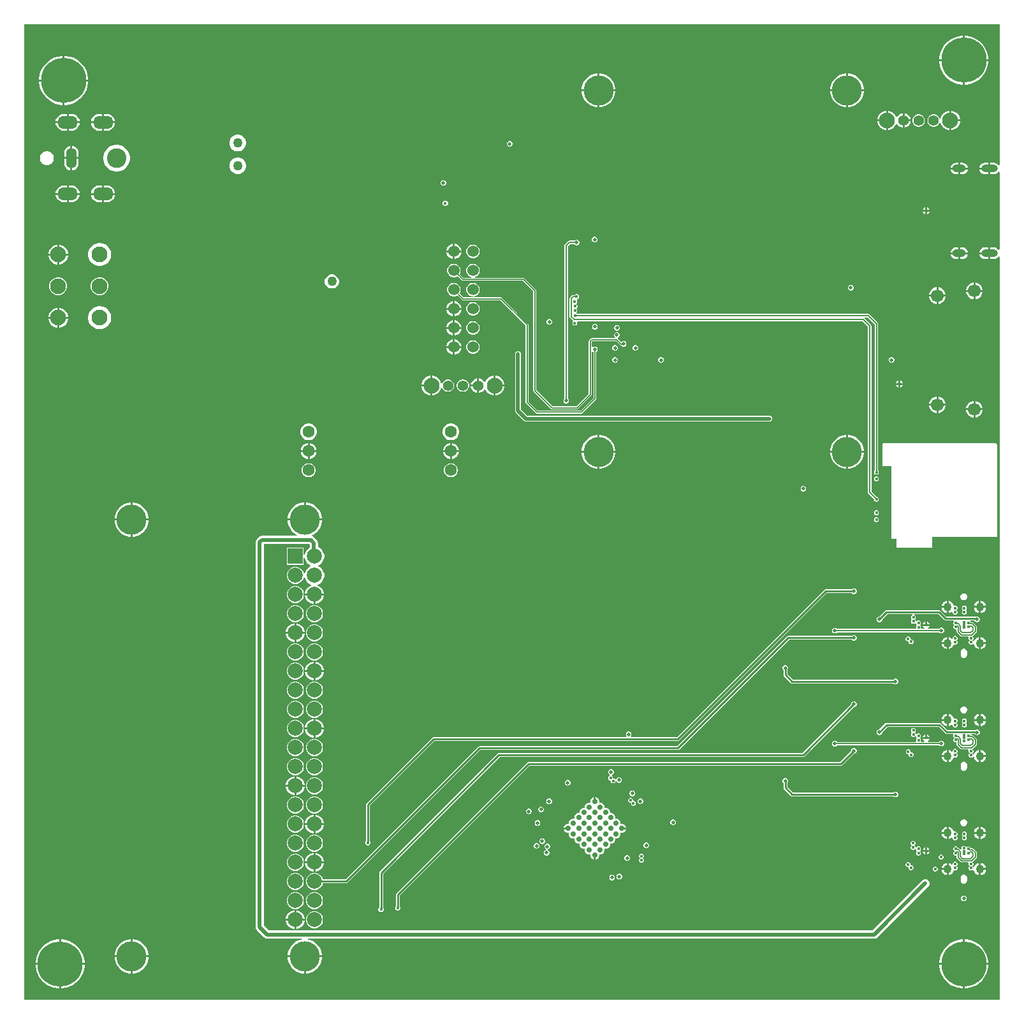
<source format=gbr>
%TF.GenerationSoftware,Altium Limited,Altium Designer,22.1.2 (22)*%
G04 Layer_Physical_Order=6*
G04 Layer_Color=3394611*
%FSLAX26Y26*%
%MOIN*%
%TF.SameCoordinates,4DF63D30-2817-4CE9-9CB3-8786E99D956B*%
%TF.FilePolarity,Positive*%
%TF.FileFunction,Copper,L6,Inr,Signal*%
%TF.Part,Single*%
G01*
G75*
%TA.AperFunction,Conductor*%
%ADD55C,0.006946*%
%ADD59C,0.007874*%
%ADD61C,0.010000*%
%ADD65C,0.019685*%
%ADD67C,0.005000*%
%TA.AperFunction,ComponentPad*%
%ADD68O,0.070866X0.039370*%
%ADD69O,0.086614X0.039370*%
%ADD70C,0.043307*%
%ADD71C,0.082677*%
%ADD72R,0.078740X0.078740*%
%ADD73C,0.078740*%
%ADD74O,0.106299X0.066929*%
%ADD75C,0.102362*%
%ADD76O,0.055118X0.106299*%
%ADD77C,0.055118*%
%ADD78C,0.062992*%
%ADD79C,0.236220*%
%ADD80C,0.066929*%
%ADD81C,0.157480*%
%ADD82C,0.060000*%
%TA.AperFunction,ViaPad*%
%ADD83C,0.015748*%
%ADD84C,0.027559*%
%ADD85C,0.017716*%
%ADD86C,0.019685*%
%ADD87C,0.050000*%
G36*
X6092167Y5358325D02*
X6087167Y5356627D01*
X6084164Y5360542D01*
X6077963Y5365300D01*
X6070742Y5368291D01*
X6062992Y5369311D01*
X6044370D01*
Y5339370D01*
Y5309429D01*
X6062992D01*
X6070742Y5310449D01*
X6077963Y5313440D01*
X6084164Y5318198D01*
X6087167Y5322113D01*
X6092167Y5320415D01*
Y4915805D01*
X6087167Y4914108D01*
X6084164Y4918022D01*
X6077963Y4922780D01*
X6070742Y4925771D01*
X6062992Y4926792D01*
X6044370D01*
Y4896850D01*
Y4866909D01*
X6062992D01*
X6070742Y4867929D01*
X6077963Y4870921D01*
X6084164Y4875679D01*
X6087167Y4879593D01*
X6092167Y4877896D01*
Y994447D01*
X994447D01*
Y6092167D01*
X6092167D01*
Y5358325D01*
D02*
G37*
%LPC*%
G36*
X5915594Y6033622D02*
X5910512D01*
Y5910512D01*
X6033622D01*
Y5915594D01*
X6030467Y5935511D01*
X6024236Y5954689D01*
X6015081Y5972656D01*
X6003229Y5988970D01*
X5988970Y6003229D01*
X5972656Y6015081D01*
X5954689Y6024236D01*
X5935511Y6030467D01*
X5915594Y6033622D01*
D02*
G37*
G36*
X5900512D02*
X5895429D01*
X5875513Y6030467D01*
X5856335Y6024236D01*
X5838367Y6015081D01*
X5822054Y6003229D01*
X5807795Y5988970D01*
X5795942Y5972656D01*
X5786788Y5954689D01*
X5780556Y5935511D01*
X5777402Y5915594D01*
Y5910512D01*
X5900512D01*
Y6033622D01*
D02*
G37*
G36*
X1210082Y5928110D02*
X1205000D01*
Y5805000D01*
X1328110D01*
Y5810083D01*
X1324956Y5829999D01*
X1318724Y5849177D01*
X1309570Y5867144D01*
X1297717Y5883458D01*
X1283458Y5897717D01*
X1267144Y5909570D01*
X1249177Y5918724D01*
X1229999Y5924956D01*
X1210082Y5928110D01*
D02*
G37*
G36*
X1195000D02*
X1189918D01*
X1170001Y5924956D01*
X1150823Y5918724D01*
X1132856Y5909570D01*
X1116542Y5897717D01*
X1102283Y5883458D01*
X1090430Y5867144D01*
X1081276Y5849177D01*
X1075044Y5829999D01*
X1071890Y5810083D01*
Y5805000D01*
X1195000D01*
Y5928110D01*
D02*
G37*
G36*
X6033622Y5900512D02*
X5910512D01*
Y5777402D01*
X5915594D01*
X5935511Y5780556D01*
X5954689Y5786788D01*
X5972656Y5795942D01*
X5988970Y5807795D01*
X6003229Y5822054D01*
X6015081Y5838367D01*
X6024236Y5856335D01*
X6030467Y5875513D01*
X6033622Y5895429D01*
Y5900512D01*
D02*
G37*
G36*
X5900512D02*
X5777402D01*
Y5895429D01*
X5780556Y5875513D01*
X5786788Y5856335D01*
X5795942Y5838367D01*
X5807795Y5822054D01*
X5822054Y5807795D01*
X5838367Y5795942D01*
X5856335Y5786788D01*
X5875513Y5780556D01*
X5895429Y5777402D01*
X5900512D01*
Y5900512D01*
D02*
G37*
G36*
X5304016Y5836772D02*
X5300276D01*
Y5753032D01*
X5384016D01*
Y5756772D01*
X5380605Y5773916D01*
X5373916Y5790066D01*
X5364205Y5804600D01*
X5351844Y5816961D01*
X5337310Y5826672D01*
X5321160Y5833361D01*
X5304016Y5836772D01*
D02*
G37*
G36*
X5290276D02*
X5286535D01*
X5269391Y5833361D01*
X5253241Y5826672D01*
X5238707Y5816961D01*
X5226347Y5804600D01*
X5216635Y5790066D01*
X5209946Y5773916D01*
X5206535Y5756772D01*
Y5753032D01*
X5290276D01*
Y5836772D01*
D02*
G37*
G36*
X4004803D02*
X4001063D01*
Y5753031D01*
X4084803D01*
Y5756772D01*
X4081393Y5773916D01*
X4074704Y5790066D01*
X4064992Y5804600D01*
X4052631Y5816961D01*
X4038097Y5826672D01*
X4021948Y5833361D01*
X4004803Y5836772D01*
D02*
G37*
G36*
X3991063D02*
X3987323D01*
X3970178Y5833361D01*
X3954029Y5826672D01*
X3939494Y5816961D01*
X3927134Y5804600D01*
X3917423Y5790066D01*
X3910733Y5773916D01*
X3907323Y5756772D01*
Y5753031D01*
X3991063D01*
Y5836772D01*
D02*
G37*
G36*
X1328110Y5795000D02*
X1205000D01*
Y5671890D01*
X1210082D01*
X1229999Y5675044D01*
X1249177Y5681276D01*
X1267144Y5690430D01*
X1283458Y5702283D01*
X1297717Y5716542D01*
X1309570Y5732856D01*
X1318724Y5750823D01*
X1324956Y5770001D01*
X1328110Y5789917D01*
Y5795000D01*
D02*
G37*
G36*
X1195000D02*
X1071890D01*
Y5789917D01*
X1075044Y5770001D01*
X1081276Y5750823D01*
X1090430Y5732856D01*
X1102283Y5716542D01*
X1116542Y5702283D01*
X1132856Y5690430D01*
X1150823Y5681276D01*
X1170001Y5675044D01*
X1189918Y5671890D01*
X1195000D01*
Y5795000D01*
D02*
G37*
G36*
X5384016Y5743032D02*
X5300276D01*
Y5659291D01*
X5304016D01*
X5321160Y5662702D01*
X5337310Y5669391D01*
X5351844Y5679102D01*
X5364205Y5691463D01*
X5373916Y5705997D01*
X5380605Y5722147D01*
X5384016Y5739291D01*
Y5743032D01*
D02*
G37*
G36*
X5290276D02*
X5206535D01*
Y5739291D01*
X5209946Y5722147D01*
X5216635Y5705997D01*
X5226347Y5691463D01*
X5238707Y5679102D01*
X5253241Y5669391D01*
X5269391Y5662702D01*
X5286535Y5659291D01*
X5290276D01*
Y5743032D01*
D02*
G37*
G36*
X4084803Y5743031D02*
X4001063D01*
Y5659291D01*
X4004803D01*
X4021948Y5662702D01*
X4038097Y5669391D01*
X4052631Y5679102D01*
X4064992Y5691463D01*
X4074704Y5705997D01*
X4081393Y5722147D01*
X4084803Y5739291D01*
Y5743031D01*
D02*
G37*
G36*
X3991063D02*
X3907323D01*
Y5739291D01*
X3910733Y5722147D01*
X3917423Y5705997D01*
X3927134Y5691463D01*
X3939494Y5679102D01*
X3954029Y5669391D01*
X3970178Y5662702D01*
X3987323Y5659291D01*
X3991063D01*
Y5743031D01*
D02*
G37*
G36*
X5829646Y5641890D02*
X5827887D01*
X5814830Y5638391D01*
X5803123Y5631632D01*
X5793565Y5622074D01*
X5786806Y5610367D01*
X5784165Y5600512D01*
X5778989D01*
X5778298Y5603088D01*
X5774022Y5610495D01*
X5767975Y5616542D01*
X5760568Y5620818D01*
X5752308Y5623032D01*
X5743755D01*
X5735495Y5620818D01*
X5728088Y5616542D01*
X5722041Y5610495D01*
X5717765Y5603088D01*
X5715551Y5594827D01*
Y5586275D01*
X5717765Y5578014D01*
X5722041Y5570608D01*
X5728088Y5564560D01*
X5735495Y5560284D01*
X5743755Y5558071D01*
X5752308D01*
X5760568Y5560284D01*
X5767975Y5564560D01*
X5774022Y5570608D01*
X5778298Y5578014D01*
X5778989Y5580590D01*
X5784165D01*
X5786806Y5570735D01*
X5793565Y5559029D01*
X5803123Y5549470D01*
X5814830Y5542711D01*
X5827887Y5539213D01*
X5829646D01*
Y5590551D01*
Y5641890D01*
D02*
G37*
G36*
X5595551Y5628095D02*
Y5595551D01*
X5628095D01*
X5625551Y5605048D01*
X5620606Y5613613D01*
X5613613Y5620606D01*
X5605048Y5625551D01*
X5595551Y5628095D01*
D02*
G37*
G36*
X5841404Y5641890D02*
X5839646D01*
Y5595551D01*
X5885984D01*
Y5597310D01*
X5882486Y5610367D01*
X5875727Y5622074D01*
X5866168Y5631632D01*
X5854462Y5638391D01*
X5841404Y5641890D01*
D02*
G37*
G36*
X5498937D02*
X5497178D01*
X5484121Y5638391D01*
X5472414Y5631632D01*
X5462856Y5622074D01*
X5456097Y5610367D01*
X5452598Y5597310D01*
Y5595551D01*
X5498937D01*
Y5641890D01*
D02*
G37*
G36*
X1425197Y5624548D02*
X1410512D01*
Y5585709D01*
X1468378D01*
X1467543Y5592055D01*
X1463163Y5602628D01*
X1456196Y5611708D01*
X1447117Y5618675D01*
X1436543Y5623055D01*
X1425197Y5624548D01*
D02*
G37*
G36*
X1400512D02*
X1385827D01*
X1374480Y5623055D01*
X1363907Y5618675D01*
X1354827Y5611708D01*
X1347861Y5602628D01*
X1343481Y5592055D01*
X1342645Y5585709D01*
X1400512D01*
Y5624548D01*
D02*
G37*
G36*
X1240158D02*
X1225472D01*
Y5585709D01*
X1283339D01*
X1282503Y5592055D01*
X1278124Y5602628D01*
X1271157Y5611708D01*
X1262077Y5618675D01*
X1251504Y5623055D01*
X1240158Y5624548D01*
D02*
G37*
G36*
X1215472D02*
X1200787D01*
X1189441Y5623055D01*
X1178868Y5618675D01*
X1169788Y5611708D01*
X1162821Y5602628D01*
X1158441Y5592055D01*
X1157606Y5585709D01*
X1215472D01*
Y5624548D01*
D02*
G37*
G36*
X5673567Y5623032D02*
X5665015D01*
X5656754Y5620818D01*
X5649348Y5616542D01*
X5643301Y5610495D01*
X5639025Y5603088D01*
X5636811Y5594827D01*
Y5586275D01*
X5639025Y5578014D01*
X5643301Y5570608D01*
X5649348Y5564560D01*
X5656754Y5560284D01*
X5665015Y5558071D01*
X5673567D01*
X5681828Y5560284D01*
X5689235Y5564560D01*
X5695282Y5570608D01*
X5699558Y5578014D01*
X5701772Y5586275D01*
Y5594827D01*
X5699558Y5603088D01*
X5695282Y5610495D01*
X5689235Y5616542D01*
X5681828Y5620818D01*
X5673567Y5623032D01*
D02*
G37*
G36*
X5628095Y5585551D02*
X5595551D01*
Y5553007D01*
X5605048Y5555552D01*
X5613613Y5560497D01*
X5620606Y5567489D01*
X5625551Y5576054D01*
X5628095Y5585551D01*
D02*
G37*
G36*
X5510696Y5641890D02*
X5508937D01*
Y5590551D01*
Y5539213D01*
X5510696D01*
X5523753Y5542711D01*
X5535460Y5549470D01*
X5545018Y5559029D01*
X5551777Y5570735D01*
X5552117Y5572003D01*
X5557483Y5572710D01*
X5560496Y5567489D01*
X5567489Y5560497D01*
X5576054Y5555552D01*
X5585551Y5553007D01*
Y5590551D01*
X5590551D01*
D01*
X5585551D01*
Y5628095D01*
X5576054Y5625551D01*
X5567489Y5620606D01*
X5560496Y5613613D01*
X5557483Y5608393D01*
X5552117Y5609099D01*
X5551777Y5610367D01*
X5545018Y5622074D01*
X5535460Y5631632D01*
X5523753Y5638391D01*
X5510696Y5641890D01*
D02*
G37*
G36*
X5885984Y5585551D02*
X5839646D01*
Y5539213D01*
X5841404D01*
X5854462Y5542711D01*
X5866168Y5549470D01*
X5875727Y5559029D01*
X5882486Y5570735D01*
X5885984Y5583792D01*
Y5585551D01*
D02*
G37*
G36*
X5498937D02*
X5452598D01*
Y5583792D01*
X5456097Y5570735D01*
X5462856Y5559029D01*
X5472414Y5549470D01*
X5484121Y5542711D01*
X5497178Y5539213D01*
X5498937D01*
Y5585551D01*
D02*
G37*
G36*
X1468378Y5575709D02*
X1410512D01*
Y5536869D01*
X1425197D01*
X1436543Y5538363D01*
X1447117Y5542743D01*
X1456196Y5549709D01*
X1463163Y5558789D01*
X1467543Y5569362D01*
X1468378Y5575709D01*
D02*
G37*
G36*
X1400512D02*
X1342645D01*
X1343481Y5569362D01*
X1347861Y5558789D01*
X1354827Y5549709D01*
X1363907Y5542743D01*
X1374480Y5538363D01*
X1385827Y5536869D01*
X1400512D01*
Y5575709D01*
D02*
G37*
G36*
X1283339Y5575709D02*
X1225472D01*
Y5536869D01*
X1240158D01*
X1251504Y5538363D01*
X1262077Y5542743D01*
X1271157Y5549709D01*
X1278124Y5558789D01*
X1282503Y5569362D01*
X1283339Y5575709D01*
D02*
G37*
G36*
X1215472D02*
X1157606D01*
X1158441Y5569362D01*
X1162821Y5558789D01*
X1169788Y5549709D01*
X1178868Y5542743D01*
X1189441Y5538363D01*
X1200787Y5536869D01*
X1215472D01*
Y5575709D01*
D02*
G37*
G36*
X3534433Y5483268D02*
X3528559D01*
X3523133Y5481020D01*
X3518980Y5476867D01*
X3516732Y5471441D01*
Y5465567D01*
X3518980Y5460141D01*
X3523133Y5455988D01*
X3528559Y5453740D01*
X3534433D01*
X3539859Y5455988D01*
X3544012Y5460141D01*
X3546260Y5465567D01*
Y5471441D01*
X3544012Y5476867D01*
X3539859Y5481020D01*
X3534433Y5483268D01*
D02*
G37*
G36*
X2115990Y5516142D02*
X2104483D01*
X2093368Y5513164D01*
X2083403Y5507410D01*
X2075267Y5499274D01*
X2069514Y5489309D01*
X2066535Y5478194D01*
Y5466688D01*
X2069514Y5455573D01*
X2075267Y5445608D01*
X2083403Y5437472D01*
X2093368Y5431718D01*
X2104483Y5428740D01*
X2115990D01*
X2127104Y5431718D01*
X2137069Y5437472D01*
X2145206Y5445608D01*
X2150959Y5455573D01*
X2153937Y5466688D01*
Y5478194D01*
X2150959Y5489309D01*
X2145206Y5499274D01*
X2137069Y5507410D01*
X2127104Y5513164D01*
X2115990Y5516142D01*
D02*
G37*
G36*
X1245158Y5456516D02*
Y5398701D01*
X1278041D01*
Y5419291D01*
X1276750Y5429096D01*
X1272965Y5438233D01*
X1266945Y5446079D01*
X1259099Y5452099D01*
X1249962Y5455884D01*
X1245158Y5456516D01*
D02*
G37*
G36*
X1235158D02*
X1230353Y5455884D01*
X1221216Y5452099D01*
X1213370Y5446079D01*
X1207350Y5438233D01*
X1203565Y5429096D01*
X1202274Y5419291D01*
Y5398701D01*
X1235158D01*
Y5456516D01*
D02*
G37*
G36*
X1116999Y5430118D02*
X1107410D01*
X1098148Y5427636D01*
X1089844Y5422842D01*
X1083064Y5416061D01*
X1078269Y5407757D01*
X1075787Y5398495D01*
Y5388906D01*
X1078269Y5379644D01*
X1083064Y5371340D01*
X1089844Y5364560D01*
X1098148Y5359765D01*
X1107410Y5357283D01*
X1116999D01*
X1126261Y5359765D01*
X1134565Y5364560D01*
X1141346Y5371340D01*
X1146140Y5379644D01*
X1148622Y5388906D01*
Y5398495D01*
X1146140Y5407757D01*
X1141346Y5416061D01*
X1134565Y5422842D01*
X1126261Y5427636D01*
X1116999Y5430118D01*
D02*
G37*
G36*
X6034370Y5369311D02*
X6015748D01*
X6007999Y5368291D01*
X6000777Y5365300D01*
X5994576Y5360542D01*
X5989818Y5354341D01*
X5986827Y5347119D01*
X5986465Y5344370D01*
X6034370D01*
Y5369311D01*
D02*
G37*
G36*
X5897638D02*
X5886890D01*
Y5344370D01*
X5926921D01*
X5926559Y5347119D01*
X5923568Y5354341D01*
X5918809Y5360542D01*
X5912608Y5365300D01*
X5905387Y5368291D01*
X5897638Y5369311D01*
D02*
G37*
G36*
X5876890D02*
X5866142D01*
X5858392Y5368291D01*
X5851171Y5365300D01*
X5844970Y5360542D01*
X5840212Y5354341D01*
X5837221Y5347119D01*
X5836859Y5344370D01*
X5876890D01*
Y5369311D01*
D02*
G37*
G36*
X1278041Y5388701D02*
X1245158D01*
Y5330885D01*
X1249962Y5331518D01*
X1259099Y5335302D01*
X1266945Y5341323D01*
X1272965Y5349169D01*
X1276750Y5358305D01*
X1278041Y5368110D01*
Y5388701D01*
D02*
G37*
G36*
X1235158D02*
X1202274D01*
Y5368110D01*
X1203565Y5358305D01*
X1207350Y5349169D01*
X1213370Y5341323D01*
X1221216Y5335302D01*
X1230353Y5331518D01*
X1235158Y5330885D01*
Y5388701D01*
D02*
G37*
G36*
X1483261Y5463583D02*
X1469495D01*
X1455994Y5460897D01*
X1443276Y5455629D01*
X1431831Y5447982D01*
X1422097Y5438248D01*
X1414449Y5426802D01*
X1409181Y5414085D01*
X1406496Y5400584D01*
Y5386818D01*
X1409181Y5373317D01*
X1414449Y5360599D01*
X1422097Y5349154D01*
X1431831Y5339420D01*
X1443276Y5331772D01*
X1455994Y5326504D01*
X1469495Y5323819D01*
X1483261D01*
X1496762Y5326504D01*
X1509479Y5331772D01*
X1520925Y5339420D01*
X1530659Y5349154D01*
X1538306Y5360599D01*
X1543574Y5373317D01*
X1546260Y5386818D01*
Y5400584D01*
X1543574Y5414085D01*
X1538306Y5426802D01*
X1530659Y5438248D01*
X1520925Y5447982D01*
X1509479Y5455629D01*
X1496762Y5460897D01*
X1483261Y5463583D01*
D02*
G37*
G36*
X2115990Y5398032D02*
X2104483D01*
X2093368Y5395053D01*
X2083403Y5389300D01*
X2075267Y5381164D01*
X2069514Y5371199D01*
X2066535Y5360084D01*
Y5348577D01*
X2069514Y5337463D01*
X2075267Y5327498D01*
X2083403Y5319361D01*
X2093368Y5313608D01*
X2104483Y5310630D01*
X2115990D01*
X2127104Y5313608D01*
X2137069Y5319361D01*
X2145206Y5327498D01*
X2150959Y5337463D01*
X2153937Y5348577D01*
Y5360084D01*
X2150959Y5371199D01*
X2145206Y5381164D01*
X2137069Y5389300D01*
X2127104Y5395053D01*
X2115990Y5398032D01*
D02*
G37*
G36*
X6034370Y5334370D02*
X5986465D01*
X5986827Y5331621D01*
X5989818Y5324399D01*
X5994576Y5318198D01*
X6000777Y5313440D01*
X6007999Y5310449D01*
X6015748Y5309429D01*
X6034370D01*
Y5334370D01*
D02*
G37*
G36*
X5926921Y5334370D02*
X5886890D01*
Y5309429D01*
X5897638D01*
X5905387Y5310449D01*
X5912608Y5313440D01*
X5918809Y5318198D01*
X5923568Y5324399D01*
X5926559Y5331621D01*
X5926921Y5334370D01*
D02*
G37*
G36*
X5876890D02*
X5836859D01*
X5837221Y5331621D01*
X5840212Y5324399D01*
X5844970Y5318198D01*
X5851171Y5313440D01*
X5858392Y5310449D01*
X5866142Y5309429D01*
X5876890D01*
Y5334370D01*
D02*
G37*
G36*
X3187976Y5278543D02*
X3182103D01*
X3176676Y5276296D01*
X3172523Y5272142D01*
X3170276Y5266716D01*
Y5260843D01*
X3172523Y5255417D01*
X3176676Y5251263D01*
X3182103Y5249016D01*
X3187976D01*
X3193402Y5251263D01*
X3197555Y5255417D01*
X3199803Y5260843D01*
Y5266716D01*
X3197555Y5272142D01*
X3193402Y5276296D01*
X3187976Y5278543D01*
D02*
G37*
G36*
X1240158Y5250533D02*
X1225472D01*
Y5211693D01*
X1283339D01*
X1282503Y5218039D01*
X1278124Y5228613D01*
X1271157Y5237692D01*
X1262077Y5244659D01*
X1251504Y5249039D01*
X1240158Y5250533D01*
D02*
G37*
G36*
X1215472D02*
X1200787D01*
X1189441Y5249039D01*
X1178868Y5244659D01*
X1169788Y5237692D01*
X1162821Y5228613D01*
X1158441Y5218039D01*
X1157606Y5211693D01*
X1215472D01*
Y5250533D01*
D02*
G37*
G36*
X1425197D02*
X1410512D01*
Y5211693D01*
X1468378D01*
X1467543Y5218039D01*
X1463163Y5228613D01*
X1456196Y5237692D01*
X1447117Y5244659D01*
X1436543Y5249039D01*
X1425197Y5250533D01*
D02*
G37*
G36*
X1400512D02*
X1385827D01*
X1374480Y5249039D01*
X1363907Y5244659D01*
X1354827Y5237692D01*
X1347861Y5228613D01*
X1343481Y5218039D01*
X1342645Y5211693D01*
X1400512D01*
Y5250533D01*
D02*
G37*
G36*
X1468378Y5201693D02*
X1410512D01*
Y5162853D01*
X1425197D01*
X1436543Y5164347D01*
X1447117Y5168727D01*
X1456196Y5175694D01*
X1463163Y5184773D01*
X1467543Y5195346D01*
X1468378Y5201693D01*
D02*
G37*
G36*
X1400512D02*
X1342645D01*
X1343481Y5195346D01*
X1347861Y5184773D01*
X1354827Y5175694D01*
X1363907Y5168727D01*
X1374480Y5164347D01*
X1385827Y5162853D01*
X1400512D01*
Y5201693D01*
D02*
G37*
G36*
X1283339Y5201693D02*
X1225472D01*
Y5162853D01*
X1240158D01*
X1251504Y5164347D01*
X1262077Y5168727D01*
X1271157Y5175694D01*
X1278124Y5184773D01*
X1282503Y5195346D01*
X1283339Y5201693D01*
D02*
G37*
G36*
X1215472D02*
X1157606D01*
X1158441Y5195346D01*
X1162821Y5184773D01*
X1169788Y5175694D01*
X1178868Y5168727D01*
X1189441Y5164347D01*
X1200787Y5162853D01*
X1215472D01*
Y5201693D01*
D02*
G37*
G36*
X3197741Y5171779D02*
X3192259D01*
X3187195Y5169682D01*
X3183318Y5165806D01*
X3181220Y5160741D01*
Y5155259D01*
X3183318Y5150194D01*
X3187195Y5146318D01*
X3192259Y5144221D01*
X3197741D01*
X3202805Y5146318D01*
X3206682Y5150194D01*
X3208780Y5155259D01*
Y5160741D01*
X3206682Y5165806D01*
X3202805Y5169682D01*
X3197741Y5171779D01*
D02*
G37*
G36*
X5713661Y5135386D02*
Y5123110D01*
X5725937D01*
X5723814Y5128235D01*
X5718786Y5133263D01*
X5713661Y5135386D01*
D02*
G37*
G36*
X5703661D02*
X5698537Y5133263D01*
X5693508Y5128235D01*
X5691386Y5123110D01*
X5703661D01*
Y5135386D01*
D02*
G37*
G36*
X5725937Y5113110D02*
X5713661D01*
Y5100835D01*
X5718786Y5102957D01*
X5723814Y5107985D01*
X5725937Y5113110D01*
D02*
G37*
G36*
X5703661D02*
X5691386D01*
X5693508Y5107985D01*
X5698537Y5102957D01*
X5703661Y5100835D01*
Y5113110D01*
D02*
G37*
G36*
X3978937Y4982764D02*
X3973063D01*
X3967637Y4980516D01*
X3963484Y4976363D01*
X3961236Y4970937D01*
Y4965063D01*
X3963484Y4959637D01*
X3967637Y4955484D01*
X3973063Y4953236D01*
X3978937D01*
X3984363Y4955484D01*
X3988516Y4959637D01*
X3990764Y4965063D01*
Y4970937D01*
X3988516Y4976363D01*
X3984363Y4980516D01*
X3978937Y4982764D01*
D02*
G37*
G36*
X3884827Y4967520D02*
X3878953D01*
X3873527Y4965272D01*
X3870799Y4962544D01*
X3843276D01*
X3839820Y4961857D01*
X3836890Y4959899D01*
X3820385Y4943394D01*
X3818427Y4940464D01*
X3817740Y4937008D01*
Y4137832D01*
X3814256Y4134347D01*
X3812008Y4128921D01*
Y4123048D01*
X3814256Y4117621D01*
X3818409Y4113468D01*
X3823835Y4111221D01*
X3829708D01*
X3835135Y4113468D01*
X3839288Y4117621D01*
X3841535Y4123048D01*
Y4128921D01*
X3839288Y4134347D01*
X3835803Y4137832D01*
Y4933267D01*
X3847017Y4944481D01*
X3869337D01*
X3869374Y4944393D01*
X3873527Y4940240D01*
X3878953Y4937992D01*
X3884827D01*
X3890253Y4940240D01*
X3894406Y4944393D01*
X3896654Y4949819D01*
Y4955693D01*
X3894406Y4961119D01*
X3890253Y4965272D01*
X3884827Y4967520D01*
D02*
G37*
G36*
X3245227Y4946299D02*
X3244961D01*
Y4911299D01*
X3279961D01*
Y4911565D01*
X3277235Y4921739D01*
X3271969Y4930860D01*
X3264521Y4938307D01*
X3255400Y4943573D01*
X3245227Y4946299D01*
D02*
G37*
G36*
X3234961D02*
X3234695D01*
X3224521Y4943573D01*
X3215400Y4938307D01*
X3207953Y4930860D01*
X3202686Y4921739D01*
X3199961Y4911565D01*
Y4911299D01*
X3234961D01*
Y4946299D01*
D02*
G37*
G36*
X5897638Y4926792D02*
X5886890D01*
Y4901851D01*
X5926921D01*
X5926559Y4904600D01*
X5923568Y4911821D01*
X5918809Y4918022D01*
X5912608Y4922780D01*
X5905387Y4925771D01*
X5897638Y4926792D01*
D02*
G37*
G36*
X5876890D02*
X5866142D01*
X5858392Y4925771D01*
X5851171Y4922780D01*
X5844970Y4918022D01*
X5840212Y4911821D01*
X5837221Y4904600D01*
X5836859Y4901851D01*
X5876890D01*
Y4926792D01*
D02*
G37*
G36*
X6034370D02*
X6015748D01*
X6007999Y4925771D01*
X6000777Y4922780D01*
X5994576Y4918022D01*
X5989818Y4911821D01*
X5986827Y4904600D01*
X5986465Y4901850D01*
X6034370D01*
Y4926792D01*
D02*
G37*
G36*
X1178019Y4941102D02*
X1176260D01*
Y4894764D01*
X1222599D01*
Y4896523D01*
X1219100Y4909580D01*
X1212341Y4921286D01*
X1202783Y4930845D01*
X1191076Y4937604D01*
X1178019Y4941102D01*
D02*
G37*
G36*
X1166260D02*
X1164501D01*
X1151444Y4937604D01*
X1139737Y4930845D01*
X1130179Y4921286D01*
X1123420Y4909580D01*
X1119921Y4896523D01*
Y4894764D01*
X1166260D01*
Y4941102D01*
D02*
G37*
G36*
X3344558Y4941221D02*
X3335363D01*
X3326481Y4938841D01*
X3318518Y4934243D01*
X3312017Y4927741D01*
X3307419Y4919778D01*
X3305039Y4910897D01*
Y4901702D01*
X3307419Y4892820D01*
X3312017Y4884857D01*
X3318518Y4878355D01*
X3326481Y4873758D01*
X3335363Y4871378D01*
X3344558D01*
X3353440Y4873758D01*
X3361403Y4878355D01*
X3367905Y4884857D01*
X3372502Y4892820D01*
X3374882Y4901702D01*
Y4910897D01*
X3372502Y4919778D01*
X3367905Y4927741D01*
X3361403Y4934243D01*
X3353440Y4938841D01*
X3344558Y4941221D01*
D02*
G37*
G36*
X6034370Y4891850D02*
X5986465D01*
X5986827Y4889101D01*
X5989818Y4881880D01*
X5994576Y4875679D01*
X6000777Y4870921D01*
X6007999Y4867929D01*
X6015748Y4866909D01*
X6034370D01*
Y4891850D01*
D02*
G37*
G36*
X5926921Y4891851D02*
X5886890D01*
Y4866909D01*
X5897638D01*
X5905387Y4867929D01*
X5912608Y4870921D01*
X5918809Y4875679D01*
X5923568Y4881880D01*
X5926559Y4889101D01*
X5926921Y4891851D01*
D02*
G37*
G36*
X5876890D02*
X5836859D01*
X5837221Y4889101D01*
X5840212Y4881880D01*
X5844970Y4875679D01*
X5851171Y4870921D01*
X5858392Y4867929D01*
X5866142Y4866909D01*
X5876890D01*
Y4891851D01*
D02*
G37*
G36*
X3279961Y4901299D02*
X3244961D01*
Y4866299D01*
X3245227D01*
X3255400Y4869025D01*
X3264521Y4874291D01*
X3271969Y4881739D01*
X3277235Y4890860D01*
X3279961Y4901033D01*
Y4901299D01*
D02*
G37*
G36*
X3234961D02*
X3199961D01*
Y4901033D01*
X3202686Y4890860D01*
X3207953Y4881739D01*
X3215400Y4874291D01*
X3224521Y4869025D01*
X3234695Y4866299D01*
X3234961D01*
Y4901299D01*
D02*
G37*
G36*
X1222599Y4884764D02*
X1176260D01*
Y4838425D01*
X1178019D01*
X1191076Y4841924D01*
X1202783Y4848683D01*
X1212341Y4858241D01*
X1219100Y4869948D01*
X1222599Y4883005D01*
Y4884764D01*
D02*
G37*
G36*
X1166260D02*
X1119921D01*
Y4883005D01*
X1123420Y4869948D01*
X1130179Y4858241D01*
X1139737Y4848683D01*
X1151444Y4841924D01*
X1164501Y4838425D01*
X1166260D01*
Y4884764D01*
D02*
G37*
G36*
X1393709Y4949803D02*
X1381882D01*
X1370283Y4947496D01*
X1359356Y4942970D01*
X1349522Y4936399D01*
X1341160Y4928037D01*
X1334589Y4918203D01*
X1330063Y4907276D01*
X1327756Y4895677D01*
Y4883850D01*
X1330063Y4872251D01*
X1334589Y4861324D01*
X1341160Y4851491D01*
X1349522Y4843128D01*
X1359356Y4836557D01*
X1370283Y4832032D01*
X1381882Y4829724D01*
X1393709D01*
X1405308Y4832032D01*
X1416235Y4836557D01*
X1426068Y4843128D01*
X1434431Y4851491D01*
X1441002Y4861324D01*
X1445527Y4872251D01*
X1447835Y4883850D01*
Y4895677D01*
X1445527Y4907276D01*
X1441002Y4918203D01*
X1434431Y4928037D01*
X1426068Y4936399D01*
X1416235Y4942970D01*
X1405308Y4947496D01*
X1393709Y4949803D01*
D02*
G37*
G36*
X3344558Y4841221D02*
X3335363D01*
X3326481Y4838841D01*
X3318518Y4834243D01*
X3312017Y4827741D01*
X3307419Y4819778D01*
X3305039Y4810897D01*
Y4801702D01*
X3307419Y4792820D01*
X3312017Y4784857D01*
X3318518Y4778355D01*
X3326481Y4773758D01*
X3330582Y4772659D01*
X3329923Y4767659D01*
X3289302D01*
X3269442Y4787519D01*
X3272502Y4792820D01*
X3274882Y4801702D01*
Y4810897D01*
X3272502Y4819778D01*
X3267905Y4827741D01*
X3261403Y4834243D01*
X3253440Y4838841D01*
X3244558Y4841221D01*
X3235363D01*
X3226481Y4838841D01*
X3218518Y4834243D01*
X3212017Y4827741D01*
X3207419Y4819778D01*
X3205039Y4810897D01*
Y4801702D01*
X3207419Y4792820D01*
X3212017Y4784857D01*
X3218518Y4778355D01*
X3226481Y4773758D01*
X3235363Y4771378D01*
X3244558D01*
X3253440Y4773758D01*
X3258741Y4776818D01*
X3280817Y4754742D01*
X3283272Y4753102D01*
X3286167Y4752526D01*
X3286168Y4752526D01*
X3598978D01*
X3654914Y4696590D01*
Y4178520D01*
X3655490Y4175624D01*
X3657130Y4173169D01*
X3747649Y4082649D01*
X3750104Y4081009D01*
X3753000Y4080433D01*
X3753001Y4080433D01*
X3882448D01*
X3885343Y4081009D01*
X3887798Y4082649D01*
X3958106Y4152957D01*
X3958106Y4152958D01*
X3959747Y4155413D01*
X3960323Y4158308D01*
X3960323Y4158309D01*
Y4381811D01*
X3965010Y4383748D01*
X3966907Y4382293D01*
X3968015Y4381185D01*
X3968748Y4380881D01*
X3968811Y4380832D01*
Y4138512D01*
X3903866Y4073567D01*
X3677134D01*
X3629567Y4121134D01*
Y4522000D01*
X3628991Y4524896D01*
X3627351Y4527350D01*
X3627350Y4527351D01*
X3491351Y4663350D01*
X3488896Y4664991D01*
X3486000Y4665567D01*
X3291394D01*
X3269442Y4687519D01*
X3272502Y4692820D01*
X3274882Y4701702D01*
Y4710897D01*
X3272502Y4719778D01*
X3267905Y4727741D01*
X3261403Y4734243D01*
X3253440Y4738841D01*
X3244558Y4741221D01*
X3235363D01*
X3226481Y4738841D01*
X3218518Y4734243D01*
X3212017Y4727741D01*
X3207419Y4719778D01*
X3205039Y4710897D01*
Y4701702D01*
X3207419Y4692820D01*
X3212017Y4684857D01*
X3218518Y4678355D01*
X3226481Y4673758D01*
X3235363Y4671378D01*
X3244558D01*
X3253440Y4673758D01*
X3258741Y4676818D01*
X3282909Y4652650D01*
X3285364Y4651009D01*
X3288260Y4650433D01*
X3288260Y4650433D01*
X3482866D01*
X3614433Y4518866D01*
Y4118000D01*
X3615009Y4115104D01*
X3616649Y4112650D01*
X3668649Y4060649D01*
X3671104Y4059009D01*
X3674000Y4058433D01*
X3907000D01*
X3909896Y4059009D01*
X3912351Y4060649D01*
X3981729Y4130028D01*
X3983369Y4132482D01*
X3983945Y4135378D01*
Y4380855D01*
X3984741Y4381185D01*
X3988894Y4385338D01*
X3991142Y4390764D01*
Y4396637D01*
X3988894Y4402064D01*
X3984741Y4406217D01*
X3979315Y4408465D01*
X3973441D01*
X3968015Y4406217D01*
X3965323Y4403525D01*
X3960323Y4405590D01*
Y4433874D01*
X3963764Y4437315D01*
X4087417D01*
X4108823Y4415909D01*
X4111278Y4414269D01*
X4114173Y4413693D01*
X4114174Y4413693D01*
X4115561D01*
X4118771Y4410484D01*
X4124197Y4408236D01*
X4130070D01*
X4135497Y4410484D01*
X4139650Y4414637D01*
X4141898Y4420063D01*
Y4425937D01*
X4139650Y4431363D01*
X4135497Y4435516D01*
X4130070Y4437764D01*
X4124197D01*
X4118771Y4435516D01*
X4114694Y4431440D01*
X4095902Y4450232D01*
X4096783Y4455657D01*
X4099776Y4456897D01*
X4103930Y4461050D01*
X4106177Y4466477D01*
Y4472350D01*
X4103930Y4477776D01*
X4099776Y4481929D01*
X4094350Y4484177D01*
X4088477D01*
X4083050Y4481929D01*
X4078897Y4477776D01*
X4076650Y4472350D01*
Y4466477D01*
X4078897Y4461050D01*
X4082499Y4457449D01*
X4082095Y4454858D01*
X4080966Y4452449D01*
X3960630D01*
X3957734Y4451873D01*
X3955279Y4450232D01*
X3947405Y4442358D01*
X3945765Y4439904D01*
X3945189Y4437008D01*
Y4161442D01*
X3879314Y4095567D01*
X3756134D01*
X3670047Y4181654D01*
Y4699724D01*
X3669471Y4702620D01*
X3667831Y4705075D01*
X3667831Y4705075D01*
X3607463Y4765443D01*
X3605008Y4767083D01*
X3602112Y4767659D01*
X3349998D01*
X3349340Y4772659D01*
X3353440Y4773758D01*
X3361403Y4778355D01*
X3367905Y4784857D01*
X3372502Y4792820D01*
X3374882Y4801702D01*
Y4810897D01*
X3372502Y4819778D01*
X3367905Y4827741D01*
X3361403Y4834243D01*
X3353440Y4838841D01*
X3344558Y4841221D01*
D02*
G37*
G36*
X2606846Y4785811D02*
X2597154D01*
X2587791Y4783302D01*
X2579398Y4778456D01*
X2572544Y4771602D01*
X2567698Y4763208D01*
X2565189Y4753846D01*
Y4744154D01*
X2567698Y4734792D01*
X2572544Y4726398D01*
X2579398Y4719544D01*
X2587791Y4714698D01*
X2597154Y4712189D01*
X2606846D01*
X2616209Y4714698D01*
X2624602Y4719544D01*
X2631456Y4726398D01*
X2636302Y4734792D01*
X2638811Y4744154D01*
Y4753846D01*
X2636302Y4763208D01*
X2631456Y4771602D01*
X2624602Y4778456D01*
X2616209Y4783302D01*
X2606846Y4785811D01*
D02*
G37*
G36*
X5966352Y4742283D02*
X5965630D01*
Y4703819D01*
X6004095D01*
Y4704541D01*
X6001132Y4715596D01*
X5995410Y4725507D01*
X5987318Y4733599D01*
X5977407Y4739321D01*
X5966352Y4742283D01*
D02*
G37*
G36*
X5955630D02*
X5954908D01*
X5943853Y4739321D01*
X5933942Y4733599D01*
X5925850Y4725507D01*
X5920127Y4715596D01*
X5917166Y4704541D01*
Y4703819D01*
X5955630D01*
Y4742283D01*
D02*
G37*
G36*
X5317897Y4731299D02*
X5312024D01*
X5306598Y4729051D01*
X5302444Y4724898D01*
X5300197Y4719472D01*
Y4713599D01*
X5302444Y4708172D01*
X5306598Y4704019D01*
X5312024Y4701772D01*
X5317897D01*
X5323324Y4704019D01*
X5327477Y4708172D01*
X5329724Y4713599D01*
Y4719472D01*
X5327477Y4724898D01*
X5323324Y4729051D01*
X5317897Y4731299D01*
D02*
G37*
G36*
X5773439Y4718661D02*
X5772717D01*
Y4680197D01*
X5811181D01*
Y4680919D01*
X5808219Y4691974D01*
X5802497Y4701885D01*
X5794404Y4709977D01*
X5784493Y4715699D01*
X5773439Y4718661D01*
D02*
G37*
G36*
X5762717D02*
X5761994D01*
X5750940Y4715699D01*
X5741029Y4709977D01*
X5732936Y4701885D01*
X5727214Y4691974D01*
X5724252Y4680919D01*
Y4680197D01*
X5762717D01*
Y4718661D01*
D02*
G37*
G36*
X1393886Y4770669D02*
X1381705D01*
X1369940Y4767517D01*
X1359391Y4761427D01*
X1350778Y4752814D01*
X1344688Y4742265D01*
X1341535Y4730500D01*
Y4718319D01*
X1344688Y4706554D01*
X1350778Y4696005D01*
X1359391Y4687392D01*
X1369940Y4681302D01*
X1381705Y4678150D01*
X1393886D01*
X1405651Y4681302D01*
X1416200Y4687392D01*
X1424812Y4696005D01*
X1430903Y4706554D01*
X1434055Y4718319D01*
Y4730500D01*
X1430903Y4742265D01*
X1424812Y4752814D01*
X1416200Y4761427D01*
X1405651Y4767517D01*
X1393886Y4770669D01*
D02*
G37*
G36*
X1177350D02*
X1165170D01*
X1153404Y4767517D01*
X1142856Y4761427D01*
X1134243Y4752814D01*
X1128152Y4742265D01*
X1125000Y4730500D01*
Y4718319D01*
X1128152Y4706554D01*
X1134243Y4696005D01*
X1142856Y4687392D01*
X1153404Y4681302D01*
X1165170Y4678150D01*
X1177350D01*
X1189116Y4681302D01*
X1199664Y4687392D01*
X1208277Y4696005D01*
X1214367Y4706554D01*
X1217520Y4718319D01*
Y4730500D01*
X1214367Y4742265D01*
X1208277Y4752814D01*
X1199664Y4761427D01*
X1189116Y4767517D01*
X1177350Y4770669D01*
D02*
G37*
G36*
X3344558Y4741221D02*
X3335363D01*
X3326481Y4738841D01*
X3318518Y4734243D01*
X3312017Y4727741D01*
X3307419Y4719778D01*
X3305039Y4710897D01*
Y4701702D01*
X3307419Y4692820D01*
X3312017Y4684857D01*
X3318518Y4678355D01*
X3326481Y4673758D01*
X3335363Y4671378D01*
X3344558D01*
X3353440Y4673758D01*
X3361403Y4678355D01*
X3367905Y4684857D01*
X3372502Y4692820D01*
X3374882Y4701702D01*
Y4710897D01*
X3372502Y4719778D01*
X3367905Y4727741D01*
X3361403Y4734243D01*
X3353440Y4738841D01*
X3344558Y4741221D01*
D02*
G37*
G36*
X6004095Y4693819D02*
X5965630D01*
Y4655354D01*
X5966352D01*
X5977407Y4658316D01*
X5987318Y4664039D01*
X5995410Y4672131D01*
X6001132Y4682042D01*
X6004095Y4693097D01*
Y4693819D01*
D02*
G37*
G36*
X5955630D02*
X5917166D01*
Y4693097D01*
X5920127Y4682042D01*
X5925850Y4672131D01*
X5933942Y4664039D01*
X5943853Y4658316D01*
X5954908Y4655354D01*
X5955630D01*
Y4693819D01*
D02*
G37*
G36*
X5811181Y4670197D02*
X5772717D01*
Y4631732D01*
X5773439D01*
X5784493Y4634694D01*
X5794404Y4640417D01*
X5802497Y4648509D01*
X5808219Y4658420D01*
X5811181Y4669475D01*
Y4670197D01*
D02*
G37*
G36*
X5762717D02*
X5724252D01*
Y4669475D01*
X5727214Y4658420D01*
X5732936Y4648509D01*
X5741029Y4640417D01*
X5750940Y4634694D01*
X5761994Y4631732D01*
X5762717D01*
Y4670197D01*
D02*
G37*
G36*
X3245227Y4646299D02*
X3244961D01*
Y4611299D01*
X3279961D01*
Y4611565D01*
X3277235Y4621739D01*
X3271969Y4630860D01*
X3264521Y4638307D01*
X3255400Y4643573D01*
X3245227Y4646299D01*
D02*
G37*
G36*
X3234961D02*
X3234695D01*
X3224521Y4643573D01*
X3215400Y4638307D01*
X3207953Y4630860D01*
X3202686Y4621739D01*
X3199961Y4611565D01*
Y4611299D01*
X3234961D01*
Y4646299D01*
D02*
G37*
G36*
X3344558Y4641221D02*
X3335363D01*
X3326481Y4638841D01*
X3318518Y4634243D01*
X3312017Y4627741D01*
X3307419Y4619778D01*
X3305039Y4610897D01*
Y4601702D01*
X3307419Y4592820D01*
X3312017Y4584857D01*
X3318518Y4578355D01*
X3326481Y4573758D01*
X3335363Y4571378D01*
X3344558D01*
X3353440Y4573758D01*
X3361403Y4578355D01*
X3367905Y4584857D01*
X3372502Y4592820D01*
X3374882Y4601702D01*
Y4610897D01*
X3372502Y4619778D01*
X3367905Y4627741D01*
X3361403Y4634243D01*
X3353440Y4638841D01*
X3344558Y4641221D01*
D02*
G37*
G36*
X3279961Y4601299D02*
X3244961D01*
Y4566299D01*
X3245227D01*
X3255400Y4569025D01*
X3264521Y4574291D01*
X3271969Y4581739D01*
X3277235Y4590860D01*
X3279961Y4601033D01*
Y4601299D01*
D02*
G37*
G36*
X3234961D02*
X3199961D01*
Y4601033D01*
X3202686Y4590860D01*
X3207953Y4581739D01*
X3215400Y4574291D01*
X3224521Y4569025D01*
X3234695Y4566299D01*
X3234961D01*
Y4601299D01*
D02*
G37*
G36*
X1178019Y4610394D02*
X1176260D01*
Y4564055D01*
X1222599D01*
Y4565814D01*
X1219100Y4578871D01*
X1212341Y4590578D01*
X1202783Y4600136D01*
X1191076Y4606895D01*
X1178019Y4610394D01*
D02*
G37*
G36*
X1166260D02*
X1164501D01*
X1151444Y4606895D01*
X1139737Y4600136D01*
X1130179Y4590578D01*
X1123420Y4578871D01*
X1119921Y4565814D01*
Y4564055D01*
X1166260D01*
Y4610394D01*
D02*
G37*
G36*
X3742110Y4552165D02*
X3736236D01*
X3730810Y4549918D01*
X3726657Y4545765D01*
X3724409Y4540338D01*
Y4534465D01*
X3726657Y4529039D01*
X3730810Y4524886D01*
X3736236Y4522638D01*
X3742110D01*
X3747536Y4524886D01*
X3751689Y4529039D01*
X3753937Y4534465D01*
Y4540338D01*
X3751689Y4545765D01*
X3747536Y4549918D01*
X3742110Y4552165D01*
D02*
G37*
G36*
X3245227Y4546299D02*
X3244961D01*
Y4511299D01*
X3279961D01*
Y4511565D01*
X3277235Y4521739D01*
X3271969Y4530860D01*
X3264521Y4538307D01*
X3255400Y4543573D01*
X3245227Y4546299D01*
D02*
G37*
G36*
X3234961D02*
X3234695D01*
X3224521Y4543573D01*
X3215400Y4538307D01*
X3207953Y4530860D01*
X3202686Y4521739D01*
X3199961Y4511565D01*
Y4511299D01*
X3234961D01*
Y4546299D01*
D02*
G37*
G36*
X1222599Y4554055D02*
X1176260D01*
Y4507717D01*
X1178019D01*
X1191076Y4511215D01*
X1202783Y4517974D01*
X1212341Y4527533D01*
X1219100Y4539239D01*
X1222599Y4552296D01*
Y4554055D01*
D02*
G37*
G36*
X1166260D02*
X1119921D01*
Y4552296D01*
X1123420Y4539239D01*
X1130179Y4527533D01*
X1139737Y4517974D01*
X1151444Y4511215D01*
X1164501Y4507717D01*
X1166260D01*
Y4554055D01*
D02*
G37*
G36*
X1393709Y4619095D02*
X1381882D01*
X1370283Y4616787D01*
X1359356Y4612261D01*
X1349522Y4605691D01*
X1341160Y4597328D01*
X1334589Y4587494D01*
X1330063Y4576568D01*
X1327756Y4564968D01*
Y4553142D01*
X1330063Y4541542D01*
X1334589Y4530616D01*
X1341160Y4520782D01*
X1349522Y4512419D01*
X1359356Y4505849D01*
X1370283Y4501323D01*
X1381882Y4499016D01*
X1393709D01*
X1405308Y4501323D01*
X1416235Y4505849D01*
X1426068Y4512419D01*
X1434431Y4520782D01*
X1441002Y4530616D01*
X1445527Y4541542D01*
X1447835Y4553142D01*
Y4564968D01*
X1445527Y4576568D01*
X1441002Y4587494D01*
X1434431Y4597328D01*
X1426068Y4605691D01*
X1416235Y4612261D01*
X1405308Y4616787D01*
X1393709Y4619095D01*
D02*
G37*
G36*
X3979937Y4526764D02*
X3974063D01*
X3968637Y4524516D01*
X3964484Y4520363D01*
X3962236Y4514937D01*
Y4509063D01*
X3964484Y4503637D01*
X3968637Y4499484D01*
X3974063Y4497236D01*
X3979937D01*
X3985363Y4499484D01*
X3989516Y4503637D01*
X3991764Y4509063D01*
Y4514937D01*
X3989516Y4520363D01*
X3985363Y4524516D01*
X3979937Y4526764D01*
D02*
G37*
G36*
X4094993Y4520993D02*
X4089119D01*
X4083693Y4518745D01*
X4079540Y4514592D01*
X4077292Y4509166D01*
Y4503293D01*
X4079540Y4497866D01*
X4083693Y4493713D01*
X4089119Y4491466D01*
X4094993D01*
X4100419Y4493713D01*
X4104572Y4497866D01*
X4106820Y4503293D01*
Y4509166D01*
X4104572Y4514592D01*
X4100419Y4518745D01*
X4094993Y4520993D01*
D02*
G37*
G36*
X3344558Y4541221D02*
X3335363D01*
X3326481Y4538841D01*
X3318518Y4534243D01*
X3312017Y4527741D01*
X3307419Y4519778D01*
X3305039Y4510897D01*
Y4501702D01*
X3307419Y4492820D01*
X3312017Y4484857D01*
X3318518Y4478355D01*
X3326481Y4473758D01*
X3335363Y4471378D01*
X3344558D01*
X3353440Y4473758D01*
X3361403Y4478355D01*
X3367905Y4484857D01*
X3372502Y4492820D01*
X3374882Y4501702D01*
Y4510897D01*
X3372502Y4519778D01*
X3367905Y4527741D01*
X3361403Y4534243D01*
X3353440Y4538841D01*
X3344558Y4541221D01*
D02*
G37*
G36*
X3279961Y4501299D02*
X3244961D01*
Y4466299D01*
X3245227D01*
X3255400Y4469025D01*
X3264521Y4474291D01*
X3271969Y4481739D01*
X3277235Y4490860D01*
X3279961Y4501033D01*
Y4501299D01*
D02*
G37*
G36*
X3234961D02*
X3199961D01*
Y4501033D01*
X3202686Y4490860D01*
X3207953Y4481739D01*
X3215400Y4474291D01*
X3224521Y4469025D01*
X3234695Y4466299D01*
X3234961D01*
Y4501299D01*
D02*
G37*
G36*
X3245227Y4446299D02*
X3244961D01*
Y4411299D01*
X3279961D01*
Y4411565D01*
X3277235Y4421739D01*
X3271969Y4430860D01*
X3264521Y4438307D01*
X3255400Y4443573D01*
X3245227Y4446299D01*
D02*
G37*
G36*
X3234961D02*
X3234695D01*
X3224521Y4443573D01*
X3215400Y4438307D01*
X3207953Y4430860D01*
X3202686Y4421739D01*
X3199961Y4411565D01*
Y4411299D01*
X3234961D01*
Y4446299D01*
D02*
G37*
G36*
X4191913Y4416339D02*
X4186040D01*
X4180613Y4414091D01*
X4176460Y4409938D01*
X4174213Y4404511D01*
Y4398638D01*
X4176460Y4393212D01*
X4180613Y4389059D01*
X4186040Y4386811D01*
X4191913D01*
X4197339Y4389059D01*
X4201493Y4393212D01*
X4203740Y4398638D01*
Y4404511D01*
X4201493Y4409938D01*
X4197339Y4414091D01*
X4191913Y4416339D01*
D02*
G37*
G36*
X4085614D02*
X4079740D01*
X4074314Y4414091D01*
X4070161Y4409938D01*
X4067913Y4404511D01*
Y4398638D01*
X4070161Y4393212D01*
X4074314Y4389059D01*
X4079740Y4386811D01*
X4085614D01*
X4091040Y4389059D01*
X4095193Y4393212D01*
X4097441Y4398638D01*
Y4404511D01*
X4095193Y4409938D01*
X4091040Y4414091D01*
X4085614Y4416339D01*
D02*
G37*
G36*
X3344558Y4441221D02*
X3335363D01*
X3326481Y4438841D01*
X3318518Y4434243D01*
X3312017Y4427741D01*
X3307419Y4419778D01*
X3305039Y4410897D01*
Y4401702D01*
X3307419Y4392820D01*
X3312017Y4384857D01*
X3318518Y4378355D01*
X3326481Y4373758D01*
X3335363Y4371378D01*
X3344558D01*
X3353440Y4373758D01*
X3361403Y4378355D01*
X3367905Y4384857D01*
X3372502Y4392820D01*
X3374882Y4401702D01*
Y4410897D01*
X3372502Y4419778D01*
X3367905Y4427741D01*
X3361403Y4434243D01*
X3353440Y4438841D01*
X3344558Y4441221D01*
D02*
G37*
G36*
X3279961Y4401299D02*
X3244961D01*
Y4366299D01*
X3245227D01*
X3255400Y4369025D01*
X3264521Y4374291D01*
X3271969Y4381739D01*
X3277235Y4390860D01*
X3279961Y4401033D01*
Y4401299D01*
D02*
G37*
G36*
X3234961D02*
X3199961D01*
Y4401033D01*
X3202686Y4390860D01*
X3207953Y4381739D01*
X3215400Y4374291D01*
X3224521Y4369025D01*
X3234695Y4366299D01*
X3234961D01*
Y4401299D01*
D02*
G37*
G36*
X5530496Y4353346D02*
X5524622D01*
X5519196Y4351099D01*
X5515043Y4346946D01*
X5512795Y4341519D01*
Y4335646D01*
X5515043Y4330220D01*
X5519196Y4326067D01*
X5524622Y4323819D01*
X5530496D01*
X5535922Y4326067D01*
X5540075Y4330220D01*
X5542323Y4335646D01*
Y4341519D01*
X5540075Y4346946D01*
X5535922Y4351099D01*
X5530496Y4353346D01*
D02*
G37*
G36*
X4325771D02*
X4319898D01*
X4314472Y4351099D01*
X4310319Y4346946D01*
X4308071Y4341519D01*
Y4335646D01*
X4310319Y4330220D01*
X4314472Y4326067D01*
X4319898Y4323819D01*
X4325771D01*
X4331198Y4326067D01*
X4335351Y4330220D01*
X4337598Y4335646D01*
Y4341519D01*
X4335351Y4346946D01*
X4331198Y4351099D01*
X4325771Y4353346D01*
D02*
G37*
G36*
X4085614D02*
X4079740D01*
X4074314Y4351099D01*
X4070161Y4346946D01*
X4067913Y4341519D01*
Y4335646D01*
X4070161Y4330220D01*
X4074314Y4326067D01*
X4079740Y4323819D01*
X4085614D01*
X4091040Y4326067D01*
X4095193Y4330220D01*
X4097441Y4335646D01*
Y4341519D01*
X4095193Y4346946D01*
X4091040Y4351099D01*
X4085614Y4353346D01*
D02*
G37*
G36*
X3447756Y4256063D02*
X3445997D01*
X3432940Y4252564D01*
X3421233Y4245806D01*
X3411675Y4236247D01*
X3404916Y4224540D01*
X3404576Y4223272D01*
X3399210Y4222566D01*
X3396197Y4227786D01*
X3389204Y4234779D01*
X3380639Y4239724D01*
X3371142Y4242269D01*
Y4204724D01*
Y4167180D01*
X3380639Y4169725D01*
X3389204Y4174670D01*
X3396197Y4181663D01*
X3399210Y4186883D01*
X3404576Y4186176D01*
X3404916Y4184908D01*
X3411675Y4173202D01*
X3421233Y4163643D01*
X3432940Y4156884D01*
X3445997Y4153386D01*
X3447756D01*
Y4204724D01*
Y4256063D01*
D02*
G37*
G36*
X5573000Y4231341D02*
Y4218000D01*
X5586341D01*
X5583987Y4223682D01*
X5578682Y4228987D01*
X5573000Y4231341D01*
D02*
G37*
G36*
X5563000D02*
X5557318Y4228987D01*
X5552013Y4223682D01*
X5549659Y4218000D01*
X5563000D01*
Y4231341D01*
D02*
G37*
G36*
X3459515Y4256063D02*
X3457756D01*
Y4209724D01*
X3504095D01*
Y4211483D01*
X3500596Y4224540D01*
X3493837Y4236247D01*
X3484278Y4245806D01*
X3472572Y4252564D01*
X3459515Y4256063D01*
D02*
G37*
G36*
X3361142Y4242269D02*
X3351645Y4239724D01*
X3343080Y4234779D01*
X3336087Y4227786D01*
X3331142Y4219222D01*
X3328598Y4209724D01*
X3361142D01*
Y4242269D01*
D02*
G37*
G36*
X3117047Y4256063D02*
X3115288D01*
X3102231Y4252564D01*
X3090525Y4245806D01*
X3080966Y4236247D01*
X3074207Y4224540D01*
X3070709Y4211483D01*
Y4209724D01*
X3117047D01*
Y4256063D01*
D02*
G37*
G36*
X5586341Y4208000D02*
X5573000D01*
Y4194659D01*
X5578682Y4197013D01*
X5583987Y4202318D01*
X5586341Y4208000D01*
D02*
G37*
G36*
X5563000D02*
X5549659D01*
X5552013Y4202318D01*
X5557318Y4197013D01*
X5563000Y4194659D01*
Y4208000D01*
D02*
G37*
G36*
X3291678Y4237205D02*
X3283126D01*
X3274865Y4234991D01*
X3267458Y4230715D01*
X3261411Y4224668D01*
X3257135Y4217261D01*
X3254921Y4209001D01*
Y4200448D01*
X3257135Y4192188D01*
X3261411Y4184781D01*
X3267458Y4178734D01*
X3274865Y4174458D01*
X3283126Y4172244D01*
X3291678D01*
X3299939Y4174458D01*
X3307345Y4178734D01*
X3313392Y4184781D01*
X3317668Y4192188D01*
X3319882Y4200448D01*
Y4209001D01*
X3317668Y4217261D01*
X3313392Y4224668D01*
X3307345Y4230715D01*
X3299939Y4234991D01*
X3291678Y4237205D01*
D02*
G37*
G36*
X3128806Y4256063D02*
X3127047D01*
Y4204724D01*
Y4153386D01*
X3128806D01*
X3141863Y4156884D01*
X3153570Y4163643D01*
X3163128Y4173202D01*
X3169887Y4184908D01*
X3172528Y4194764D01*
X3177704D01*
X3178395Y4192188D01*
X3182671Y4184781D01*
X3188718Y4178734D01*
X3196124Y4174458D01*
X3204385Y4172244D01*
X3212938D01*
X3221198Y4174458D01*
X3228605Y4178734D01*
X3234652Y4184781D01*
X3238928Y4192188D01*
X3241142Y4200448D01*
Y4209001D01*
X3238928Y4217261D01*
X3234652Y4224668D01*
X3228605Y4230715D01*
X3221198Y4234991D01*
X3212938Y4237205D01*
X3204385D01*
X3196124Y4234991D01*
X3188718Y4230715D01*
X3182671Y4224668D01*
X3178395Y4217261D01*
X3177704Y4214685D01*
X3172528D01*
X3169887Y4224540D01*
X3163128Y4236247D01*
X3153570Y4245806D01*
X3141863Y4252564D01*
X3128806Y4256063D01*
D02*
G37*
G36*
X3361142Y4199724D02*
X3328598D01*
X3331142Y4190227D01*
X3336087Y4181663D01*
X3343080Y4174670D01*
X3351645Y4169725D01*
X3361142Y4167180D01*
Y4199724D01*
D02*
G37*
G36*
X3504095D02*
X3457756D01*
Y4153386D01*
X3459515D01*
X3472572Y4156884D01*
X3484278Y4163643D01*
X3493837Y4173202D01*
X3500596Y4184908D01*
X3504095Y4197966D01*
Y4199724D01*
D02*
G37*
G36*
X3117047D02*
X3070709D01*
Y4197966D01*
X3074207Y4184908D01*
X3080966Y4173202D01*
X3090525Y4163643D01*
X3102231Y4156884D01*
X3115288Y4153386D01*
X3117047D01*
Y4199724D01*
D02*
G37*
G36*
X5773439Y4147795D02*
X5772717D01*
Y4109331D01*
X5811181D01*
Y4110053D01*
X5808219Y4121107D01*
X5802497Y4131019D01*
X5794404Y4139111D01*
X5784493Y4144833D01*
X5773439Y4147795D01*
D02*
G37*
G36*
X5762717D02*
X5761994D01*
X5750940Y4144833D01*
X5741029Y4139111D01*
X5732936Y4131019D01*
X5727214Y4121107D01*
X5724252Y4110053D01*
Y4109331D01*
X5762717D01*
Y4147795D01*
D02*
G37*
G36*
X5966352Y4124173D02*
X5965630D01*
Y4085709D01*
X6004095D01*
Y4086431D01*
X6001132Y4097485D01*
X5995410Y4107397D01*
X5987318Y4115489D01*
X5977407Y4121211D01*
X5966352Y4124173D01*
D02*
G37*
G36*
X5955630D02*
X5954908D01*
X5943853Y4121211D01*
X5933942Y4115489D01*
X5925850Y4107397D01*
X5920127Y4097485D01*
X5917166Y4086431D01*
Y4085709D01*
X5955630D01*
Y4124173D01*
D02*
G37*
G36*
X5811181Y4099331D02*
X5772717D01*
Y4060866D01*
X5773439D01*
X5784493Y4063828D01*
X5794404Y4069550D01*
X5802497Y4077643D01*
X5808219Y4087554D01*
X5811181Y4098609D01*
Y4099331D01*
D02*
G37*
G36*
X5762717D02*
X5724252D01*
Y4098609D01*
X5727214Y4087554D01*
X5732936Y4077643D01*
X5741029Y4069550D01*
X5750940Y4063828D01*
X5761994Y4060866D01*
X5762717D01*
Y4099331D01*
D02*
G37*
G36*
X6004095Y4075709D02*
X5965630D01*
Y4037244D01*
X5966352D01*
X5977407Y4040206D01*
X5987318Y4045928D01*
X5995410Y4054021D01*
X6001132Y4063932D01*
X6004095Y4074986D01*
Y4075709D01*
D02*
G37*
G36*
X5955630D02*
X5917166D01*
Y4074986D01*
X5920127Y4063932D01*
X5925850Y4054021D01*
X5933942Y4045928D01*
X5943853Y4040206D01*
X5954908Y4037244D01*
X5955630D01*
Y4075709D01*
D02*
G37*
G36*
X3574803Y4385132D02*
X3573349Y4384842D01*
X3571866D01*
X3570497Y4384275D01*
X3569043Y4383986D01*
X3567810Y4383162D01*
X3566440Y4382595D01*
X3565392Y4381547D01*
X3564159Y4380723D01*
X3563335Y4379490D01*
X3562287Y4378442D01*
X3561720Y4377072D01*
X3560896Y4375839D01*
X3560607Y4374385D01*
X3560039Y4373015D01*
Y4371533D01*
X3559750Y4370079D01*
Y4074803D01*
X3560896Y4069043D01*
X3564159Y4064159D01*
X3607466Y4020852D01*
X3612350Y4017589D01*
X3618110Y4016443D01*
X4889764D01*
X4891218Y4016732D01*
X4892700D01*
X4894070Y4017300D01*
X4895524Y4017589D01*
X4896757Y4018413D01*
X4898127Y4018980D01*
X4899175Y4020028D01*
X4900408Y4020852D01*
X4901232Y4022085D01*
X4902280Y4023133D01*
X4902847Y4024503D01*
X4903671Y4025736D01*
X4903960Y4027190D01*
X4904528Y4028559D01*
Y4030042D01*
X4904817Y4031496D01*
X4904528Y4032950D01*
Y4034433D01*
X4903960Y4035802D01*
X4903671Y4037257D01*
X4902847Y4038489D01*
X4902280Y4039859D01*
X4901232Y4040907D01*
X4900408Y4042140D01*
X4899175Y4042964D01*
X4898127Y4044012D01*
X4896757Y4044579D01*
X4895524Y4045403D01*
X4894070Y4045693D01*
X4892700Y4046260D01*
X4891218D01*
X4889764Y4046549D01*
X3624345D01*
X3589856Y4081038D01*
Y4370079D01*
X3589567Y4371533D01*
Y4373015D01*
X3588999Y4374385D01*
X3588710Y4375839D01*
X3587887Y4377072D01*
X3587319Y4378442D01*
X3586271Y4379490D01*
X3585447Y4380723D01*
X3584214Y4381547D01*
X3583166Y4382595D01*
X3581796Y4383162D01*
X3580564Y4383986D01*
X3579110Y4384275D01*
X3577740Y4384842D01*
X3576257D01*
X3574803Y4385132D01*
D02*
G37*
G36*
X3230111Y4005512D02*
X3218708D01*
X3207693Y4002560D01*
X3197818Y3996859D01*
X3189755Y3988796D01*
X3184054Y3978921D01*
X3181102Y3967906D01*
Y3956503D01*
X3184054Y3945489D01*
X3189755Y3935614D01*
X3197818Y3927550D01*
X3207693Y3921849D01*
X3218708Y3918898D01*
X3230111D01*
X3241125Y3921849D01*
X3251001Y3927550D01*
X3259064Y3935614D01*
X3264765Y3945489D01*
X3267716Y3956503D01*
Y3967906D01*
X3264765Y3978921D01*
X3259064Y3988796D01*
X3251001Y3996859D01*
X3241125Y4002560D01*
X3230111Y4005512D01*
D02*
G37*
G36*
X2486017D02*
X2474613D01*
X2463599Y4002560D01*
X2453724Y3996859D01*
X2445661Y3988796D01*
X2439959Y3978921D01*
X2437008Y3967906D01*
Y3956503D01*
X2439959Y3945489D01*
X2445661Y3935614D01*
X2453724Y3927550D01*
X2463599Y3921849D01*
X2474613Y3918898D01*
X2486017D01*
X2497031Y3921849D01*
X2506906Y3927550D01*
X2514969Y3935614D01*
X2520671Y3945489D01*
X2523622Y3956503D01*
Y3967906D01*
X2520671Y3978921D01*
X2514969Y3988796D01*
X2506906Y3996859D01*
X2497031Y4002560D01*
X2486017Y4005512D01*
D02*
G37*
G36*
X3229872Y3903701D02*
X3229409D01*
Y3867205D01*
X3265905D01*
Y3867668D01*
X3263077Y3878222D01*
X3257615Y3887684D01*
X3249889Y3895410D01*
X3240426Y3900873D01*
X3229872Y3903701D01*
D02*
G37*
G36*
X2485778D02*
X2485315D01*
Y3867205D01*
X2521811D01*
Y3867668D01*
X2518983Y3878222D01*
X2513520Y3887684D01*
X2505794Y3895410D01*
X2496332Y3900873D01*
X2485778Y3903701D01*
D02*
G37*
G36*
X3219409D02*
X3218946D01*
X3208392Y3900873D01*
X3198930Y3895410D01*
X3191204Y3887684D01*
X3185741Y3878222D01*
X3182913Y3867668D01*
Y3867205D01*
X3219409D01*
Y3903701D01*
D02*
G37*
G36*
X2475315D02*
X2474852D01*
X2464298Y3900873D01*
X2454836Y3895410D01*
X2447110Y3887684D01*
X2441647Y3878222D01*
X2438819Y3867668D01*
Y3867205D01*
X2475315D01*
Y3903701D01*
D02*
G37*
G36*
X5304016Y3947008D02*
X5300275D01*
Y3863268D01*
X5384016D01*
Y3867008D01*
X5380605Y3884152D01*
X5373916Y3900302D01*
X5364205Y3914836D01*
X5351844Y3927197D01*
X5337310Y3936908D01*
X5321160Y3943598D01*
X5304016Y3947008D01*
D02*
G37*
G36*
X5290275D02*
X5286535D01*
X5269391Y3943598D01*
X5253241Y3936908D01*
X5238707Y3927197D01*
X5226347Y3914836D01*
X5216635Y3900302D01*
X5209946Y3884152D01*
X5206535Y3867008D01*
Y3863268D01*
X5290275D01*
Y3947008D01*
D02*
G37*
G36*
X4004803D02*
X4001063D01*
Y3863267D01*
X4084803D01*
Y3867008D01*
X4081393Y3884152D01*
X4074704Y3900302D01*
X4064992Y3914836D01*
X4052631Y3927197D01*
X4038097Y3936908D01*
X4021948Y3943598D01*
X4004803Y3947008D01*
D02*
G37*
G36*
X3991063D02*
X3987323D01*
X3970178Y3943598D01*
X3954029Y3936908D01*
X3939494Y3927197D01*
X3927134Y3914836D01*
X3917423Y3900302D01*
X3910733Y3884152D01*
X3907323Y3867008D01*
Y3863267D01*
X3991063D01*
Y3947008D01*
D02*
G37*
G36*
X3265905Y3857205D02*
X3229409D01*
Y3820709D01*
X3229872D01*
X3240426Y3823537D01*
X3249889Y3829000D01*
X3257615Y3836726D01*
X3263077Y3846188D01*
X3265905Y3856742D01*
Y3857205D01*
D02*
G37*
G36*
X3219409D02*
X3182913D01*
Y3856742D01*
X3185741Y3846188D01*
X3191204Y3836726D01*
X3198930Y3829000D01*
X3208392Y3823537D01*
X3218946Y3820709D01*
X3219409D01*
Y3857205D01*
D02*
G37*
G36*
X2521811D02*
X2485315D01*
Y3820709D01*
X2485778D01*
X2496332Y3823537D01*
X2505794Y3829000D01*
X2513520Y3836726D01*
X2518983Y3846188D01*
X2521811Y3856742D01*
Y3857205D01*
D02*
G37*
G36*
X2475315D02*
X2438819D01*
Y3856742D01*
X2441647Y3846188D01*
X2447110Y3836726D01*
X2454836Y3829000D01*
X2464298Y3823537D01*
X2474852Y3820709D01*
X2475315D01*
Y3857205D01*
D02*
G37*
G36*
X5384016Y3853268D02*
X5300275D01*
Y3769528D01*
X5304016D01*
X5321160Y3772938D01*
X5337310Y3779627D01*
X5351844Y3789339D01*
X5364205Y3801699D01*
X5373916Y3816233D01*
X5380605Y3832383D01*
X5384016Y3849528D01*
Y3853268D01*
D02*
G37*
G36*
X5290275D02*
X5206535D01*
Y3849528D01*
X5209946Y3832383D01*
X5216635Y3816233D01*
X5226347Y3801699D01*
X5238707Y3789339D01*
X5253241Y3779627D01*
X5269391Y3772938D01*
X5286535Y3769528D01*
X5290275D01*
Y3853268D01*
D02*
G37*
G36*
X4084803Y3853267D02*
X4001063D01*
Y3769528D01*
X4004803D01*
X4021948Y3772938D01*
X4038097Y3779627D01*
X4052631Y3789339D01*
X4064992Y3801699D01*
X4074704Y3816233D01*
X4081393Y3832383D01*
X4084803Y3849528D01*
Y3853267D01*
D02*
G37*
G36*
X3991063D02*
X3907323D01*
Y3849528D01*
X3910733Y3832383D01*
X3917423Y3816233D01*
X3927134Y3801699D01*
X3939494Y3789339D01*
X3954029Y3779627D01*
X3970178Y3772938D01*
X3987323Y3769528D01*
X3991063D01*
Y3853267D01*
D02*
G37*
G36*
X3884435Y4682087D02*
X3879345D01*
X3874642Y4680139D01*
X3872826Y4678323D01*
X3862205D01*
X3858748Y4677636D01*
X3855818Y4675678D01*
X3847944Y4667804D01*
X3845986Y4664874D01*
X3845299Y4661417D01*
Y4564669D01*
X3845986Y4561213D01*
X3847944Y4558283D01*
X3863613Y4542614D01*
X3863672Y4542015D01*
X3860611Y4538953D01*
X3858663Y4534250D01*
Y4529160D01*
X3860611Y4524457D01*
X3864210Y4520858D01*
X3868913Y4518910D01*
X3874003D01*
X3878706Y4520858D01*
X3882305Y4524457D01*
X3884253Y4529160D01*
Y4534250D01*
X3883956Y4534968D01*
X3887297Y4539968D01*
X5376393D01*
X5404354Y4512007D01*
Y3645669D01*
X5405042Y3642213D01*
X5406999Y3639283D01*
X5436024Y3610259D01*
Y3607691D01*
X5437971Y3602988D01*
X5441571Y3599389D01*
X5446274Y3597441D01*
X5451364D01*
X5456067Y3599389D01*
X5459666Y3602988D01*
X5461614Y3607691D01*
Y3612781D01*
X5459666Y3617484D01*
X5456067Y3621084D01*
X5451364Y3623032D01*
X5448797D01*
X5422418Y3649410D01*
Y4515748D01*
X5421730Y4519204D01*
X5419772Y4522135D01*
X5386520Y4555386D01*
X5385824Y4555851D01*
X5387341Y4560851D01*
X5402754D01*
X5439787Y4523818D01*
Y3761032D01*
X5437971Y3759216D01*
X5436024Y3754514D01*
Y3749423D01*
X5437971Y3744720D01*
X5441571Y3741121D01*
X5446274Y3739173D01*
X5451364D01*
X5456067Y3741121D01*
X5459666Y3744720D01*
X5461614Y3749423D01*
Y3754514D01*
X5459666Y3759216D01*
X5457851Y3761032D01*
Y4527559D01*
X5457163Y4531015D01*
X5455205Y4533945D01*
X5412881Y4576270D01*
X5409951Y4578228D01*
X5406495Y4578915D01*
X3882711D01*
X3880896Y4580731D01*
X3880749Y4581125D01*
X3880431Y4586335D01*
X3882847Y4588752D01*
X3884795Y4593455D01*
Y4598545D01*
X3882847Y4603248D01*
X3882362Y4603734D01*
X3880313Y4608017D01*
X3882362Y4610266D01*
X3883847Y4611752D01*
X3885795Y4616455D01*
Y4621545D01*
X3883847Y4626248D01*
X3881057Y4629038D01*
X3880312Y4630811D01*
X3880600Y4635114D01*
X3882724Y4637238D01*
X3884672Y4641941D01*
Y4647031D01*
X3882724Y4651734D01*
X3883379Y4653557D01*
X3884858Y4656671D01*
X3889138Y4658444D01*
X3892737Y4662043D01*
X3894685Y4666746D01*
Y4671836D01*
X3892737Y4676539D01*
X3889138Y4680139D01*
X3884435Y4682087D01*
D02*
G37*
G36*
X3229204Y3798622D02*
X3219615D01*
X3210353Y3796140D01*
X3202049Y3791346D01*
X3195268Y3784565D01*
X3190474Y3776261D01*
X3187992Y3766999D01*
Y3757410D01*
X3190474Y3748148D01*
X3195268Y3739844D01*
X3202049Y3733064D01*
X3210353Y3728269D01*
X3219615Y3725787D01*
X3229204D01*
X3238466Y3728269D01*
X3246770Y3733064D01*
X3253550Y3739844D01*
X3258345Y3748148D01*
X3260827Y3757410D01*
Y3766999D01*
X3258345Y3776261D01*
X3253550Y3784565D01*
X3246770Y3791346D01*
X3238466Y3796140D01*
X3229204Y3798622D01*
D02*
G37*
G36*
X2485109D02*
X2475521D01*
X2466258Y3796140D01*
X2457954Y3791346D01*
X2451174Y3784565D01*
X2446380Y3776261D01*
X2443898Y3766999D01*
Y3757410D01*
X2446380Y3748148D01*
X2451174Y3739844D01*
X2457954Y3733064D01*
X2466258Y3728269D01*
X2475521Y3725787D01*
X2485109D01*
X2494372Y3728269D01*
X2502676Y3733064D01*
X2509456Y3739844D01*
X2514251Y3748148D01*
X2516732Y3757410D01*
Y3766999D01*
X2514251Y3776261D01*
X2509456Y3784565D01*
X2502676Y3791346D01*
X2494372Y3796140D01*
X2485109Y3798622D01*
D02*
G37*
G36*
X5451364Y3729331D02*
X5446274D01*
X5441571Y3727383D01*
X5437971Y3723783D01*
X5436024Y3719081D01*
Y3713990D01*
X5437971Y3709287D01*
X5441571Y3705688D01*
X5446274Y3703740D01*
X5451364D01*
X5456067Y3705688D01*
X5459666Y3709287D01*
X5461614Y3713990D01*
Y3719081D01*
X5459666Y3723783D01*
X5456067Y3727383D01*
X5451364Y3729331D01*
D02*
G37*
G36*
X5069866Y3680118D02*
X5063992D01*
X5058566Y3677870D01*
X5054413Y3673717D01*
X5052165Y3668291D01*
Y3662418D01*
X5054413Y3656991D01*
X5058566Y3652838D01*
X5063992Y3650590D01*
X5069866D01*
X5075292Y3652838D01*
X5079445Y3656991D01*
X5081693Y3662418D01*
Y3668291D01*
X5079445Y3673717D01*
X5075292Y3677870D01*
X5069866Y3680118D01*
D02*
G37*
G36*
X5451364Y3552165D02*
X5446274D01*
X5441571Y3550218D01*
X5437971Y3546618D01*
X5436024Y3541915D01*
Y3536825D01*
X5437971Y3532122D01*
X5441571Y3528523D01*
X5446274Y3526575D01*
X5451364D01*
X5456067Y3528523D01*
X5459666Y3532122D01*
X5461614Y3536825D01*
Y3541915D01*
X5459666Y3546618D01*
X5456067Y3550218D01*
X5451364Y3552165D01*
D02*
G37*
G36*
X1563858Y3592677D02*
X1560118D01*
Y3508937D01*
X1643858D01*
Y3512677D01*
X1640448Y3529822D01*
X1633759Y3545971D01*
X1624047Y3560506D01*
X1611687Y3572866D01*
X1597152Y3582577D01*
X1581003Y3589267D01*
X1563858Y3592677D01*
D02*
G37*
G36*
X1550118D02*
X1546378D01*
X1529234Y3589267D01*
X1513084Y3582577D01*
X1498550Y3572866D01*
X1486189Y3560506D01*
X1476478Y3545971D01*
X1469788Y3529822D01*
X1466378Y3512677D01*
Y3508937D01*
X1550118D01*
Y3592677D01*
D02*
G37*
G36*
X2469370D02*
X2465630D01*
Y3508937D01*
X2549370D01*
Y3512677D01*
X2545960Y3529822D01*
X2539270Y3545971D01*
X2529559Y3560506D01*
X2517198Y3572866D01*
X2502664Y3582577D01*
X2486514Y3589267D01*
X2469370Y3592677D01*
D02*
G37*
G36*
X2455630D02*
X2451890D01*
X2434745Y3589267D01*
X2418596Y3582577D01*
X2404061Y3572866D01*
X2391701Y3560506D01*
X2381989Y3545971D01*
X2375300Y3529822D01*
X2371890Y3512677D01*
Y3508937D01*
X2455630D01*
Y3592677D01*
D02*
G37*
G36*
X5451364Y3516732D02*
X5446274D01*
X5441571Y3514784D01*
X5437971Y3511185D01*
X5436024Y3506482D01*
Y3501392D01*
X5437971Y3496689D01*
X5441571Y3493090D01*
X5446274Y3491142D01*
X5451364D01*
X5456067Y3493090D01*
X5459666Y3496689D01*
X5461614Y3501392D01*
Y3506482D01*
X5459666Y3511185D01*
X5456067Y3514784D01*
X5451364Y3516732D01*
D02*
G37*
G36*
X1643858Y3498937D02*
X1560118D01*
Y3415197D01*
X1563858D01*
X1581003Y3418607D01*
X1597152Y3425296D01*
X1611687Y3435008D01*
X1624047Y3447369D01*
X1633759Y3461903D01*
X1640448Y3478052D01*
X1643858Y3495197D01*
Y3498937D01*
D02*
G37*
G36*
X1550118D02*
X1466378D01*
Y3495197D01*
X1469788Y3478052D01*
X1476478Y3461903D01*
X1486189Y3447369D01*
X1498550Y3435008D01*
X1513084Y3425296D01*
X1529234Y3418607D01*
X1546378Y3415197D01*
X1550118D01*
Y3498937D01*
D02*
G37*
G36*
X6074803Y3902965D02*
X5484252D01*
X5480485Y3901404D01*
X5478925Y3897638D01*
Y3787402D01*
X5480485Y3783635D01*
X5484252Y3782075D01*
X5526169D01*
Y3409449D01*
X5527729Y3405682D01*
X5531496Y3404122D01*
X5553728D01*
Y3362205D01*
X5555288Y3358438D01*
X5559055Y3356878D01*
X5736220D01*
X5739987Y3358438D01*
X5741547Y3362205D01*
Y3411996D01*
X6074803D01*
X6078570Y3413556D01*
X6080130Y3417323D01*
Y3897638D01*
X6078570Y3901404D01*
X6074803Y3902965D01*
D02*
G37*
G36*
X2549370Y3498937D02*
X2460630D01*
X2371890D01*
Y3495197D01*
X2375300Y3478052D01*
X2381989Y3461903D01*
X2391701Y3447369D01*
X2404061Y3435008D01*
X2418596Y3425296D01*
X2420230Y3424619D01*
X2419255Y3419715D01*
X2236220D01*
X2227772Y3418035D01*
X2220609Y3413249D01*
X2208798Y3401438D01*
X2204012Y3394276D01*
X2202332Y3385827D01*
Y1374016D01*
X2204012Y1365567D01*
X2208798Y1358404D01*
X2248168Y1319034D01*
X2255331Y1314249D01*
X2263779Y1312568D01*
X2443130D01*
X2443622Y1307568D01*
X2434745Y1305802D01*
X2418596Y1299113D01*
X2404061Y1289401D01*
X2391701Y1277041D01*
X2381989Y1262507D01*
X2375300Y1246357D01*
X2371890Y1229213D01*
Y1225472D01*
X2460630D01*
X2549370D01*
Y1229213D01*
X2545960Y1246357D01*
X2539270Y1262507D01*
X2529559Y1277041D01*
X2517198Y1289401D01*
X2502664Y1299113D01*
X2486514Y1305802D01*
X2477638Y1307568D01*
X2478130Y1312568D01*
X5437008D01*
X5445457Y1314249D01*
X5452619Y1319034D01*
X5720336Y1586751D01*
X5721544Y1588559D01*
X5723081Y1590097D01*
X5723913Y1592105D01*
X5725122Y1593914D01*
X5725546Y1596046D01*
X5726378Y1598055D01*
Y1600230D01*
X5726802Y1602362D01*
X5726378Y1604495D01*
Y1606669D01*
X5725546Y1608678D01*
X5725122Y1610811D01*
X5723913Y1612619D01*
X5723081Y1614628D01*
X5721544Y1616165D01*
X5720336Y1617974D01*
X5718528Y1619182D01*
X5716990Y1620719D01*
X5714981Y1621551D01*
X5713173Y1622759D01*
X5711041Y1623184D01*
X5709032Y1624016D01*
X5706857D01*
X5704724Y1624440D01*
X5702592Y1624016D01*
X5700417D01*
X5698408Y1623184D01*
X5696276Y1622759D01*
X5694468Y1621551D01*
X5692459Y1620719D01*
X5690921Y1619182D01*
X5689113Y1617974D01*
X5427863Y1356723D01*
X2272924D01*
X2246487Y1383161D01*
Y3375560D01*
X2482981D01*
X2485796Y3372745D01*
Y3356829D01*
X2479440Y3353160D01*
X2469911Y3343631D01*
X2463173Y3331960D01*
X2460157Y3320706D01*
X2455157Y3321365D01*
Y3356496D01*
X2366575D01*
Y3267913D01*
X2455157D01*
Y3303045D01*
X2460157Y3303703D01*
X2463173Y3292450D01*
X2469911Y3280779D01*
X2479440Y3271250D01*
X2490445Y3264896D01*
X2490804Y3262205D01*
X2490445Y3259514D01*
X2479440Y3253160D01*
X2469911Y3243631D01*
X2463173Y3231960D01*
X2461128Y3224329D01*
X2455172Y3221420D01*
X2454133Y3221860D01*
X2452139Y3229300D01*
X2446308Y3239400D01*
X2438062Y3247647D01*
X2427962Y3253478D01*
X2416697Y3256496D01*
X2405035D01*
X2393770Y3253478D01*
X2383671Y3247647D01*
X2375424Y3239400D01*
X2369593Y3229300D01*
X2366575Y3218036D01*
Y3206374D01*
X2369593Y3195109D01*
X2375424Y3185009D01*
X2383671Y3176763D01*
X2393770Y3170932D01*
X2405035Y3167913D01*
X2416697D01*
X2427962Y3170932D01*
X2438062Y3176763D01*
X2446308Y3185009D01*
X2452139Y3195109D01*
X2454133Y3202549D01*
X2455172Y3202989D01*
X2461128Y3200080D01*
X2463173Y3192450D01*
X2469911Y3180779D01*
X2479440Y3171250D01*
X2491111Y3164512D01*
X2493889Y3163767D01*
Y3158767D01*
X2491810Y3158210D01*
X2480552Y3151711D01*
X2471360Y3142519D01*
X2464860Y3131261D01*
X2461496Y3118704D01*
Y3117205D01*
X2510866D01*
X2560236D01*
Y3118704D01*
X2556872Y3131261D01*
X2550372Y3142519D01*
X2541180Y3151711D01*
X2529922Y3158210D01*
X2527844Y3158767D01*
Y3163767D01*
X2530621Y3164512D01*
X2542292Y3171250D01*
X2551821Y3180779D01*
X2558559Y3192450D01*
X2562047Y3205467D01*
Y3218943D01*
X2558559Y3231960D01*
X2551821Y3243631D01*
X2542292Y3253160D01*
X2531287Y3259514D01*
X2530929Y3262205D01*
X2531287Y3264896D01*
X2542292Y3271250D01*
X2551821Y3280779D01*
X2558559Y3292450D01*
X2562047Y3305467D01*
Y3318943D01*
X2558559Y3331960D01*
X2551821Y3343631D01*
X2542292Y3353160D01*
X2530621Y3359898D01*
X2529952Y3360077D01*
Y3381890D01*
X2528271Y3390339D01*
X2523485Y3397501D01*
X2507737Y3413249D01*
X2500575Y3418035D01*
X2498970Y3418354D01*
X2498457Y3423554D01*
X2502664Y3425296D01*
X2517198Y3435008D01*
X2529559Y3447369D01*
X2539270Y3461903D01*
X2545960Y3478052D01*
X2549370Y3495197D01*
Y3498937D01*
D02*
G37*
G36*
X5333645Y3144685D02*
X5327772D01*
X5322346Y3142437D01*
X5319945Y3140037D01*
X5182921D01*
X5179050Y3139267D01*
X5175768Y3137074D01*
X4405810Y2367116D01*
X4166719D01*
X4164648Y2372116D01*
X4166059Y2373527D01*
X4168307Y2378953D01*
Y2384827D01*
X4166059Y2390253D01*
X4161906Y2394406D01*
X4156480Y2396654D01*
X4150607D01*
X4145180Y2394406D01*
X4141027Y2390253D01*
X4138779Y2384827D01*
Y2378953D01*
X4141027Y2373527D01*
X4142438Y2372116D01*
X4140367Y2367116D01*
X3134001D01*
X3134000Y2367116D01*
X3130129Y2366346D01*
X3126847Y2364153D01*
X2782847Y2020153D01*
X2780654Y2016871D01*
X2779884Y2013000D01*
Y1824371D01*
X2778318Y1822805D01*
X2776220Y1817741D01*
Y1812259D01*
X2778318Y1807195D01*
X2782195Y1803318D01*
X2787259Y1801220D01*
X2792741D01*
X2797805Y1803318D01*
X2801682Y1807195D01*
X2803780Y1812259D01*
Y1817741D01*
X2801682Y1822805D01*
X2800116Y1824371D01*
Y2008810D01*
X3138190Y2346884D01*
X4410000D01*
X4413871Y2347654D01*
X4417153Y2349847D01*
X5187111Y3119806D01*
X5319945D01*
X5322346Y3117405D01*
X5327772Y3115157D01*
X5333645D01*
X5339072Y3117405D01*
X5343225Y3121558D01*
X5345472Y3126985D01*
Y3132858D01*
X5343225Y3138284D01*
X5339072Y3142437D01*
X5333645Y3144685D01*
D02*
G37*
G36*
X5909075Y3118307D02*
X5901949D01*
X5895365Y3115580D01*
X5890326Y3110541D01*
X5887598Y3103957D01*
Y3096831D01*
X5890326Y3090247D01*
X5895365Y3085207D01*
X5901949Y3082480D01*
X5909075D01*
X5915659Y3085207D01*
X5920698Y3090247D01*
X5923425Y3096831D01*
Y3103957D01*
X5920698Y3110541D01*
X5915659Y3115580D01*
X5909075Y3118307D01*
D02*
G37*
G36*
X2416697Y3156496D02*
X2405035D01*
X2393770Y3153478D01*
X2383671Y3147647D01*
X2375424Y3139400D01*
X2369593Y3129300D01*
X2366575Y3118036D01*
Y3106374D01*
X2369593Y3095109D01*
X2375424Y3085009D01*
X2383671Y3076763D01*
X2393770Y3070932D01*
X2405035Y3067913D01*
X2416697D01*
X2427962Y3070932D01*
X2438062Y3076763D01*
X2446308Y3085009D01*
X2452139Y3095109D01*
X2455157Y3106374D01*
Y3118036D01*
X2452139Y3129300D01*
X2446308Y3139400D01*
X2438062Y3147647D01*
X2427962Y3153478D01*
X2416697Y3156496D01*
D02*
G37*
G36*
X2560236Y3107205D02*
X2515866D01*
Y3062835D01*
X2517366D01*
X2529922Y3066199D01*
X2541180Y3072699D01*
X2550372Y3081891D01*
X2556872Y3093149D01*
X2560236Y3105705D01*
Y3107205D01*
D02*
G37*
G36*
X2505866D02*
X2461496D01*
Y3105705D01*
X2464860Y3093149D01*
X2471360Y3081891D01*
X2480552Y3072699D01*
X2491810Y3066199D01*
X2504366Y3062835D01*
X2505866D01*
Y3107205D01*
D02*
G37*
G36*
X5815866Y3078674D02*
X5808648Y3076740D01*
X5801430Y3072573D01*
X5795537Y3066680D01*
X5791370Y3059462D01*
X5789436Y3052244D01*
X5815866D01*
Y3078674D01*
D02*
G37*
G36*
X5995158Y3078675D02*
Y3052244D01*
X6021588D01*
X6019654Y3059462D01*
X6015487Y3066680D01*
X6009593Y3072573D01*
X6002375Y3076740D01*
X5995158Y3078675D01*
D02*
G37*
G36*
X5985158D02*
X5977940Y3076740D01*
X5970722Y3072573D01*
X5964828Y3066680D01*
X5960661Y3059462D01*
X5958727Y3052244D01*
X5985158D01*
Y3078675D01*
D02*
G37*
G36*
X5815866Y3042244D02*
X5789436D01*
X5791370Y3035026D01*
X5795537Y3027808D01*
X5801430Y3021915D01*
X5808648Y3017748D01*
X5815866Y3015814D01*
Y3042244D01*
D02*
G37*
G36*
X6021588Y3042244D02*
X5995158D01*
Y3015814D01*
X6002375Y3017748D01*
X6009593Y3021915D01*
X6015487Y3027808D01*
X6019654Y3035026D01*
X6021588Y3042244D01*
D02*
G37*
G36*
X5985158D02*
X5958727D01*
X5960661Y3035026D01*
X5964828Y3027808D01*
X5970722Y3021915D01*
X5977940Y3017748D01*
X5985158Y3015814D01*
Y3042244D01*
D02*
G37*
G36*
X5910876Y3054528D02*
X5905786D01*
X5901083Y3052580D01*
X5897483Y3048980D01*
X5895535Y3044277D01*
Y3039187D01*
X5897483Y3034484D01*
X5900668Y3031299D01*
X5897483Y3028114D01*
X5895535Y3023411D01*
Y3018321D01*
X5897483Y3013618D01*
X5901083Y3010019D01*
X5905786Y3008071D01*
X5910876D01*
X5915579Y3010019D01*
X5919178Y3013618D01*
X5921126Y3018321D01*
Y3023411D01*
X5919178Y3028114D01*
X5915993Y3031299D01*
X5919178Y3034484D01*
X5921126Y3039187D01*
Y3044277D01*
X5919178Y3048980D01*
X5915579Y3052580D01*
X5910876Y3054528D01*
D02*
G37*
G36*
X5825866Y3078675D02*
Y3047244D01*
Y3015814D01*
X5833084Y3017748D01*
X5840302Y3021915D01*
X5842821Y3024435D01*
X5843166Y3024358D01*
X5847441Y3021983D01*
Y3018321D01*
X5849389Y3013618D01*
X5852988Y3010019D01*
X5857691Y3008071D01*
X5862781D01*
X5867484Y3010019D01*
X5871084Y3013618D01*
X5873032Y3018321D01*
Y3023411D01*
X5871084Y3028114D01*
X5867899Y3031299D01*
X5871084Y3034484D01*
X5873032Y3039187D01*
Y3044277D01*
X5871084Y3048980D01*
X5867484Y3052580D01*
X5862781Y3054528D01*
X5857691D01*
X5856944Y3054218D01*
X5850991Y3057115D01*
X5850362Y3059462D01*
X5846195Y3066680D01*
X5840302Y3072573D01*
X5833084Y3076740D01*
X5825866Y3078675D01*
D02*
G37*
G36*
X2516697Y3056496D02*
X2505035D01*
X2493770Y3053478D01*
X2483671Y3047647D01*
X2475424Y3039400D01*
X2469593Y3029300D01*
X2466575Y3018036D01*
Y3006374D01*
X2469593Y2995109D01*
X2475424Y2985009D01*
X2483671Y2976763D01*
X2493770Y2970932D01*
X2505035Y2967913D01*
X2516697D01*
X2527962Y2970932D01*
X2538062Y2976763D01*
X2546308Y2985009D01*
X2552139Y2995109D01*
X2555157Y3006374D01*
Y3018036D01*
X2552139Y3029300D01*
X2546308Y3039400D01*
X2538062Y3047647D01*
X2527962Y3053478D01*
X2516697Y3056496D01*
D02*
G37*
G36*
X2416697D02*
X2405035D01*
X2393770Y3053478D01*
X2383671Y3047647D01*
X2375424Y3039400D01*
X2369593Y3029300D01*
X2366575Y3018036D01*
Y3006374D01*
X2369593Y2995109D01*
X2375424Y2985009D01*
X2383671Y2976763D01*
X2393770Y2970932D01*
X2405035Y2967913D01*
X2416697D01*
X2427962Y2970932D01*
X2438062Y2976763D01*
X2446308Y2985009D01*
X2452139Y2995109D01*
X2455157Y3006374D01*
Y3018036D01*
X2452139Y3029300D01*
X2446308Y3039400D01*
X2438062Y3047647D01*
X2427962Y3053478D01*
X2416697Y3056496D01*
D02*
G37*
G36*
X5777000Y3030116D02*
X5501449D01*
X5497578Y3029346D01*
X5494296Y3027153D01*
X5464458Y2997315D01*
X5461063D01*
X5455637Y2995067D01*
X5451484Y2990914D01*
X5449236Y2985488D01*
Y2979615D01*
X5451484Y2974188D01*
X5455637Y2970035D01*
X5461063Y2967787D01*
X5466937D01*
X5472363Y2970035D01*
X5476516Y2974188D01*
X5478764Y2979615D01*
Y2983009D01*
X5505639Y3009884D01*
X5636198D01*
X5637193Y3004884D01*
X5634956Y3003958D01*
X5631356Y3000358D01*
X5629408Y2995655D01*
Y2990565D01*
X5631356Y2985862D01*
X5634541Y2982677D01*
X5631356Y2979492D01*
X5629408Y2974789D01*
Y2969699D01*
X5631356Y2964996D01*
X5634956Y2961397D01*
X5639658Y2959449D01*
X5644749D01*
X5649452Y2961397D01*
X5650883Y2962828D01*
X5655883Y2960757D01*
Y2960250D01*
X5657831Y2955547D01*
X5661016Y2952362D01*
X5657831Y2949177D01*
X5655883Y2944474D01*
Y2939384D01*
X5656710Y2937386D01*
X5653593Y2932386D01*
X5243044D01*
X5239363Y2936067D01*
X5233937Y2938315D01*
X5228063D01*
X5222637Y2936067D01*
X5218484Y2931914D01*
X5216236Y2926488D01*
Y2920615D01*
X5218484Y2915188D01*
X5222637Y2911035D01*
X5228063Y2908787D01*
X5233937D01*
X5239363Y2911035D01*
X5243516Y2915188D01*
X5243549Y2915268D01*
X5775956D01*
X5779637Y2911586D01*
X5785063Y2909339D01*
X5790937D01*
X5796363Y2911586D01*
X5800516Y2915739D01*
X5802764Y2921166D01*
Y2927039D01*
X5800516Y2932465D01*
X5796363Y2936619D01*
X5790937Y2938866D01*
X5785063D01*
X5779637Y2936619D01*
X5775484Y2932465D01*
X5775451Y2932386D01*
X5719256D01*
X5718262Y2937386D01*
X5718786Y2937603D01*
X5723814Y2942631D01*
X5725937Y2947756D01*
X5691386D01*
X5693508Y2942631D01*
X5698537Y2937603D01*
X5699061Y2937386D01*
X5698066Y2932386D01*
X5683763D01*
X5680646Y2937386D01*
X5681473Y2939384D01*
Y2944474D01*
X5679525Y2949177D01*
X5676340Y2952362D01*
X5679525Y2955547D01*
X5681473Y2960250D01*
Y2965340D01*
X5679525Y2970043D01*
X5675926Y2973643D01*
X5671223Y2975591D01*
X5666133D01*
X5661430Y2973643D01*
X5659999Y2972212D01*
X5654999Y2974283D01*
Y2974789D01*
X5653051Y2979492D01*
X5649866Y2982677D01*
X5653051Y2985862D01*
X5654999Y2990565D01*
Y2995655D01*
X5653051Y3000358D01*
X5649452Y3003958D01*
X5647214Y3004884D01*
X5648209Y3009884D01*
X5772810D01*
X5801847Y2980847D01*
X5805129Y2978654D01*
X5809000Y2977884D01*
X5851230D01*
X5853301Y2972884D01*
X5852153Y2971736D01*
X5850205Y2967033D01*
Y2961943D01*
X5852153Y2957240D01*
X5855259Y2954134D01*
X5852153Y2951028D01*
X5850205Y2946325D01*
Y2941234D01*
X5852153Y2936532D01*
X5855752Y2932932D01*
X5860455Y2930984D01*
X5865545D01*
X5868433Y2929054D01*
Y2918464D01*
X5869009Y2915568D01*
X5870650Y2913113D01*
X5888011Y2895752D01*
X5888011Y2895752D01*
X5890466Y2894112D01*
X5893361Y2893536D01*
X5928214D01*
X5931483Y2888536D01*
X5930763Y2886797D01*
Y2881707D01*
X5932711Y2877004D01*
X5935797Y2873917D01*
X5932711Y2870831D01*
X5930763Y2866128D01*
Y2861038D01*
X5932711Y2856335D01*
X5936310Y2852735D01*
X5941013Y2850787D01*
X5946103D01*
X5950806Y2852735D01*
X5953504Y2855433D01*
X5957912Y2854309D01*
X5958546Y2853943D01*
X5960661Y2846050D01*
X5964828Y2838832D01*
X5970722Y2832939D01*
X5977940Y2828771D01*
X5985158Y2826837D01*
Y2858267D01*
Y2889698D01*
X5977940Y2887764D01*
X5970722Y2883597D01*
X5964828Y2877703D01*
X5960661Y2870485D01*
X5960386Y2869458D01*
X5955117Y2869113D01*
X5954406Y2870831D01*
X5951319Y2873917D01*
X5954406Y2877004D01*
X5956354Y2881707D01*
Y2886797D01*
X5954406Y2891500D01*
X5951825Y2894081D01*
X5951989Y2895752D01*
X5971043Y2914806D01*
X5971043Y2914806D01*
X5972684Y2917261D01*
X5973260Y2920157D01*
Y2944540D01*
X5972684Y2947436D01*
X5971043Y2949891D01*
X5956194Y2964740D01*
X5953739Y2966380D01*
X5950843Y2966956D01*
X5942795D01*
Y2967033D01*
X5940847Y2971736D01*
X5939699Y2972884D01*
X5941770Y2977884D01*
X5960767D01*
X5962484Y2973739D01*
X5966637Y2969586D01*
X5972063Y2967339D01*
X5977937D01*
X5983363Y2969586D01*
X5987516Y2973739D01*
X5989764Y2979166D01*
Y2985039D01*
X5987516Y2990465D01*
X5983363Y2994619D01*
X5977937Y2996866D01*
X5972063D01*
X5971450Y2996612D01*
X5970353Y2997346D01*
X5966482Y2998116D01*
X5813190D01*
X5784153Y3027153D01*
X5780871Y3029346D01*
X5777000Y3030116D01*
D02*
G37*
G36*
X5713661Y2970032D02*
Y2957756D01*
X5725937D01*
X5723814Y2962881D01*
X5718786Y2967909D01*
X5713661Y2970032D01*
D02*
G37*
G36*
X5703661D02*
X5698537Y2967909D01*
X5693508Y2962881D01*
X5691386Y2957756D01*
X5703661D01*
Y2970032D01*
D02*
G37*
G36*
X2417366Y2961575D02*
X2415866D01*
Y2917205D01*
X2460236D01*
Y2918704D01*
X2456872Y2931261D01*
X2450372Y2942519D01*
X2441180Y2951711D01*
X2429922Y2958210D01*
X2417366Y2961575D01*
D02*
G37*
G36*
X2405866D02*
X2404366D01*
X2391810Y2958210D01*
X2380552Y2951711D01*
X2371360Y2942519D01*
X2364860Y2931261D01*
X2361496Y2918704D01*
Y2917205D01*
X2405866D01*
Y2961575D01*
D02*
G37*
G36*
X5862781Y2897047D02*
X5857691D01*
X5852988Y2895099D01*
X5849389Y2891500D01*
X5847441Y2886797D01*
Y2883529D01*
X5842617Y2881282D01*
X5840302Y2883597D01*
X5833084Y2887764D01*
X5825866Y2889698D01*
Y2858268D01*
Y2826837D01*
X5833084Y2828771D01*
X5840302Y2832939D01*
X5846195Y2838832D01*
X5850362Y2846050D01*
X5850950Y2848241D01*
X5856896Y2851117D01*
X5857691Y2850787D01*
X5862781D01*
X5867484Y2852735D01*
X5871084Y2856335D01*
X5873032Y2861038D01*
Y2866128D01*
X5871084Y2870831D01*
X5867997Y2873917D01*
X5871084Y2877004D01*
X5873032Y2881707D01*
Y2886797D01*
X5871084Y2891500D01*
X5867484Y2895099D01*
X5862781Y2897047D01*
D02*
G37*
G36*
X5333645Y2900591D02*
X5327772D01*
X5322346Y2898343D01*
X5319945Y2895943D01*
X4987874D01*
X4984003Y2895173D01*
X4980721Y2892980D01*
X4406857Y2319116D01*
X3373001D01*
X3373000Y2319116D01*
X3369129Y2318346D01*
X3365847Y2316153D01*
X2672015Y1622320D01*
X2554009D01*
X2552139Y1629301D01*
X2546308Y1639400D01*
X2538062Y1647647D01*
X2527962Y1653478D01*
X2516697Y1656496D01*
X2505035D01*
X2493770Y1653478D01*
X2483671Y1647647D01*
X2475424Y1639400D01*
X2469593Y1629301D01*
X2466575Y1618036D01*
Y1606374D01*
X2469593Y1595109D01*
X2475424Y1585009D01*
X2483671Y1576763D01*
X2493770Y1570932D01*
X2505035Y1567913D01*
X2516697D01*
X2527962Y1570932D01*
X2538062Y1576763D01*
X2546308Y1585009D01*
X2552139Y1595109D01*
X2554009Y1602089D01*
X2676205D01*
X2680076Y1602859D01*
X2683358Y1605052D01*
X3377190Y2298884D01*
X4411047D01*
X4414918Y2299654D01*
X4418200Y2301847D01*
X4992064Y2875711D01*
X5319945D01*
X5322346Y2873311D01*
X5327772Y2871063D01*
X5333645D01*
X5339072Y2873311D01*
X5343225Y2877464D01*
X5345472Y2882890D01*
Y2888764D01*
X5343225Y2894190D01*
X5339072Y2898343D01*
X5333645Y2900591D01*
D02*
G37*
G36*
X2516697Y2956496D02*
X2505035D01*
X2493770Y2953478D01*
X2483671Y2947647D01*
X2475424Y2939400D01*
X2469593Y2929300D01*
X2466575Y2918036D01*
Y2906374D01*
X2469593Y2895109D01*
X2475424Y2885009D01*
X2483671Y2876763D01*
X2493770Y2870932D01*
X2505035Y2867913D01*
X2516697D01*
X2527962Y2870932D01*
X2538062Y2876763D01*
X2546308Y2885009D01*
X2552139Y2895109D01*
X2555157Y2906374D01*
Y2918036D01*
X2552139Y2929300D01*
X2546308Y2939400D01*
X2538062Y2947647D01*
X2527962Y2953478D01*
X2516697Y2956496D01*
D02*
G37*
G36*
X5815866Y2889698D02*
X5808648Y2887764D01*
X5801430Y2883597D01*
X5795537Y2877703D01*
X5791370Y2870485D01*
X5789436Y2863268D01*
X5815866D01*
Y2889698D01*
D02*
G37*
G36*
X5995158Y2889698D02*
Y2863267D01*
X6021588D01*
X6019654Y2870485D01*
X6015487Y2877703D01*
X6009593Y2883597D01*
X6002375Y2887764D01*
X5995158Y2889698D01*
D02*
G37*
G36*
X2460236Y2907205D02*
X2415866D01*
Y2862835D01*
X2417366D01*
X2429922Y2866199D01*
X2441180Y2872699D01*
X2450372Y2881891D01*
X2456872Y2893149D01*
X2460236Y2905705D01*
Y2907205D01*
D02*
G37*
G36*
X2405866D02*
X2361496D01*
Y2905705D01*
X2364860Y2893149D01*
X2371360Y2881891D01*
X2380552Y2872699D01*
X2391810Y2866199D01*
X2404366Y2862835D01*
X2405866D01*
Y2907205D01*
D02*
G37*
G36*
X5617270Y2893701D02*
X5612179D01*
X5607476Y2891753D01*
X5603877Y2888153D01*
X5601929Y2883451D01*
Y2878360D01*
X5603877Y2873657D01*
X5607476Y2870058D01*
X5612179Y2868110D01*
X5616535D01*
Y2863203D01*
X5618483Y2858500D01*
X5622083Y2854901D01*
X5626786Y2852953D01*
X5631876D01*
X5636579Y2854901D01*
X5640178Y2858500D01*
X5642126Y2863203D01*
Y2868293D01*
X5640178Y2872996D01*
X5636579Y2876595D01*
X5631876Y2878543D01*
X5627520D01*
Y2883451D01*
X5625572Y2888153D01*
X5621972Y2891753D01*
X5617270Y2893701D01*
D02*
G37*
G36*
X5815866Y2853268D02*
X5789436D01*
X5791370Y2846050D01*
X5795537Y2838832D01*
X5801430Y2832939D01*
X5808648Y2828771D01*
X5815866Y2826837D01*
Y2853268D01*
D02*
G37*
G36*
X6021588Y2853267D02*
X5995158D01*
Y2826837D01*
X6002375Y2828771D01*
X6009593Y2832939D01*
X6015487Y2838832D01*
X6019654Y2846050D01*
X6021588Y2853267D01*
D02*
G37*
G36*
X5905512Y2830044D02*
X5899137Y2828776D01*
X5893732Y2825165D01*
X5890121Y2819761D01*
X5888853Y2813386D01*
Y2796850D01*
X5890121Y2790475D01*
X5893732Y2785071D01*
X5899137Y2781460D01*
X5905512Y2780192D01*
X5911887Y2781460D01*
X5917291Y2785071D01*
X5920902Y2790475D01*
X5922171Y2796850D01*
Y2813386D01*
X5920902Y2819761D01*
X5917291Y2825165D01*
X5911887Y2828776D01*
X5905512Y2830044D01*
D02*
G37*
G36*
X2516697Y2856496D02*
X2505035D01*
X2493770Y2853478D01*
X2483671Y2847647D01*
X2475424Y2839400D01*
X2469593Y2829300D01*
X2466575Y2818036D01*
Y2806374D01*
X2469593Y2795109D01*
X2475424Y2785009D01*
X2483671Y2776763D01*
X2493770Y2770932D01*
X2505035Y2767913D01*
X2516697D01*
X2527962Y2770932D01*
X2538062Y2776763D01*
X2546308Y2785009D01*
X2552139Y2795109D01*
X2555157Y2806374D01*
Y2818036D01*
X2552139Y2829300D01*
X2546308Y2839400D01*
X2538062Y2847647D01*
X2527962Y2853478D01*
X2516697Y2856496D01*
D02*
G37*
G36*
X2416697D02*
X2405035D01*
X2393770Y2853478D01*
X2383671Y2847647D01*
X2375424Y2839400D01*
X2369593Y2829300D01*
X2366575Y2818036D01*
Y2806374D01*
X2369593Y2795109D01*
X2375424Y2785009D01*
X2383671Y2776763D01*
X2393770Y2770932D01*
X2405035Y2767913D01*
X2416697D01*
X2427962Y2770932D01*
X2438062Y2776763D01*
X2446308Y2785009D01*
X2452139Y2795109D01*
X2455157Y2806374D01*
Y2818036D01*
X2452139Y2829300D01*
X2446308Y2839400D01*
X2438062Y2847647D01*
X2427962Y2853478D01*
X2416697Y2856496D01*
D02*
G37*
G36*
X2517366Y2761575D02*
X2515866D01*
Y2717205D01*
X2560236D01*
Y2718704D01*
X2556872Y2731261D01*
X2550372Y2742519D01*
X2541180Y2751711D01*
X2529922Y2758210D01*
X2517366Y2761575D01*
D02*
G37*
G36*
X2505866D02*
X2504366D01*
X2491810Y2758210D01*
X2480552Y2751711D01*
X2471360Y2742519D01*
X2464860Y2731261D01*
X2461496Y2718704D01*
Y2717205D01*
X2505866D01*
Y2761575D01*
D02*
G37*
G36*
X2416697Y2756496D02*
X2405035D01*
X2393770Y2753478D01*
X2383671Y2747647D01*
X2375424Y2739400D01*
X2369593Y2729300D01*
X2366575Y2718036D01*
Y2706374D01*
X2369593Y2695109D01*
X2375424Y2685009D01*
X2383671Y2676763D01*
X2393770Y2670932D01*
X2405035Y2667913D01*
X2416697D01*
X2427962Y2670932D01*
X2438062Y2676763D01*
X2446308Y2685009D01*
X2452139Y2695109D01*
X2455157Y2706374D01*
Y2718036D01*
X2452139Y2729300D01*
X2446308Y2739400D01*
X2438062Y2747647D01*
X2427962Y2753478D01*
X2416697Y2756496D01*
D02*
G37*
G36*
X2560236Y2707205D02*
X2515866D01*
Y2662835D01*
X2517366D01*
X2529922Y2666199D01*
X2541180Y2672699D01*
X2550372Y2681891D01*
X2556872Y2693149D01*
X2560236Y2705705D01*
Y2707205D01*
D02*
G37*
G36*
X2505866D02*
X2461496D01*
Y2705705D01*
X2464860Y2693149D01*
X2471360Y2681891D01*
X2480552Y2672699D01*
X2491810Y2666199D01*
X2504366Y2662835D01*
X2505866D01*
Y2707205D01*
D02*
G37*
G36*
X4975378Y2743110D02*
X4969504D01*
X4964078Y2740863D01*
X4959925Y2736709D01*
X4957677Y2731283D01*
Y2725410D01*
X4959925Y2719983D01*
X4962325Y2717583D01*
Y2692914D01*
X4963095Y2689042D01*
X4965288Y2685761D01*
X5000721Y2650327D01*
X5004003Y2648135D01*
X5007874Y2647365D01*
X5536481D01*
X5538881Y2644964D01*
X5544307Y2642716D01*
X5550181D01*
X5555607Y2644964D01*
X5559760Y2649117D01*
X5562008Y2654544D01*
Y2660417D01*
X5559760Y2665843D01*
X5555607Y2669996D01*
X5550181Y2672244D01*
X5544307D01*
X5538881Y2669996D01*
X5536481Y2667596D01*
X5012064D01*
X4982557Y2697104D01*
Y2717583D01*
X4984957Y2719983D01*
X4987205Y2725410D01*
Y2731283D01*
X4984957Y2736709D01*
X4980804Y2740863D01*
X4975378Y2743110D01*
D02*
G37*
G36*
X2516697Y2656496D02*
X2505035D01*
X2493770Y2653478D01*
X2483671Y2647647D01*
X2475424Y2639400D01*
X2469593Y2629300D01*
X2466575Y2618036D01*
Y2606374D01*
X2469593Y2595109D01*
X2475424Y2585009D01*
X2483671Y2576763D01*
X2493770Y2570932D01*
X2505035Y2567913D01*
X2516697D01*
X2527962Y2570932D01*
X2538062Y2576763D01*
X2546308Y2585009D01*
X2552139Y2595109D01*
X2555157Y2606374D01*
Y2618036D01*
X2552139Y2629300D01*
X2546308Y2639400D01*
X2538062Y2647647D01*
X2527962Y2653478D01*
X2516697Y2656496D01*
D02*
G37*
G36*
X2416697D02*
X2405035D01*
X2393770Y2653478D01*
X2383671Y2647647D01*
X2375424Y2639400D01*
X2369593Y2629300D01*
X2366575Y2618036D01*
Y2606374D01*
X2369593Y2595109D01*
X2375424Y2585009D01*
X2383671Y2576763D01*
X2393770Y2570932D01*
X2405035Y2567913D01*
X2416697D01*
X2427962Y2570932D01*
X2438062Y2576763D01*
X2446308Y2585009D01*
X2452139Y2595109D01*
X2455157Y2606374D01*
Y2618036D01*
X2452139Y2629300D01*
X2446308Y2639400D01*
X2438062Y2647647D01*
X2427962Y2653478D01*
X2416697Y2656496D01*
D02*
G37*
G36*
X5909075Y2527756D02*
X5901949D01*
X5895365Y2525029D01*
X5890326Y2519990D01*
X5887598Y2513406D01*
Y2506279D01*
X5890326Y2499695D01*
X5895365Y2494656D01*
X5901949Y2491929D01*
X5909075D01*
X5915659Y2494656D01*
X5920698Y2499695D01*
X5923425Y2506279D01*
Y2513406D01*
X5920698Y2519990D01*
X5915659Y2525029D01*
X5909075Y2527756D01*
D02*
G37*
G36*
X2516697Y2556496D02*
X2505035D01*
X2493770Y2553478D01*
X2483671Y2547647D01*
X2475424Y2539400D01*
X2469593Y2529300D01*
X2466575Y2518036D01*
Y2506374D01*
X2469593Y2495109D01*
X2475424Y2485009D01*
X2483671Y2476763D01*
X2493770Y2470932D01*
X2505035Y2467913D01*
X2516697D01*
X2527962Y2470932D01*
X2538062Y2476763D01*
X2546308Y2485009D01*
X2552139Y2495109D01*
X2555157Y2506374D01*
Y2518036D01*
X2552139Y2529300D01*
X2546308Y2539400D01*
X2538062Y2547647D01*
X2527962Y2553478D01*
X2516697Y2556496D01*
D02*
G37*
G36*
X2416697D02*
X2405035D01*
X2393770Y2553478D01*
X2383671Y2547647D01*
X2375424Y2539400D01*
X2369593Y2529300D01*
X2366575Y2518036D01*
Y2506374D01*
X2369593Y2495109D01*
X2375424Y2485009D01*
X2383671Y2476763D01*
X2393770Y2470932D01*
X2405035Y2467913D01*
X2416697D01*
X2427962Y2470932D01*
X2438062Y2476763D01*
X2446308Y2485009D01*
X2452139Y2495109D01*
X2455157Y2506374D01*
Y2518036D01*
X2452139Y2529300D01*
X2446308Y2539400D01*
X2438062Y2547647D01*
X2427962Y2553478D01*
X2416697Y2556496D01*
D02*
G37*
G36*
X5815866Y2488123D02*
X5808648Y2486189D01*
X5801430Y2482022D01*
X5795537Y2476129D01*
X5791370Y2468911D01*
X5789436Y2461693D01*
X5815866D01*
Y2488123D01*
D02*
G37*
G36*
X5995158Y2488123D02*
Y2461693D01*
X6021588D01*
X6019654Y2468911D01*
X6015487Y2476129D01*
X6009593Y2482022D01*
X6002375Y2486189D01*
X5995158Y2488123D01*
D02*
G37*
G36*
X5985158D02*
X5977940Y2486189D01*
X5970722Y2482022D01*
X5964828Y2476129D01*
X5960661Y2468911D01*
X5958727Y2461693D01*
X5985158D01*
Y2488123D01*
D02*
G37*
G36*
X5815866Y2451693D02*
X5789436D01*
X5791370Y2444475D01*
X5795537Y2437257D01*
X5801430Y2431364D01*
X5808648Y2427197D01*
X5815866Y2425263D01*
Y2451693D01*
D02*
G37*
G36*
X6021588Y2451693D02*
X5995158D01*
Y2425262D01*
X6002375Y2427197D01*
X6009593Y2431364D01*
X6015487Y2437257D01*
X6019654Y2444475D01*
X6021588Y2451693D01*
D02*
G37*
G36*
X5985158D02*
X5958727D01*
X5960661Y2444475D01*
X5964828Y2437257D01*
X5970722Y2431364D01*
X5977940Y2427197D01*
X5985158Y2425262D01*
Y2451693D01*
D02*
G37*
G36*
X5910876Y2464370D02*
X5905786D01*
X5901083Y2462422D01*
X5897483Y2458823D01*
X5895535Y2454120D01*
Y2449030D01*
X5897483Y2444327D01*
X5900668Y2441142D01*
X5897483Y2437957D01*
X5895535Y2433254D01*
Y2428164D01*
X5897483Y2423461D01*
X5901083Y2419861D01*
X5905786Y2417913D01*
X5910876D01*
X5915579Y2419861D01*
X5919178Y2423461D01*
X5921126Y2428164D01*
Y2433254D01*
X5919178Y2437957D01*
X5915993Y2441142D01*
X5919178Y2444327D01*
X5921126Y2449030D01*
Y2454120D01*
X5919178Y2458823D01*
X5915579Y2462422D01*
X5910876Y2464370D01*
D02*
G37*
G36*
X5825866Y2488123D02*
Y2456693D01*
Y2425262D01*
X5833084Y2427197D01*
X5840302Y2431364D01*
X5842617Y2433679D01*
X5847441Y2431432D01*
Y2428164D01*
X5849389Y2423461D01*
X5852988Y2419861D01*
X5857691Y2417913D01*
X5862781D01*
X5867484Y2419861D01*
X5871084Y2423461D01*
X5873032Y2428164D01*
Y2433254D01*
X5871084Y2437957D01*
X5867899Y2441142D01*
X5871084Y2444327D01*
X5873032Y2449030D01*
Y2454120D01*
X5871084Y2458823D01*
X5867484Y2462422D01*
X5862781Y2464370D01*
X5857691D01*
X5856849Y2464021D01*
X5850908Y2466875D01*
X5850362Y2468911D01*
X5846195Y2476129D01*
X5840302Y2482022D01*
X5833084Y2486189D01*
X5825866Y2488123D01*
D02*
G37*
G36*
X2517366Y2461575D02*
X2515866D01*
Y2417205D01*
X2560236D01*
Y2418704D01*
X2556872Y2431261D01*
X2550372Y2442519D01*
X2541180Y2451711D01*
X2529922Y2458210D01*
X2517366Y2461575D01*
D02*
G37*
G36*
X2505866D02*
X2504366D01*
X2491810Y2458210D01*
X2480552Y2451711D01*
X2471360Y2442519D01*
X2464860Y2431261D01*
X2461496Y2418704D01*
Y2417205D01*
X2505866D01*
Y2461575D01*
D02*
G37*
G36*
X5777964Y2441971D02*
X5502413D01*
X5498542Y2441201D01*
X5495260Y2439008D01*
X5463015Y2406764D01*
X5461063D01*
X5455637Y2404516D01*
X5451484Y2400363D01*
X5449236Y2394937D01*
Y2389063D01*
X5451484Y2383637D01*
X5455637Y2379484D01*
X5461063Y2377236D01*
X5466937D01*
X5472363Y2379484D01*
X5476516Y2383637D01*
X5478764Y2389063D01*
Y2393901D01*
X5506603Y2421740D01*
X5773774D01*
X5808709Y2386805D01*
X5811990Y2384612D01*
X5815862Y2383842D01*
X5849182D01*
X5851557Y2378842D01*
X5850205Y2375577D01*
Y2370486D01*
X5852153Y2365784D01*
X5855338Y2362598D01*
X5852153Y2359413D01*
X5850205Y2354711D01*
Y2349620D01*
X5852153Y2344917D01*
X5855752Y2341318D01*
X5860455Y2339370D01*
X5865545D01*
X5868433Y2337440D01*
Y2327913D01*
X5869009Y2325017D01*
X5870650Y2322562D01*
X5888011Y2305201D01*
X5888011Y2305201D01*
X5890466Y2303561D01*
X5893361Y2302985D01*
X5928060D01*
X5931401Y2297984D01*
X5930763Y2296443D01*
Y2291352D01*
X5932711Y2286650D01*
X5936191Y2283169D01*
X5932711Y2279689D01*
X5930763Y2274986D01*
Y2269896D01*
X5932711Y2265193D01*
X5936310Y2261593D01*
X5941013Y2259646D01*
X5946103D01*
X5950806Y2261593D01*
X5953504Y2264291D01*
X5956992Y2263773D01*
X5957228Y2263693D01*
X5958671Y2262926D01*
X5960661Y2255499D01*
X5964828Y2248281D01*
X5970722Y2242387D01*
X5977940Y2238220D01*
X5985158Y2236286D01*
Y2267716D01*
Y2299147D01*
X5977940Y2297213D01*
X5970722Y2293046D01*
X5964828Y2287152D01*
X5960661Y2279934D01*
X5960290Y2278549D01*
X5955021Y2278203D01*
X5954406Y2279689D01*
X5950925Y2283169D01*
X5954406Y2286650D01*
X5956354Y2291352D01*
Y2296443D01*
X5954406Y2301146D01*
X5951842Y2303709D01*
X5951989Y2305201D01*
X5971043Y2324255D01*
X5971043Y2324255D01*
X5972684Y2326710D01*
X5973260Y2329606D01*
Y2353989D01*
X5972684Y2356885D01*
X5971043Y2359339D01*
X5956194Y2374189D01*
X5953739Y2375829D01*
X5950843Y2376405D01*
X5945636D01*
X5944185Y2378842D01*
X5947028Y2383842D01*
X5962213D01*
X5962484Y2383188D01*
X5966637Y2379035D01*
X5972063Y2376787D01*
X5977937D01*
X5983363Y2379035D01*
X5987516Y2383188D01*
X5989764Y2388615D01*
Y2394488D01*
X5987516Y2399914D01*
X5983363Y2404067D01*
X5977937Y2406315D01*
X5972063D01*
X5966653Y2404074D01*
X5820052D01*
X5785117Y2439008D01*
X5781835Y2441201D01*
X5777964Y2441971D01*
D02*
G37*
G36*
X2416697Y2456496D02*
X2405035D01*
X2393770Y2453478D01*
X2383671Y2447647D01*
X2375424Y2439400D01*
X2369593Y2429300D01*
X2366575Y2418036D01*
Y2406374D01*
X2369593Y2395109D01*
X2375424Y2385009D01*
X2383671Y2376763D01*
X2393770Y2370932D01*
X2405035Y2367913D01*
X2416697D01*
X2427962Y2370932D01*
X2438062Y2376763D01*
X2446308Y2385009D01*
X2452139Y2395109D01*
X2455157Y2406374D01*
Y2418036D01*
X2452139Y2429300D01*
X2446308Y2439400D01*
X2438062Y2447647D01*
X2427962Y2453478D01*
X2416697Y2456496D01*
D02*
G37*
G36*
X5713661Y2379480D02*
Y2367205D01*
X5725937D01*
X5723814Y2372329D01*
X5718786Y2377358D01*
X5713661Y2379480D01*
D02*
G37*
G36*
X5703661D02*
X5698537Y2377358D01*
X5693508Y2372329D01*
X5691386Y2367205D01*
X5703661D01*
Y2379480D01*
D02*
G37*
G36*
X2560236Y2407205D02*
X2515866D01*
Y2362835D01*
X2517366D01*
X2529922Y2366199D01*
X2541180Y2372699D01*
X2550372Y2381891D01*
X2556872Y2393149D01*
X2560236Y2405705D01*
Y2407205D01*
D02*
G37*
G36*
X2505866D02*
X2461496D01*
Y2405705D01*
X2464860Y2393149D01*
X2471360Y2381891D01*
X2480552Y2372699D01*
X2491810Y2366199D01*
X2504366Y2362835D01*
X2505866D01*
Y2407205D01*
D02*
G37*
G36*
X5644749Y2414961D02*
X5639658D01*
X5634956Y2413013D01*
X5631356Y2409413D01*
X5629408Y2404711D01*
Y2399620D01*
X5631356Y2394917D01*
X5634541Y2391732D01*
X5631356Y2388547D01*
X5629408Y2383844D01*
Y2378754D01*
X5631356Y2374051D01*
X5634956Y2370452D01*
X5639658Y2368504D01*
X5644749D01*
X5649452Y2370452D01*
X5650883Y2371883D01*
X5655883Y2370289D01*
X5657831Y2365587D01*
X5661016Y2362402D01*
X5657831Y2359216D01*
X5655883Y2354514D01*
Y2349423D01*
X5656955Y2346835D01*
X5654184Y2341835D01*
X5243044D01*
X5239363Y2345516D01*
X5233937Y2347764D01*
X5228063D01*
X5222637Y2345516D01*
X5218484Y2341363D01*
X5216236Y2335937D01*
Y2330063D01*
X5218484Y2324637D01*
X5222637Y2320484D01*
X5228063Y2318236D01*
X5233937D01*
X5239363Y2320484D01*
X5243516Y2324637D01*
X5243549Y2324717D01*
X5775956D01*
X5779637Y2321035D01*
X5785063Y2318787D01*
X5790937D01*
X5796363Y2321035D01*
X5800516Y2325188D01*
X5802764Y2330615D01*
Y2336488D01*
X5800516Y2341914D01*
X5796363Y2346067D01*
X5790937Y2348315D01*
X5785063D01*
X5779637Y2346067D01*
X5775484Y2341914D01*
X5775451Y2341835D01*
X5719256D01*
X5718262Y2346835D01*
X5718786Y2347052D01*
X5723814Y2352080D01*
X5725937Y2357205D01*
X5691386D01*
X5693508Y2352080D01*
X5698537Y2347052D01*
X5699061Y2346835D01*
X5698066Y2341835D01*
X5683172D01*
X5680401Y2346835D01*
X5681473Y2349423D01*
Y2354514D01*
X5679525Y2359216D01*
X5676340Y2362402D01*
X5679525Y2365587D01*
X5681473Y2370289D01*
Y2375380D01*
X5679525Y2380083D01*
X5675926Y2383682D01*
X5671223Y2385630D01*
X5666133D01*
X5661430Y2383682D01*
X5659999Y2382251D01*
X5654999Y2383844D01*
X5653051Y2388547D01*
X5649866Y2391732D01*
X5653051Y2394917D01*
X5654999Y2399620D01*
Y2404711D01*
X5653051Y2409413D01*
X5649452Y2413013D01*
X5644749Y2414961D01*
D02*
G37*
G36*
X5862781Y2306693D02*
X5857691D01*
X5852988Y2304745D01*
X5849389Y2301146D01*
X5847441Y2296443D01*
Y2292978D01*
X5842756Y2290591D01*
X5840302Y2293046D01*
X5833084Y2297213D01*
X5825866Y2299147D01*
Y2267716D01*
Y2236286D01*
X5833084Y2238220D01*
X5840302Y2242387D01*
X5846195Y2248281D01*
X5850362Y2255499D01*
X5850825Y2257224D01*
X5856754Y2260034D01*
X5857691Y2259646D01*
X5862781D01*
X5867484Y2261593D01*
X5871084Y2265193D01*
X5873032Y2269896D01*
Y2274986D01*
X5871084Y2279689D01*
X5867603Y2283169D01*
X5871084Y2286650D01*
X5873032Y2291352D01*
Y2296443D01*
X5871084Y2301146D01*
X5867484Y2304745D01*
X5862781Y2306693D01*
D02*
G37*
G36*
X5333645Y2554134D02*
X5327772D01*
X5322346Y2551886D01*
X5318193Y2547733D01*
X5315945Y2542307D01*
Y2538912D01*
X5061149Y2284116D01*
X3475001D01*
X3475000Y2284116D01*
X3471129Y2283346D01*
X3467847Y2281153D01*
X3467847Y2281153D01*
X2851847Y1665153D01*
X2849654Y1661871D01*
X2848884Y1658000D01*
Y1475371D01*
X2847318Y1473805D01*
X2845220Y1468741D01*
Y1463259D01*
X2847318Y1458195D01*
X2851195Y1454318D01*
X2856259Y1452220D01*
X2861741D01*
X2866805Y1454318D01*
X2870682Y1458195D01*
X2872780Y1463259D01*
Y1468741D01*
X2870682Y1473805D01*
X2869116Y1475371D01*
Y1653810D01*
X3479190Y2263884D01*
X5065339D01*
X5069210Y2264654D01*
X5072492Y2266847D01*
X5330251Y2524606D01*
X5333645D01*
X5339072Y2526854D01*
X5343225Y2531007D01*
X5345472Y2536433D01*
Y2542307D01*
X5343225Y2547733D01*
X5339072Y2551886D01*
X5333645Y2554134D01*
D02*
G37*
G36*
X5815866Y2299147D02*
X5808648Y2297213D01*
X5801430Y2293046D01*
X5795537Y2287152D01*
X5791370Y2279934D01*
X5789436Y2272716D01*
X5815866D01*
Y2299147D01*
D02*
G37*
G36*
X5995158Y2299147D02*
Y2272716D01*
X6021588D01*
X6019654Y2279934D01*
X6015487Y2287152D01*
X6009593Y2293046D01*
X6002375Y2297213D01*
X5995158Y2299147D01*
D02*
G37*
G36*
X2516697Y2356496D02*
X2505035D01*
X2493770Y2353478D01*
X2483671Y2347647D01*
X2475424Y2339400D01*
X2469593Y2329300D01*
X2466575Y2318036D01*
Y2306374D01*
X2469593Y2295109D01*
X2475424Y2285009D01*
X2483671Y2276763D01*
X2493770Y2270932D01*
X2505035Y2267913D01*
X2516697D01*
X2527962Y2270932D01*
X2538062Y2276763D01*
X2546308Y2285009D01*
X2552139Y2295109D01*
X2555157Y2306374D01*
Y2318036D01*
X2552139Y2329300D01*
X2546308Y2339400D01*
X2538062Y2347647D01*
X2527962Y2353478D01*
X2516697Y2356496D01*
D02*
G37*
G36*
X2416697D02*
X2405035D01*
X2393770Y2353478D01*
X2383671Y2347647D01*
X2375424Y2339400D01*
X2369593Y2329300D01*
X2366575Y2318036D01*
Y2306374D01*
X2369593Y2295109D01*
X2375424Y2285009D01*
X2383671Y2276763D01*
X2393770Y2270932D01*
X2405035Y2267913D01*
X2416697D01*
X2427962Y2270932D01*
X2438062Y2276763D01*
X2446308Y2285009D01*
X2452139Y2295109D01*
X2455157Y2306374D01*
Y2318036D01*
X2452139Y2329300D01*
X2446308Y2339400D01*
X2438062Y2347647D01*
X2427962Y2353478D01*
X2416697Y2356496D01*
D02*
G37*
G36*
X5617348Y2303071D02*
X5612258D01*
X5607555Y2301123D01*
X5603956Y2297524D01*
X5602008Y2292821D01*
Y2287731D01*
X5603956Y2283028D01*
X5607555Y2279428D01*
X5612258Y2277480D01*
X5616457D01*
Y2272731D01*
X5618405Y2268028D01*
X5622004Y2264428D01*
X5626707Y2262480D01*
X5631797D01*
X5636500Y2264428D01*
X5640099Y2268028D01*
X5642047Y2272731D01*
Y2277821D01*
X5640099Y2282524D01*
X5636500Y2286123D01*
X5631797Y2288071D01*
X5627598D01*
Y2292821D01*
X5625650Y2297524D01*
X5622051Y2301123D01*
X5617348Y2303071D01*
D02*
G37*
G36*
X5815866Y2262716D02*
X5789436D01*
X5791370Y2255499D01*
X5795537Y2248281D01*
X5801430Y2242387D01*
X5808648Y2238220D01*
X5815866Y2236286D01*
Y2262716D01*
D02*
G37*
G36*
X6021588Y2262716D02*
X5995158D01*
Y2236286D01*
X6002375Y2238220D01*
X6009593Y2242387D01*
X6015487Y2248281D01*
X6019654Y2255499D01*
X6021588Y2262716D01*
D02*
G37*
G36*
X5905512Y2239493D02*
X5899137Y2238225D01*
X5893732Y2234614D01*
X5890121Y2229210D01*
X5888853Y2222835D01*
Y2206299D01*
X5890121Y2199924D01*
X5893732Y2194520D01*
X5899137Y2190909D01*
X5905512Y2189640D01*
X5911887Y2190909D01*
X5917291Y2194520D01*
X5920902Y2199924D01*
X5922171Y2206299D01*
Y2222835D01*
X5920902Y2229210D01*
X5917291Y2234614D01*
X5911887Y2238225D01*
X5905512Y2239493D01*
D02*
G37*
G36*
X2516697Y2256496D02*
X2505035D01*
X2493770Y2253478D01*
X2483671Y2247647D01*
X2475424Y2239400D01*
X2469593Y2229300D01*
X2466575Y2218036D01*
Y2206374D01*
X2469593Y2195109D01*
X2475424Y2185009D01*
X2483671Y2176763D01*
X2493770Y2170932D01*
X2505035Y2167913D01*
X2516697D01*
X2527962Y2170932D01*
X2538062Y2176763D01*
X2546308Y2185009D01*
X2552139Y2195109D01*
X2555157Y2206374D01*
Y2218036D01*
X2552139Y2229300D01*
X2546308Y2239400D01*
X2538062Y2247647D01*
X2527962Y2253478D01*
X2516697Y2256496D01*
D02*
G37*
G36*
X2416697D02*
X2405035D01*
X2393770Y2253478D01*
X2383671Y2247647D01*
X2375424Y2239400D01*
X2369593Y2229300D01*
X2366575Y2218036D01*
Y2206374D01*
X2369593Y2195109D01*
X2375424Y2185009D01*
X2383671Y2176763D01*
X2393770Y2170932D01*
X2405035Y2167913D01*
X2416697D01*
X2427962Y2170932D01*
X2438062Y2176763D01*
X2446308Y2185009D01*
X2452139Y2195109D01*
X2455157Y2206374D01*
Y2218036D01*
X2452139Y2229300D01*
X2446308Y2239400D01*
X2438062Y2247647D01*
X2427962Y2253478D01*
X2416697Y2256496D01*
D02*
G37*
G36*
X4064581Y2199119D02*
X4058708D01*
X4053282Y2196872D01*
X4049128Y2192718D01*
X4046881Y2187292D01*
Y2181419D01*
X4049128Y2175992D01*
X4053282Y2171839D01*
X4054295Y2171420D01*
X4054295Y2166008D01*
X4051532Y2164863D01*
X4047932Y2161264D01*
X4045984Y2156561D01*
Y2151471D01*
X4047932Y2146768D01*
X4051532Y2143168D01*
X4054908Y2141770D01*
X4054908Y2141770D01*
X4056234Y2141220D01*
X4059425Y2137120D01*
X4059528Y2136879D01*
Y2135762D01*
X4061475Y2131059D01*
X4065075Y2127460D01*
X4069778Y2125512D01*
X4074868D01*
X4079571Y2127460D01*
X4083170Y2131059D01*
X4084980Y2135429D01*
X4086197Y2135833D01*
X4090118Y2136090D01*
X4090887Y2134234D01*
X4095040Y2130081D01*
X4100466Y2127833D01*
X4106340D01*
X4111766Y2130081D01*
X4115919Y2134234D01*
X4118167Y2139660D01*
Y2145534D01*
X4115919Y2150960D01*
X4111766Y2155113D01*
X4106340Y2157361D01*
X4100466D01*
X4095040Y2155113D01*
X4090887Y2150960D01*
X4088639Y2145534D01*
Y2145418D01*
X4083639Y2144423D01*
X4083170Y2145555D01*
X4079571Y2149155D01*
X4076194Y2150553D01*
X4076194Y2150553D01*
X4074868Y2151103D01*
X4071677Y2155203D01*
X4071575Y2155444D01*
Y2156561D01*
X4069627Y2161264D01*
X4066028Y2164863D01*
X4065764Y2164972D01*
X4066129Y2170233D01*
X4070008Y2171839D01*
X4074161Y2175992D01*
X4076408Y2181419D01*
Y2187292D01*
X4074161Y2192718D01*
X4070008Y2196872D01*
X4064581Y2199119D01*
D02*
G37*
G36*
X2417366Y2161575D02*
X2415866D01*
Y2117205D01*
X2460236D01*
Y2118704D01*
X2456872Y2131261D01*
X2450372Y2142519D01*
X2441180Y2151711D01*
X2429922Y2158210D01*
X2417366Y2161575D01*
D02*
G37*
G36*
X2405866D02*
X2404366D01*
X2391810Y2158210D01*
X2380552Y2151711D01*
X2371360Y2142519D01*
X2364860Y2131261D01*
X2361496Y2118704D01*
Y2117205D01*
X2405866D01*
Y2161575D01*
D02*
G37*
G36*
X3837837Y2142908D02*
X3831963D01*
X3826537Y2140660D01*
X3822384Y2136507D01*
X3820136Y2131081D01*
Y2125207D01*
X3822384Y2119781D01*
X3826537Y2115628D01*
X3831963Y2113380D01*
X3837837D01*
X3843263Y2115628D01*
X3847416Y2119781D01*
X3849664Y2125207D01*
Y2131081D01*
X3847416Y2136507D01*
X3843263Y2140660D01*
X3837837Y2142908D01*
D02*
G37*
G36*
X2516697Y2156496D02*
X2505035D01*
X2493770Y2153478D01*
X2483671Y2147647D01*
X2475424Y2139400D01*
X2469593Y2129300D01*
X2466575Y2118036D01*
Y2106374D01*
X2469593Y2095109D01*
X2475424Y2085009D01*
X2483671Y2076763D01*
X2493770Y2070932D01*
X2505035Y2067913D01*
X2516697D01*
X2527962Y2070932D01*
X2538062Y2076763D01*
X2546308Y2085009D01*
X2552139Y2095109D01*
X2555157Y2106374D01*
Y2118036D01*
X2552139Y2129300D01*
X2546308Y2139400D01*
X2538062Y2147647D01*
X2527962Y2153478D01*
X2516697Y2156496D01*
D02*
G37*
G36*
X2460236Y2107205D02*
X2415866D01*
Y2062835D01*
X2417366D01*
X2429922Y2066199D01*
X2441180Y2072699D01*
X2450372Y2081891D01*
X2456872Y2093149D01*
X2460236Y2105705D01*
Y2107205D01*
D02*
G37*
G36*
X2405866D02*
X2361496D01*
Y2105705D01*
X2364860Y2093149D01*
X2371360Y2081891D01*
X2380552Y2072699D01*
X2391810Y2066199D01*
X2404366Y2062835D01*
X2405866D01*
Y2107205D01*
D02*
G37*
G36*
X4175937Y2087764D02*
X4170063D01*
X4164637Y2085516D01*
X4160484Y2081363D01*
X4158236Y2075937D01*
Y2070063D01*
X4160484Y2064637D01*
X4164637Y2060484D01*
X4170063Y2058236D01*
X4175937D01*
X4181363Y2060484D01*
X4185516Y2064637D01*
X4187764Y2070063D01*
Y2075937D01*
X4185516Y2081363D01*
X4181363Y2085516D01*
X4175937Y2087764D01*
D02*
G37*
G36*
X4975378Y2152559D02*
X4969504D01*
X4964078Y2150311D01*
X4959925Y2146158D01*
X4957677Y2140732D01*
Y2134859D01*
X4959925Y2129432D01*
X4962325Y2127032D01*
Y2102362D01*
X4963095Y2098491D01*
X4965288Y2095209D01*
X5000721Y2059776D01*
X5004003Y2057583D01*
X5007874Y2056813D01*
X5536481D01*
X5538881Y2054413D01*
X5544307Y2052165D01*
X5550181D01*
X5555607Y2054413D01*
X5559760Y2058566D01*
X5562008Y2063992D01*
Y2069866D01*
X5559760Y2075292D01*
X5555607Y2079445D01*
X5550181Y2081693D01*
X5544307D01*
X5538881Y2079445D01*
X5536481Y2077045D01*
X5012064D01*
X4982557Y2106552D01*
Y2127032D01*
X4984957Y2129432D01*
X4987205Y2134859D01*
Y2140732D01*
X4984957Y2146158D01*
X4980804Y2150311D01*
X4975378Y2152559D01*
D02*
G37*
G36*
X3981378Y2052626D02*
Y2028958D01*
X3971378D01*
Y2052626D01*
X3962908Y2049117D01*
X3956219Y2042428D01*
X3952599Y2033688D01*
Y2024899D01*
X3943809D01*
X3935069Y2021278D01*
X3928380Y2014589D01*
X3924760Y2005849D01*
Y1997060D01*
X3915970D01*
X3907230Y1993440D01*
X3900541Y1986750D01*
X3896921Y1978010D01*
Y1969221D01*
X3888131D01*
X3879392Y1965601D01*
X3872702Y1958911D01*
X3869082Y1950171D01*
Y1941382D01*
X3860293D01*
X3851553Y1937762D01*
X3844863Y1931073D01*
X3841243Y1922333D01*
Y1913543D01*
X3832454D01*
X3823714Y1909923D01*
X3817024Y1903234D01*
X3813516Y1894764D01*
X3837184D01*
Y1884764D01*
X3813516D01*
X3817024Y1876294D01*
X3823714Y1869604D01*
X3832454Y1865984D01*
X3841243D01*
Y1857195D01*
X3844863Y1848455D01*
X3851553Y1841766D01*
X3860293Y1838145D01*
X3869082D01*
Y1829356D01*
X3872702Y1820616D01*
X3879392Y1813927D01*
X3888131Y1810307D01*
X3896921D01*
Y1801517D01*
X3900541Y1792777D01*
X3907230Y1786088D01*
X3915970Y1782468D01*
X3924760D01*
Y1773678D01*
X3928380Y1764938D01*
X3935069Y1758249D01*
X3943809Y1754629D01*
X3952599D01*
Y1745840D01*
X3956219Y1737100D01*
X3962908Y1730410D01*
X3971378Y1726902D01*
Y1750570D01*
X3981378D01*
Y1726902D01*
X3989848Y1730410D01*
X3996537Y1737100D01*
X4000157Y1745840D01*
Y1754629D01*
X4008947D01*
X4017687Y1758249D01*
X4024376Y1764938D01*
X4027996Y1773678D01*
Y1782468D01*
X4036786D01*
X4045526Y1786088D01*
X4052215Y1792777D01*
X4055835Y1801517D01*
Y1810307D01*
X4064624D01*
X4073365Y1813927D01*
X4080054Y1820616D01*
X4083674Y1829356D01*
Y1838145D01*
X4092463D01*
X4101203Y1841766D01*
X4107893Y1848455D01*
X4111513Y1857195D01*
Y1865984D01*
X4120302D01*
X4129042Y1869604D01*
X4135732Y1876294D01*
X4139240Y1884764D01*
X4115572D01*
Y1894764D01*
X4139240D01*
X4135732Y1903234D01*
X4129042Y1909923D01*
X4120302Y1913543D01*
X4111513D01*
Y1922333D01*
X4107893Y1931073D01*
X4101203Y1937762D01*
X4092463Y1941382D01*
X4083674D01*
Y1950171D01*
X4080054Y1958911D01*
X4073365Y1965601D01*
X4064624Y1969221D01*
X4055835D01*
Y1978010D01*
X4052215Y1986750D01*
X4045526Y1993440D01*
X4036786Y1997060D01*
X4027996D01*
Y2005849D01*
X4024376Y2014589D01*
X4017687Y2021278D01*
X4008947Y2024899D01*
X4000157D01*
Y2033688D01*
X3996537Y2042428D01*
X3989848Y2049117D01*
X3981378Y2052626D01*
D02*
G37*
G36*
X4217695Y2046005D02*
X4211822D01*
X4206395Y2043758D01*
X4202242Y2039605D01*
X4199994Y2034178D01*
Y2028305D01*
X4202242Y2022879D01*
X4206395Y2018726D01*
X4211822Y2016478D01*
X4217695D01*
X4223121Y2018726D01*
X4227274Y2022879D01*
X4229522Y2028305D01*
Y2034178D01*
X4227274Y2039605D01*
X4223121Y2043758D01*
X4217695Y2046005D01*
D02*
G37*
G36*
X3740401Y2045472D02*
X3734527D01*
X3729101Y2043224D01*
X3724948Y2039071D01*
X3722700Y2033645D01*
Y2027771D01*
X3724948Y2022345D01*
X3729101Y2018192D01*
X3734527Y2015944D01*
X3740401D01*
X3745827Y2018192D01*
X3749980Y2022345D01*
X3752228Y2027771D01*
Y2033645D01*
X3749980Y2039071D01*
X3745827Y2043224D01*
X3740401Y2045472D01*
D02*
G37*
G36*
X4165484Y2048787D02*
X4160394D01*
X4155691Y2046839D01*
X4152092Y2043239D01*
X4150144Y2038537D01*
Y2033446D01*
X4152092Y2028744D01*
X4155691Y2025144D01*
X4160394Y2023196D01*
X4165425D01*
Y2018305D01*
X4167373Y2013602D01*
X4170972Y2010002D01*
X4175675Y2008054D01*
X4180765D01*
X4185468Y2010002D01*
X4189067Y2013602D01*
X4191015Y2018305D01*
Y2023395D01*
X4189067Y2028098D01*
X4185468Y2031697D01*
X4180765Y2033645D01*
X4175734D01*
Y2038537D01*
X4173786Y2043239D01*
X4170187Y2046839D01*
X4165484Y2048787D01*
D02*
G37*
G36*
X3698642Y2003714D02*
X3692769D01*
X3687343Y2001466D01*
X3683190Y1997313D01*
X3680942Y1991887D01*
Y1986013D01*
X3683190Y1980587D01*
X3687343Y1976434D01*
X3692769Y1974186D01*
X3698642D01*
X3704069Y1976434D01*
X3708222Y1980587D01*
X3710470Y1986013D01*
Y1991887D01*
X3708222Y1997313D01*
X3704069Y2001466D01*
X3698642Y2003714D01*
D02*
G37*
G36*
X2516697Y2056496D02*
X2505035D01*
X2493770Y2053478D01*
X2483671Y2047647D01*
X2475424Y2039400D01*
X2469593Y2029301D01*
X2466575Y2018036D01*
Y2006374D01*
X2469593Y1995109D01*
X2475424Y1985009D01*
X2483671Y1976763D01*
X2493770Y1970932D01*
X2505035Y1967913D01*
X2516697D01*
X2527962Y1970932D01*
X2538062Y1976763D01*
X2546308Y1985009D01*
X2552139Y1995109D01*
X2555157Y2006374D01*
Y2018036D01*
X2552139Y2029301D01*
X2546308Y2039400D01*
X2538062Y2047647D01*
X2527962Y2053478D01*
X2516697Y2056496D01*
D02*
G37*
G36*
X2416697D02*
X2405035D01*
X2393770Y2053478D01*
X2383671Y2047647D01*
X2375424Y2039400D01*
X2369593Y2029301D01*
X2366575Y2018036D01*
Y2006374D01*
X2369593Y1995109D01*
X2375424Y1985009D01*
X2383671Y1976763D01*
X2393770Y1970932D01*
X2405035Y1967913D01*
X2416697D01*
X2427962Y1970932D01*
X2438062Y1976763D01*
X2446308Y1985009D01*
X2452139Y1995109D01*
X2455157Y2006374D01*
Y2018036D01*
X2452139Y2029301D01*
X2446308Y2039400D01*
X2438062Y2047647D01*
X2427962Y2053478D01*
X2416697Y2056496D01*
D02*
G37*
G36*
X3634827Y1993110D02*
X3628953D01*
X3623527Y1990863D01*
X3619374Y1986709D01*
X3617126Y1981283D01*
Y1975410D01*
X3619374Y1969984D01*
X3623527Y1965830D01*
X3628953Y1963583D01*
X3634827D01*
X3640253Y1965830D01*
X3644406Y1969984D01*
X3646654Y1975410D01*
Y1981283D01*
X3644406Y1986709D01*
X3640253Y1990863D01*
X3634827Y1993110D01*
D02*
G37*
G36*
X2517366Y1961575D02*
X2515866D01*
Y1917205D01*
X2560236D01*
Y1918704D01*
X2556872Y1931261D01*
X2550372Y1942519D01*
X2541180Y1951711D01*
X2529922Y1958210D01*
X2517366Y1961575D01*
D02*
G37*
G36*
X2505866D02*
X2504366D01*
X2491810Y1958210D01*
X2480552Y1951711D01*
X2471360Y1942519D01*
X2464860Y1931261D01*
X2461496Y1918704D01*
Y1917205D01*
X2505866D01*
Y1961575D01*
D02*
G37*
G36*
X4388764Y1936024D02*
X4382890D01*
X4377464Y1933776D01*
X4373311Y1929623D01*
X4371063Y1924197D01*
Y1918323D01*
X4373311Y1912897D01*
X4377464Y1908744D01*
X4382890Y1906496D01*
X4388764D01*
X4394190Y1908744D01*
X4398343Y1912897D01*
X4400591Y1918323D01*
Y1924197D01*
X4398343Y1929623D01*
X4394190Y1933776D01*
X4388764Y1936024D01*
D02*
G37*
G36*
X3680102Y1932087D02*
X3674229D01*
X3668802Y1929839D01*
X3664649Y1925686D01*
X3662402Y1920259D01*
Y1914386D01*
X3664649Y1908960D01*
X3668802Y1904807D01*
X3674229Y1902559D01*
X3680102D01*
X3685528Y1904807D01*
X3689682Y1908960D01*
X3691929Y1914386D01*
Y1920259D01*
X3689682Y1925686D01*
X3685528Y1929839D01*
X3680102Y1932087D01*
D02*
G37*
G36*
X5909075Y1937205D02*
X5901949D01*
X5895365Y1934477D01*
X5890326Y1929438D01*
X5887598Y1922854D01*
Y1915728D01*
X5890326Y1909144D01*
X5895365Y1904105D01*
X5901949Y1901378D01*
X5909075D01*
X5915659Y1904105D01*
X5920698Y1909144D01*
X5923425Y1915728D01*
Y1922854D01*
X5920698Y1929438D01*
X5915659Y1934477D01*
X5909075Y1937205D01*
D02*
G37*
G36*
X5815866Y1897572D02*
X5808648Y1895638D01*
X5801430Y1891471D01*
X5795537Y1885577D01*
X5791370Y1878360D01*
X5789436Y1871142D01*
X5815866D01*
Y1897572D01*
D02*
G37*
G36*
X5995158Y1897572D02*
Y1871141D01*
X6021588D01*
X6019654Y1878360D01*
X6015487Y1885577D01*
X6009593Y1891471D01*
X6002375Y1895638D01*
X5995158Y1897572D01*
D02*
G37*
G36*
X5985158D02*
X5977940Y1895638D01*
X5970722Y1891471D01*
X5964828Y1885577D01*
X5960661Y1878360D01*
X5958727Y1871141D01*
X5985158D01*
Y1897572D01*
D02*
G37*
G36*
X2416697Y1956496D02*
X2405035D01*
X2393770Y1953478D01*
X2383671Y1947647D01*
X2375424Y1939400D01*
X2369593Y1929301D01*
X2366575Y1918036D01*
Y1906374D01*
X2369593Y1895109D01*
X2375424Y1885009D01*
X2383671Y1876763D01*
X2393770Y1870932D01*
X2405035Y1867913D01*
X2416697D01*
X2427962Y1870932D01*
X2438062Y1876763D01*
X2446308Y1885009D01*
X2452139Y1895109D01*
X2455157Y1906374D01*
Y1918036D01*
X2452139Y1929301D01*
X2446308Y1939400D01*
X2438062Y1947647D01*
X2427962Y1953478D01*
X2416697Y1956496D01*
D02*
G37*
G36*
X2560236Y1907205D02*
X2515866D01*
Y1862835D01*
X2517366D01*
X2529922Y1866199D01*
X2541180Y1872699D01*
X2550372Y1881891D01*
X2556872Y1893149D01*
X2560236Y1905705D01*
Y1907205D01*
D02*
G37*
G36*
X2505866D02*
X2461496D01*
Y1905705D01*
X2464860Y1893149D01*
X2471360Y1881891D01*
X2480552Y1872699D01*
X2491810Y1866199D01*
X2504366Y1862835D01*
X2505866D01*
Y1907205D01*
D02*
G37*
G36*
X5815866Y1861142D02*
X5789436D01*
X5791370Y1853924D01*
X5795537Y1846706D01*
X5801430Y1840813D01*
X5808648Y1836645D01*
X5815866Y1834711D01*
Y1861142D01*
D02*
G37*
G36*
X6021588Y1861141D02*
X5995158D01*
Y1834711D01*
X6002375Y1836645D01*
X6009593Y1840813D01*
X6015487Y1846706D01*
X6019654Y1853924D01*
X6021588Y1861141D01*
D02*
G37*
G36*
X5985158D02*
X5958727D01*
X5960661Y1853924D01*
X5964828Y1846706D01*
X5970722Y1840813D01*
X5977940Y1836645D01*
X5985158Y1834711D01*
Y1861141D01*
D02*
G37*
G36*
X5910876Y1873622D02*
X5905786D01*
X5901083Y1871674D01*
X5897483Y1868075D01*
X5895535Y1863372D01*
Y1858282D01*
X5897483Y1853579D01*
X5900668Y1850394D01*
X5897483Y1847209D01*
X5895535Y1842506D01*
Y1837416D01*
X5897483Y1832713D01*
X5901083Y1829113D01*
X5905786Y1827165D01*
X5910876D01*
X5915579Y1829113D01*
X5919178Y1832713D01*
X5921126Y1837416D01*
Y1842506D01*
X5919178Y1847209D01*
X5915993Y1850394D01*
X5919178Y1853579D01*
X5921126Y1858282D01*
Y1863372D01*
X5919178Y1868075D01*
X5915579Y1871674D01*
X5910876Y1873622D01*
D02*
G37*
G36*
X5825866Y1897572D02*
Y1866142D01*
Y1834711D01*
X5833084Y1836645D01*
X5840302Y1840813D01*
X5842756Y1843267D01*
X5847441Y1840881D01*
Y1837416D01*
X5849389Y1832713D01*
X5852988Y1829113D01*
X5857691Y1827165D01*
X5862781D01*
X5867484Y1829113D01*
X5871084Y1832713D01*
X5873032Y1837416D01*
Y1842506D01*
X5871084Y1847209D01*
X5867899Y1850394D01*
X5871084Y1853579D01*
X5873032Y1858282D01*
Y1863372D01*
X5871084Y1868075D01*
X5867484Y1871674D01*
X5862781Y1873622D01*
X5857691D01*
X5856896Y1873293D01*
X5850949Y1876168D01*
X5850362Y1878360D01*
X5846195Y1885577D01*
X5840302Y1891471D01*
X5833084Y1895638D01*
X5825866Y1897572D01*
D02*
G37*
G36*
X3704708Y1837598D02*
X3698835D01*
X3693409Y1835351D01*
X3689256Y1831198D01*
X3687008Y1825771D01*
Y1819898D01*
X3689256Y1814472D01*
X3693409Y1810319D01*
X3698835Y1808071D01*
X3704708D01*
X3710135Y1810319D01*
X3714288Y1814472D01*
X3716535Y1819898D01*
Y1825771D01*
X3714288Y1831198D01*
X3710135Y1835351D01*
X3704708Y1837598D01*
D02*
G37*
G36*
X4248937Y1815764D02*
X4243063D01*
X4237637Y1813516D01*
X4233484Y1809363D01*
X4231236Y1803937D01*
Y1798063D01*
X4233484Y1792637D01*
X4237637Y1788484D01*
X4243063Y1786236D01*
X4248937D01*
X4254363Y1788484D01*
X4258516Y1792637D01*
X4260764Y1798063D01*
Y1803937D01*
X4258516Y1809363D01*
X4254363Y1813516D01*
X4248937Y1815764D01*
D02*
G37*
G36*
X3674937Y1812764D02*
X3669063D01*
X3663637Y1810516D01*
X3659484Y1806363D01*
X3657236Y1800937D01*
Y1795063D01*
X3659484Y1789637D01*
X3663637Y1785484D01*
X3669063Y1783236D01*
X3674937D01*
X3680363Y1785484D01*
X3684516Y1789637D01*
X3686764Y1795063D01*
Y1800937D01*
X3684516Y1806363D01*
X3680363Y1810516D01*
X3674937Y1812764D01*
D02*
G37*
G36*
X5908057Y1798228D02*
X5902967D01*
X5898264Y1796281D01*
X5894664Y1792681D01*
X5892717Y1787978D01*
Y1782888D01*
X5891640Y1780912D01*
X5885460Y1780021D01*
X5881194Y1784287D01*
X5878739Y1785928D01*
X5875843Y1786504D01*
X5875239D01*
X5873847Y1789862D01*
X5870248Y1793462D01*
X5865545Y1795409D01*
X5860455D01*
X5855752Y1793462D01*
X5852153Y1789862D01*
X5850205Y1785159D01*
Y1780069D01*
X5852153Y1775366D01*
X5855700Y1771819D01*
X5852153Y1768272D01*
X5850205Y1763569D01*
Y1758478D01*
X5852153Y1753776D01*
X5855752Y1750176D01*
X5860455Y1748228D01*
X5865545D01*
X5868433Y1746298D01*
Y1737361D01*
X5869009Y1734466D01*
X5870650Y1732011D01*
X5888011Y1714650D01*
X5888011Y1714649D01*
X5890466Y1713009D01*
X5893361Y1712433D01*
X5927816D01*
X5931157Y1707433D01*
X5930763Y1706482D01*
Y1701392D01*
X5932711Y1696689D01*
X5933062Y1696337D01*
X5936292Y1693071D01*
X5933062Y1689804D01*
X5932711Y1689453D01*
X5930763Y1684750D01*
Y1679660D01*
X5932711Y1674957D01*
X5936310Y1671357D01*
X5941013Y1669409D01*
X5946103D01*
X5950806Y1671357D01*
X5953504Y1674055D01*
X5957577Y1673194D01*
X5958605Y1672623D01*
X5960661Y1664947D01*
X5964828Y1657730D01*
X5970722Y1651836D01*
X5977940Y1647669D01*
X5985158Y1645735D01*
Y1677165D01*
Y1708596D01*
X5977940Y1706662D01*
X5970722Y1702494D01*
X5964828Y1696601D01*
X5960661Y1689383D01*
X5960341Y1688189D01*
X5955072Y1687843D01*
X5954406Y1689453D01*
X5954054Y1689804D01*
X5950825Y1693071D01*
X5954054Y1696337D01*
X5954406Y1696689D01*
X5956354Y1701392D01*
Y1706482D01*
X5954406Y1711185D01*
X5951895Y1713695D01*
X5951989Y1714649D01*
X5971043Y1733704D01*
X5971043Y1733704D01*
X5972684Y1736159D01*
X5973260Y1739054D01*
Y1763438D01*
X5972684Y1766333D01*
X5971043Y1768788D01*
X5956194Y1783638D01*
X5953739Y1785278D01*
X5950843Y1785854D01*
X5942452D01*
X5940847Y1789728D01*
X5937248Y1793328D01*
X5932545Y1795276D01*
X5927455D01*
X5922752Y1793328D01*
X5921869Y1792445D01*
X5916359Y1792681D01*
X5912760Y1796281D01*
X5908057Y1798228D01*
D02*
G37*
G36*
X5713661Y1788929D02*
Y1776653D01*
X5725937D01*
X5723814Y1781778D01*
X5718786Y1786806D01*
X5713661Y1788929D01*
D02*
G37*
G36*
X5703661D02*
X5698537Y1786806D01*
X5693508Y1781778D01*
X5691386Y1776653D01*
X5703661D01*
Y1788929D01*
D02*
G37*
G36*
X2516697Y1856496D02*
X2505035D01*
X2493770Y1853478D01*
X2483671Y1847647D01*
X2475424Y1839400D01*
X2469593Y1829301D01*
X2466575Y1818036D01*
Y1806374D01*
X2469593Y1795109D01*
X2475424Y1785009D01*
X2483671Y1776763D01*
X2493770Y1770932D01*
X2505035Y1767913D01*
X2516697D01*
X2527962Y1770932D01*
X2538062Y1776763D01*
X2546308Y1785009D01*
X2552139Y1795109D01*
X2555157Y1806374D01*
Y1818036D01*
X2552139Y1829301D01*
X2546308Y1839400D01*
X2538062Y1847647D01*
X2527962Y1853478D01*
X2516697Y1856496D01*
D02*
G37*
G36*
X2416697D02*
X2405035D01*
X2393770Y1853478D01*
X2383671Y1847647D01*
X2375424Y1839400D01*
X2369593Y1829301D01*
X2366575Y1818036D01*
Y1806374D01*
X2369593Y1795109D01*
X2375424Y1785009D01*
X2383671Y1776763D01*
X2393770Y1770932D01*
X2405035Y1767913D01*
X2416697D01*
X2427962Y1770932D01*
X2438062Y1776763D01*
X2446308Y1785009D01*
X2452139Y1795109D01*
X2455157Y1806374D01*
Y1818036D01*
X2452139Y1829301D01*
X2446308Y1839400D01*
X2438062Y1847647D01*
X2427962Y1853478D01*
X2416697Y1856496D01*
D02*
G37*
G36*
X5725937Y1766653D02*
X5713661D01*
Y1754378D01*
X5718786Y1756501D01*
X5723814Y1761529D01*
X5725937Y1766653D01*
D02*
G37*
G36*
X5703661D02*
X5691386D01*
X5693508Y1761529D01*
X5698537Y1756501D01*
X5703661Y1754378D01*
Y1766653D01*
D02*
G37*
G36*
X5643532Y1825000D02*
X5638441D01*
X5633739Y1823052D01*
X5630139Y1819453D01*
X5628191Y1814750D01*
Y1809660D01*
X5630139Y1804957D01*
X5630352Y1804744D01*
X5632752Y1800611D01*
X5629153Y1797012D01*
X5627205Y1792309D01*
Y1787219D01*
X5629153Y1782516D01*
X5632752Y1778916D01*
X5637455Y1776968D01*
X5642545D01*
X5647248Y1778916D01*
X5650847Y1782516D01*
X5650883Y1782601D01*
X5655883Y1781606D01*
Y1780132D01*
X5657831Y1775429D01*
X5658340Y1774920D01*
X5661272Y1771653D01*
X5658340Y1768387D01*
X5657831Y1767878D01*
X5655883Y1763175D01*
Y1758085D01*
X5657831Y1753382D01*
X5661430Y1749783D01*
X5666133Y1747835D01*
X5671223D01*
X5675926Y1749783D01*
X5679525Y1753382D01*
X5681473Y1758085D01*
Y1763175D01*
X5679525Y1767878D01*
X5679016Y1768387D01*
X5676084Y1771654D01*
X5679016Y1774920D01*
X5679525Y1775429D01*
X5681473Y1780132D01*
Y1785222D01*
X5679525Y1789925D01*
X5675926Y1793525D01*
X5671223Y1795473D01*
X5666133D01*
X5661430Y1793525D01*
X5657831Y1789925D01*
X5657795Y1789840D01*
X5652795Y1790835D01*
Y1792309D01*
X5650847Y1797012D01*
X5650635Y1797225D01*
X5648235Y1801357D01*
X5651834Y1804957D01*
X5653782Y1809660D01*
Y1814750D01*
X5651834Y1819453D01*
X5648234Y1823052D01*
X5643532Y1825000D01*
D02*
G37*
G36*
X3731283Y1810039D02*
X3725410D01*
X3719983Y1807792D01*
X3715830Y1803639D01*
X3713583Y1798212D01*
Y1792339D01*
X3715830Y1786913D01*
X3719983Y1782759D01*
X3721892Y1781969D01*
X3721208Y1777409D01*
X3721019Y1776918D01*
X3715715Y1774721D01*
X3711562Y1770568D01*
X3709314Y1765142D01*
Y1759269D01*
X3711562Y1753842D01*
X3715715Y1749689D01*
X3721142Y1747441D01*
X3727015D01*
X3732441Y1749689D01*
X3736594Y1753842D01*
X3738842Y1759269D01*
Y1765142D01*
X3736594Y1770568D01*
X3732441Y1774721D01*
X3730533Y1775512D01*
X3731217Y1780072D01*
X3731405Y1780562D01*
X3736709Y1782759D01*
X3740863Y1786913D01*
X3743110Y1792339D01*
Y1798212D01*
X3740863Y1803639D01*
X3736709Y1807792D01*
X3731283Y1810039D01*
D02*
G37*
G36*
X5789947Y1752953D02*
X5784856D01*
X5780154Y1751005D01*
X5776554Y1747406D01*
X5774606Y1742703D01*
Y1737612D01*
X5776554Y1732909D01*
X5780154Y1729310D01*
X5784856Y1727362D01*
X5789947D01*
X5794650Y1729310D01*
X5798249Y1732909D01*
X5800197Y1737612D01*
Y1742703D01*
X5798249Y1747406D01*
X5794650Y1751005D01*
X5789947Y1752953D01*
D02*
G37*
G36*
X4148937Y1748764D02*
X4143063D01*
X4137637Y1746516D01*
X4133484Y1742363D01*
X4131236Y1736937D01*
Y1731063D01*
X4133484Y1725637D01*
X4137637Y1721484D01*
X4143063Y1719236D01*
X4148937D01*
X4154363Y1721484D01*
X4158516Y1725637D01*
X4160764Y1731063D01*
Y1736937D01*
X4158516Y1742363D01*
X4154363Y1746516D01*
X4148937Y1748764D01*
D02*
G37*
G36*
X2517366Y1761575D02*
X2515866D01*
Y1717205D01*
X2560236D01*
Y1718704D01*
X2556872Y1731261D01*
X2550372Y1742519D01*
X2541180Y1751711D01*
X2529922Y1758210D01*
X2517366Y1761575D01*
D02*
G37*
G36*
X2505866D02*
X2504366D01*
X2491810Y1758210D01*
X2480552Y1751711D01*
X2471360Y1742519D01*
X2464860Y1731261D01*
X2461496Y1718704D01*
Y1717205D01*
X2505866D01*
Y1761575D01*
D02*
G37*
G36*
X4223017Y1757480D02*
X4217927D01*
X4213224Y1755532D01*
X4209625Y1751933D01*
X4207677Y1747230D01*
Y1742140D01*
X4209625Y1737437D01*
X4212712Y1734350D01*
X4209625Y1731264D01*
X4207677Y1726561D01*
Y1721471D01*
X4209625Y1716768D01*
X4213224Y1713168D01*
X4217927Y1711220D01*
X4223017D01*
X4227720Y1713168D01*
X4231320Y1716768D01*
X4233268Y1721471D01*
Y1726561D01*
X4231320Y1731264D01*
X4228233Y1734350D01*
X4231320Y1737437D01*
X4233268Y1742140D01*
Y1747230D01*
X4231320Y1751933D01*
X4227720Y1755532D01*
X4223017Y1757480D01*
D02*
G37*
G36*
X5862781Y1716732D02*
X5857691D01*
X5852988Y1714784D01*
X5849389Y1711185D01*
X5847441Y1706482D01*
Y1702426D01*
X5844488Y1700486D01*
X5842821Y1699975D01*
X5840302Y1702494D01*
X5833084Y1706662D01*
X5825866Y1708596D01*
Y1677165D01*
Y1645735D01*
X5833084Y1647669D01*
X5840302Y1651836D01*
X5846195Y1657730D01*
X5850362Y1664947D01*
X5850891Y1666921D01*
X5856830Y1669766D01*
X5857691Y1669409D01*
X5862781D01*
X5867484Y1671357D01*
X5871084Y1674957D01*
X5873032Y1679660D01*
Y1684750D01*
X5871084Y1689453D01*
X5870732Y1689804D01*
X5867503Y1693071D01*
X5870732Y1696337D01*
X5871084Y1696689D01*
X5873032Y1701392D01*
Y1706482D01*
X5871084Y1711185D01*
X5867484Y1714784D01*
X5862781Y1716732D01*
D02*
G37*
G36*
X5815866Y1708596D02*
X5808648Y1706662D01*
X5801430Y1702494D01*
X5795537Y1696601D01*
X5791370Y1689383D01*
X5789436Y1682165D01*
X5815866D01*
Y1708596D01*
D02*
G37*
G36*
X5995158D02*
Y1682165D01*
X6021588D01*
X6019654Y1689383D01*
X6015487Y1696601D01*
X6009593Y1702494D01*
X6002375Y1706662D01*
X5995158Y1708596D01*
D02*
G37*
G36*
X5617270Y1712598D02*
X5612179D01*
X5607476Y1710650D01*
X5603877Y1707051D01*
X5601929Y1702348D01*
Y1697258D01*
X5603877Y1692555D01*
X5607476Y1688956D01*
X5612179Y1687008D01*
X5616535D01*
Y1682101D01*
X5618483Y1677398D01*
X5622083Y1673798D01*
X5626786Y1671850D01*
X5631876D01*
X5636579Y1673798D01*
X5640178Y1677398D01*
X5642126Y1682101D01*
Y1687191D01*
X5640178Y1691894D01*
X5636579Y1695493D01*
X5631876Y1697441D01*
X5627520D01*
Y1702348D01*
X5625572Y1707051D01*
X5621972Y1710650D01*
X5617270Y1712598D01*
D02*
G37*
G36*
X2416697Y1756496D02*
X2405035D01*
X2393770Y1753478D01*
X2383671Y1747647D01*
X2375424Y1739400D01*
X2369593Y1729301D01*
X2366575Y1718036D01*
Y1706374D01*
X2369593Y1695109D01*
X2375424Y1685009D01*
X2383671Y1676763D01*
X2393770Y1670932D01*
X2405035Y1667913D01*
X2416697D01*
X2427962Y1670932D01*
X2438062Y1676763D01*
X2446308Y1685009D01*
X2452139Y1695109D01*
X2455157Y1706374D01*
Y1718036D01*
X2452139Y1729301D01*
X2446308Y1739400D01*
X2438062Y1747647D01*
X2427962Y1753478D01*
X2416697Y1756496D01*
D02*
G37*
G36*
X5758451Y1689961D02*
X5753360D01*
X5748658Y1688013D01*
X5745058Y1684413D01*
X5743110Y1679710D01*
Y1674620D01*
X5745058Y1669917D01*
X5748658Y1666318D01*
X5753360Y1664370D01*
X5758451D01*
X5763154Y1666318D01*
X5766753Y1669917D01*
X5768701Y1674620D01*
Y1679710D01*
X5766753Y1684413D01*
X5763154Y1688013D01*
X5758451Y1689961D01*
D02*
G37*
G36*
X2560236Y1707205D02*
X2515866D01*
Y1662835D01*
X2517366D01*
X2529922Y1666199D01*
X2541180Y1672699D01*
X2550372Y1681891D01*
X2556872Y1693149D01*
X2560236Y1705705D01*
Y1707205D01*
D02*
G37*
G36*
X2505866D02*
X2461496D01*
Y1705705D01*
X2464860Y1693149D01*
X2471360Y1681891D01*
X2480552Y1672699D01*
X2491810Y1666199D01*
X2504366Y1662835D01*
X2505866D01*
Y1707205D01*
D02*
G37*
G36*
X6021588Y1672165D02*
X5995158D01*
Y1645735D01*
X6002375Y1647669D01*
X6009593Y1651836D01*
X6015487Y1657730D01*
X6019654Y1664947D01*
X6021588Y1672165D01*
D02*
G37*
G36*
X5815866Y1672165D02*
X5789436D01*
X5791370Y1664947D01*
X5795537Y1657730D01*
X5801430Y1651836D01*
X5808648Y1647669D01*
X5815866Y1645735D01*
Y1672165D01*
D02*
G37*
G36*
X4106873Y1652228D02*
X4101000D01*
X4095573Y1649980D01*
X4091420Y1645827D01*
X4089173Y1640401D01*
Y1634527D01*
X4091420Y1629101D01*
X4095573Y1624948D01*
X4101000Y1622700D01*
X4106873D01*
X4112300Y1624948D01*
X4116453Y1629101D01*
X4118700Y1634527D01*
Y1640401D01*
X4116453Y1645827D01*
X4112300Y1649980D01*
X4106873Y1652228D01*
D02*
G37*
G36*
X4069866Y1647716D02*
X4063992D01*
X4058566Y1645469D01*
X4054413Y1641316D01*
X4052165Y1635889D01*
Y1630016D01*
X4054413Y1624590D01*
X4058566Y1620437D01*
X4063992Y1618189D01*
X4069866D01*
X4075292Y1620437D01*
X4079445Y1624590D01*
X4081693Y1630016D01*
Y1635889D01*
X4079445Y1641316D01*
X4075292Y1645469D01*
X4069866Y1647716D01*
D02*
G37*
G36*
X5905512Y1648942D02*
X5899137Y1647674D01*
X5893732Y1644063D01*
X5890121Y1638658D01*
X5888853Y1632283D01*
Y1615748D01*
X5890121Y1609373D01*
X5893732Y1603968D01*
X5899137Y1600357D01*
X5905512Y1599089D01*
X5911887Y1600357D01*
X5917291Y1603968D01*
X5920902Y1609373D01*
X5922171Y1615748D01*
Y1632283D01*
X5920902Y1638658D01*
X5917291Y1644063D01*
X5911887Y1647674D01*
X5905512Y1648942D01*
D02*
G37*
G36*
X2416697Y1656496D02*
X2405035D01*
X2393770Y1653478D01*
X2383671Y1647647D01*
X2375424Y1639400D01*
X2369593Y1629301D01*
X2366575Y1618036D01*
Y1606374D01*
X2369593Y1595109D01*
X2375424Y1585009D01*
X2383671Y1576763D01*
X2393770Y1570932D01*
X2405035Y1567913D01*
X2416697D01*
X2427962Y1570932D01*
X2438062Y1576763D01*
X2446308Y1585009D01*
X2452139Y1595109D01*
X2455157Y1606374D01*
Y1618036D01*
X2452139Y1629301D01*
X2446308Y1639400D01*
X2438062Y1647647D01*
X2427962Y1653478D01*
X2416697Y1656496D01*
D02*
G37*
G36*
X5908449Y1538386D02*
X5902575D01*
X5897149Y1536138D01*
X5892996Y1531985D01*
X5890748Y1526559D01*
Y1520685D01*
X5892996Y1515259D01*
X5897149Y1511106D01*
X5902575Y1508858D01*
X5908449D01*
X5913875Y1511106D01*
X5918028Y1515259D01*
X5920276Y1520685D01*
Y1526559D01*
X5918028Y1531985D01*
X5913875Y1536138D01*
X5908449Y1538386D01*
D02*
G37*
G36*
X2516697Y1556496D02*
X2505035D01*
X2493770Y1553478D01*
X2483671Y1547647D01*
X2475424Y1539400D01*
X2469593Y1529301D01*
X2466575Y1518036D01*
Y1506374D01*
X2469593Y1495109D01*
X2475424Y1485009D01*
X2483671Y1476763D01*
X2493770Y1470932D01*
X2505035Y1467913D01*
X2516697D01*
X2527962Y1470932D01*
X2538062Y1476763D01*
X2546308Y1485009D01*
X2552139Y1495109D01*
X2555157Y1506374D01*
Y1518036D01*
X2552139Y1529301D01*
X2546308Y1539400D01*
X2538062Y1547647D01*
X2527962Y1553478D01*
X2516697Y1556496D01*
D02*
G37*
G36*
X2416697D02*
X2405035D01*
X2393770Y1553478D01*
X2383671Y1547647D01*
X2375424Y1539400D01*
X2369593Y1529301D01*
X2366575Y1518036D01*
Y1506374D01*
X2369593Y1495109D01*
X2375424Y1485009D01*
X2383671Y1476763D01*
X2393770Y1470932D01*
X2405035Y1467913D01*
X2416697D01*
X2427962Y1470932D01*
X2438062Y1476763D01*
X2446308Y1485009D01*
X2452139Y1495109D01*
X2455157Y1506374D01*
Y1518036D01*
X2452139Y1529301D01*
X2446308Y1539400D01*
X2438062Y1547647D01*
X2427962Y1553478D01*
X2416697Y1556496D01*
D02*
G37*
G36*
X5333645Y2310039D02*
X5327772D01*
X5322346Y2307792D01*
X5318193Y2303639D01*
X5315945Y2298212D01*
Y2294818D01*
X5258243Y2237116D01*
X3631000D01*
X3627129Y2236346D01*
X3623847Y2234153D01*
X2938847Y1549153D01*
X2936654Y1545871D01*
X2935884Y1542000D01*
Y1483371D01*
X2934318Y1481805D01*
X2932220Y1476741D01*
Y1471259D01*
X2934318Y1466195D01*
X2938195Y1462318D01*
X2943259Y1460220D01*
X2948741D01*
X2953805Y1462318D01*
X2957682Y1466195D01*
X2959780Y1471259D01*
Y1476741D01*
X2957682Y1481805D01*
X2956116Y1483371D01*
Y1537810D01*
X3635190Y2216884D01*
X5262433D01*
X5266304Y2217654D01*
X5269586Y2219847D01*
X5330251Y2280512D01*
X5333645D01*
X5339072Y2282760D01*
X5343225Y2286913D01*
X5345472Y2292339D01*
Y2298212D01*
X5343225Y2303639D01*
X5339072Y2307792D01*
X5333645Y2310039D01*
D02*
G37*
G36*
X2417366Y1461575D02*
X2415866D01*
Y1417205D01*
X2460236D01*
Y1418704D01*
X2456872Y1431261D01*
X2450372Y1442519D01*
X2441180Y1451711D01*
X2429922Y1458210D01*
X2417366Y1461575D01*
D02*
G37*
G36*
X2405866D02*
X2404366D01*
X2391810Y1458210D01*
X2380552Y1451711D01*
X2371360Y1442519D01*
X2364860Y1431261D01*
X2361496Y1418704D01*
Y1417205D01*
X2405866D01*
Y1461575D01*
D02*
G37*
G36*
X2516697Y1456496D02*
X2505035D01*
X2493770Y1453478D01*
X2483671Y1447647D01*
X2475424Y1439400D01*
X2469593Y1429301D01*
X2466575Y1418036D01*
Y1406374D01*
X2469593Y1395109D01*
X2475424Y1385009D01*
X2483671Y1376763D01*
X2493770Y1370932D01*
X2505035Y1367913D01*
X2516697D01*
X2527962Y1370932D01*
X2538062Y1376763D01*
X2546308Y1385009D01*
X2552139Y1395109D01*
X2555157Y1406374D01*
Y1418036D01*
X2552139Y1429301D01*
X2546308Y1439400D01*
X2538062Y1447647D01*
X2527962Y1453478D01*
X2516697Y1456496D01*
D02*
G37*
G36*
X2460236Y1407205D02*
X2415866D01*
Y1362835D01*
X2417366D01*
X2429922Y1366199D01*
X2441180Y1372699D01*
X2450372Y1381891D01*
X2456872Y1393149D01*
X2460236Y1405705D01*
Y1407205D01*
D02*
G37*
G36*
X2405866D02*
X2361496D01*
Y1405705D01*
X2364860Y1393149D01*
X2371360Y1381891D01*
X2380552Y1372699D01*
X2391810Y1366199D01*
X2404366Y1362835D01*
X2405866D01*
Y1407205D01*
D02*
G37*
G36*
X1563858Y1309213D02*
X1560118D01*
Y1225472D01*
X1643858D01*
Y1229213D01*
X1640448Y1246357D01*
X1633759Y1262507D01*
X1624047Y1277041D01*
X1611687Y1289401D01*
X1597152Y1299113D01*
X1581003Y1305802D01*
X1563858Y1309213D01*
D02*
G37*
G36*
X1550118D02*
X1546378D01*
X1529234Y1305802D01*
X1513084Y1299113D01*
X1498550Y1289401D01*
X1486189Y1277041D01*
X1476478Y1262507D01*
X1469788Y1246357D01*
X1466378Y1229213D01*
Y1225472D01*
X1550118D01*
Y1309213D01*
D02*
G37*
G36*
X5915594Y1309213D02*
X5910512D01*
Y1186102D01*
X6033622D01*
Y1191185D01*
X6030467Y1211102D01*
X6024236Y1230280D01*
X6015081Y1248247D01*
X6003229Y1264561D01*
X5988970Y1278819D01*
X5972656Y1290672D01*
X5954689Y1299827D01*
X5935511Y1306058D01*
X5915594Y1309213D01*
D02*
G37*
G36*
X5900512D02*
X5895429D01*
X5875513Y1306058D01*
X5856335Y1299827D01*
X5838367Y1290672D01*
X5822054Y1278819D01*
X5807795Y1264561D01*
X5795942Y1248247D01*
X5786788Y1230280D01*
X5780556Y1211102D01*
X5777402Y1191185D01*
Y1186102D01*
X5900512D01*
Y1309213D01*
D02*
G37*
G36*
X1191185D02*
X1186102D01*
Y1186102D01*
X1309213D01*
Y1191185D01*
X1306058Y1211102D01*
X1299827Y1230280D01*
X1290672Y1248247D01*
X1278819Y1264561D01*
X1264561Y1278819D01*
X1248247Y1290672D01*
X1230280Y1299827D01*
X1211102Y1306058D01*
X1191185Y1309213D01*
D02*
G37*
G36*
X1176102D02*
X1171020D01*
X1151103Y1306058D01*
X1131925Y1299827D01*
X1113958Y1290672D01*
X1097644Y1278819D01*
X1083385Y1264561D01*
X1071533Y1248247D01*
X1062378Y1230280D01*
X1056147Y1211102D01*
X1052992Y1191185D01*
Y1186102D01*
X1176102D01*
Y1309213D01*
D02*
G37*
G36*
X2549370Y1215472D02*
X2465630D01*
Y1131732D01*
X2469370D01*
X2486514Y1135142D01*
X2502664Y1141832D01*
X2517198Y1151543D01*
X2529559Y1163904D01*
X2539270Y1178438D01*
X2545960Y1194588D01*
X2549370Y1211732D01*
Y1215472D01*
D02*
G37*
G36*
X2455630D02*
X2371890D01*
Y1211732D01*
X2375300Y1194588D01*
X2381989Y1178438D01*
X2391701Y1163904D01*
X2404061Y1151543D01*
X2418596Y1141832D01*
X2434745Y1135142D01*
X2451890Y1131732D01*
X2455630D01*
Y1215472D01*
D02*
G37*
G36*
X1643858Y1215472D02*
X1560118D01*
Y1131732D01*
X1563858D01*
X1581003Y1135142D01*
X1597152Y1141832D01*
X1611687Y1151543D01*
X1624047Y1163904D01*
X1633759Y1178438D01*
X1640448Y1194588D01*
X1643858Y1211732D01*
Y1215472D01*
D02*
G37*
G36*
X1550118D02*
X1466378D01*
Y1211732D01*
X1469788Y1194588D01*
X1476478Y1178438D01*
X1486189Y1163904D01*
X1498550Y1151543D01*
X1513084Y1141832D01*
X1529234Y1135142D01*
X1546378Y1131732D01*
X1550118D01*
Y1215472D01*
D02*
G37*
G36*
X6033622Y1176102D02*
X5910512D01*
Y1052992D01*
X5915594D01*
X5935511Y1056147D01*
X5954689Y1062378D01*
X5972656Y1071533D01*
X5988970Y1083385D01*
X6003229Y1097644D01*
X6015081Y1113958D01*
X6024236Y1131925D01*
X6030467Y1151103D01*
X6033622Y1171020D01*
Y1176102D01*
D02*
G37*
G36*
X5900512D02*
X5777402D01*
Y1171020D01*
X5780556Y1151103D01*
X5786788Y1131925D01*
X5795942Y1113958D01*
X5807795Y1097644D01*
X5822054Y1083385D01*
X5838367Y1071533D01*
X5856335Y1062378D01*
X5875513Y1056147D01*
X5895429Y1052992D01*
X5900512D01*
Y1176102D01*
D02*
G37*
G36*
X1309213D02*
X1186102D01*
Y1052992D01*
X1191185D01*
X1211102Y1056147D01*
X1230280Y1062378D01*
X1248247Y1071533D01*
X1264561Y1083385D01*
X1278819Y1097644D01*
X1290672Y1113958D01*
X1299827Y1131925D01*
X1306058Y1151103D01*
X1309213Y1171020D01*
Y1176102D01*
D02*
G37*
G36*
X1176102D02*
X1052992D01*
Y1171020D01*
X1056147Y1151103D01*
X1062378Y1131925D01*
X1071533Y1113958D01*
X1083385Y1097644D01*
X1097644Y1083385D01*
X1113958Y1071533D01*
X1131925Y1062378D01*
X1151103Y1056147D01*
X1171020Y1052992D01*
X1176102D01*
Y1176102D01*
D02*
G37*
%LPD*%
D55*
X5231276Y2923827D02*
X5787724D01*
X5788000Y2924102D01*
X5231000Y2923551D02*
X5231276Y2923827D01*
Y2333276D02*
X5787724D01*
X5788000Y2333551D01*
X5231000Y2333000D02*
X5231276Y2333276D01*
D59*
X3873648Y4569883D02*
X5406495D01*
X5448819Y4527559D01*
X3870000Y4549000D02*
X5380134D01*
X5413386Y4515748D01*
X3854331Y4564669D02*
X3870000Y4549000D01*
X3854331Y4564669D02*
Y4661417D01*
X3862205Y4669291D02*
X3881890D01*
X3854331Y4661417D02*
X3862205Y4669291D01*
X5413386Y3645669D02*
Y4515748D01*
Y3645669D02*
X5448819Y3610236D01*
Y3751968D02*
Y4527559D01*
X3881133Y4953512D02*
X3881890Y4952756D01*
X3843276Y4953512D02*
X3881133D01*
X3826772Y4125984D02*
Y4937008D01*
X3843276Y4953512D01*
D61*
X5966482Y2988000D02*
X5972379Y2982102D01*
X5777000Y3020000D02*
X5809000Y2988000D01*
X5972379Y2982102D02*
X5975000D01*
X5809000Y2988000D02*
X5966482D01*
X3134000Y2357000D02*
X4410000D01*
X5182921Y3129921D02*
X5330709D01*
X4410000Y2357000D02*
X5182921Y3129921D01*
X2859000Y1466000D02*
Y1658000D01*
X3475000Y2274000D01*
X5065339D01*
X5330709Y2539370D01*
X2946000Y1542000D02*
X3631000Y2227000D01*
X5262433D02*
X5330709Y2295276D01*
X3631000Y2227000D02*
X5262433D01*
X2790000Y2013000D02*
X3134000Y2357000D01*
X2790000Y1815000D02*
Y2013000D01*
X2946000Y1474000D02*
Y1542000D01*
X2676205Y1612205D02*
X3373000Y2309000D01*
X2507874Y1612205D02*
X2676205D01*
X3373000Y2309000D02*
X4411047D01*
X4987874Y2885827D02*
X5330709D01*
X4411047Y2309000D02*
X4987874Y2885827D01*
X5007874Y2066929D02*
X5547244D01*
X4972441Y2102362D02*
X5007874Y2066929D01*
X4972441Y2102362D02*
Y2137795D01*
Y2692914D02*
Y2728347D01*
Y2692914D02*
X5007874Y2657480D01*
X5547244D01*
X5464964Y2394407D02*
X5502413Y2431856D01*
X5777964D01*
X5815862Y2393958D01*
X5975964D01*
X5501449Y3020000D02*
X5777000D01*
X5464000Y2982551D02*
X5501449Y3020000D01*
D65*
X2224409Y3385827D02*
X2236220Y3397638D01*
X2224409Y1374016D02*
Y3385827D01*
X2236220Y3397638D02*
X2492126D01*
X2507874Y3312205D02*
Y3381890D01*
X2492126Y3397638D02*
X2507874Y3381890D01*
X2224409Y1374016D02*
X2263779Y1334646D01*
X5437008D01*
X5704724Y1602362D01*
X3618110Y4031496D02*
X4889764D01*
X3574803Y4074803D02*
X3618110Y4031496D01*
X3574803Y4074803D02*
Y4370079D01*
D67*
X5950843Y2959390D02*
X5965693Y2944540D01*
X5936478Y2959390D02*
X5950843D01*
X5932482Y2943701D02*
X5936478Y2947697D01*
X5946000D01*
X5954000Y2939697D01*
X5930000Y2963386D02*
X5932482D01*
X5936478Y2959390D01*
X5930000Y2943701D02*
X5932482D01*
X5868198Y2947007D02*
X5872340D01*
X5865482Y2944291D02*
X5868198Y2947007D01*
X5872340D02*
X5876000Y2943346D01*
X5875843Y2960039D02*
X5887693Y2948190D01*
X5869538Y2960039D02*
X5875843D01*
X5863000Y2944291D02*
X5865482D01*
Y2964095D02*
X5869538Y2960039D01*
X5863000Y2964095D02*
X5865482D01*
X5965693Y2920157D02*
Y2944540D01*
X5887693Y2923307D02*
Y2948190D01*
X5876000Y2918464D02*
Y2943346D01*
X5954000Y2925000D02*
Y2939697D01*
X5887693Y2923307D02*
X5898205Y2912795D01*
X5941795D01*
X5876000Y2918464D02*
X5893361Y2901102D01*
X5941795Y2912795D02*
X5954000Y2925000D01*
X5893361Y2901102D02*
X5946639D01*
X5965693Y2920157D01*
X5950843Y2368838D02*
X5965693Y2353989D01*
X5936478Y2368838D02*
X5950843D01*
X5932482Y2353150D02*
X5936478Y2357146D01*
X5946000D01*
X5954000Y2349146D01*
X5930000Y2372835D02*
X5932482D01*
X5936478Y2368838D01*
X5930000Y2353150D02*
X5932482D01*
X5868198Y2356456D02*
X5872340D01*
X5865482Y2353740D02*
X5868198Y2356456D01*
X5872340D02*
X5876000Y2352795D01*
X5875843Y2369488D02*
X5887693Y2357639D01*
X5869538Y2369488D02*
X5875843D01*
X5863000Y2353740D02*
X5865482D01*
Y2373543D02*
X5869538Y2369488D01*
X5863000Y2373543D02*
X5865482D01*
X5965693Y2329606D02*
Y2353989D01*
X5887693Y2332756D02*
Y2357639D01*
X5876000Y2327913D02*
Y2352795D01*
X5954000Y2334449D02*
Y2349146D01*
X5887693Y2332756D02*
X5898205Y2322244D01*
X5941795D01*
X5876000Y2327913D02*
X5893361Y2310551D01*
X5941795Y2322244D02*
X5954000Y2334449D01*
X5893361Y2310551D02*
X5946639D01*
X5965693Y2329606D01*
X5946639Y1720000D02*
X5965693Y1739054D01*
X5893361Y1720000D02*
X5946639D01*
X5941795Y1731693D02*
X5954000Y1743898D01*
X5876000Y1737361D02*
X5893361Y1720000D01*
X5898205Y1731693D02*
X5941795D01*
X5887693Y1742205D02*
X5898205Y1731693D01*
X5954000Y1743898D02*
Y1758594D01*
X5876000Y1737361D02*
Y1762244D01*
X5887693Y1742205D02*
Y1767087D01*
X5965693Y1739054D02*
Y1763438D01*
X5863000Y1782992D02*
X5865482D01*
X5869538Y1778937D01*
X5863000Y1763189D02*
X5865482D01*
X5869538Y1778937D02*
X5875843D01*
X5887693Y1767087D01*
X5872340Y1765904D02*
X5876000Y1762244D01*
X5865482Y1763189D02*
X5868198Y1765904D01*
X5872340D01*
X5930000Y1762598D02*
X5932482D01*
Y1782283D02*
X5936478Y1778287D01*
X5930000Y1782283D02*
X5932482D01*
X5946000Y1766594D02*
X5954000Y1758594D01*
X5936478Y1766594D02*
X5946000D01*
X5932482Y1762598D02*
X5936478Y1766594D01*
X5936478Y1778287D02*
X5950843D01*
X5965693Y1763438D01*
X3239961Y4706299D02*
X3288260Y4658000D01*
X3486000D02*
X3622000Y4522000D01*
X3288260Y4658000D02*
X3486000D01*
X3622000Y4118000D02*
Y4522000D01*
Y4118000D02*
X3674000Y4066000D01*
X3907000D01*
X3976378Y4135378D01*
Y4393701D01*
X3882448Y4088000D02*
X3952756Y4158308D01*
X3753000Y4088000D02*
X3882448D01*
X3662480Y4178520D02*
X3753000Y4088000D01*
X3662480Y4178520D02*
Y4699724D01*
X3602112Y4760092D02*
X3662480Y4699724D01*
X3952756Y4158308D02*
Y4437008D01*
X4114173Y4421260D02*
X4125394D01*
X4127134Y4423000D01*
X4090551Y4444882D02*
X4114173Y4421260D01*
X3960630Y4444882D02*
X4090551D01*
X3952756Y4437008D02*
X3960630Y4444882D01*
X3286167Y4760092D02*
X3602112D01*
X3239961Y4806299D02*
X3286167Y4760092D01*
D68*
X5881890Y5339370D02*
D03*
Y4896850D02*
D03*
D69*
X6039370Y5339370D02*
D03*
Y4896850D02*
D03*
D70*
X5820866Y2858268D02*
D03*
Y3047244D02*
D03*
X5990158D02*
D03*
Y2858268D02*
D03*
X5820866Y1677165D02*
D03*
Y1866142D02*
D03*
X5990158D02*
D03*
Y1677165D02*
D03*
X5820866Y2267716D02*
D03*
Y2456693D02*
D03*
X5990158D02*
D03*
Y2267716D02*
D03*
D71*
X1387795Y4889764D02*
D03*
Y4724409D02*
D03*
Y4559055D02*
D03*
X1171260Y4889764D02*
D03*
Y4724409D02*
D03*
Y4559055D02*
D03*
X5834646Y5590551D02*
D03*
X5503937D02*
D03*
X3122047Y4204724D02*
D03*
X3452756D02*
D03*
D72*
X2410866Y3312205D02*
D03*
D73*
X2510866D02*
D03*
X2410866Y3212205D02*
D03*
X2510866D02*
D03*
X2410866Y3112205D02*
D03*
X2510866D02*
D03*
X2410866Y3012205D02*
D03*
X2510866D02*
D03*
X2410866Y2912205D02*
D03*
X2510866D02*
D03*
X2410866Y2812205D02*
D03*
X2510866D02*
D03*
X2410866Y2712205D02*
D03*
X2510866D02*
D03*
X2410866Y2612205D02*
D03*
X2510866D02*
D03*
X2410866Y2512205D02*
D03*
X2510866D02*
D03*
X2410866Y2412205D02*
D03*
X2510866D02*
D03*
X2410866Y2312205D02*
D03*
X2510866D02*
D03*
X2410866Y2212205D02*
D03*
X2510866D02*
D03*
X2410866Y2112205D02*
D03*
X2510866D02*
D03*
X2410866Y2012205D02*
D03*
X2510866D02*
D03*
X2410866Y1912205D02*
D03*
X2510866D02*
D03*
X2410866Y1812205D02*
D03*
X2510866D02*
D03*
X2410866Y1712205D02*
D03*
X2510866D02*
D03*
X2410866Y1612205D02*
D03*
X2510866D02*
D03*
X2410866Y1512205D02*
D03*
X2510866D02*
D03*
X2410866Y1412205D02*
D03*
X2510866D02*
D03*
D74*
X1405512Y5206693D02*
D03*
Y5580709D02*
D03*
X1220472D02*
D03*
Y5206693D02*
D03*
D75*
X1476378Y5393701D02*
D03*
D76*
X1240158D02*
D03*
D77*
X5590551Y5590551D02*
D03*
X5669291D02*
D03*
X5748032D02*
D03*
X3366142Y4204724D02*
D03*
X3287402D02*
D03*
X3208661D02*
D03*
D78*
X3224409Y3962205D02*
D03*
Y3862205D02*
D03*
Y3762205D02*
D03*
X2480315Y3962205D02*
D03*
Y3862205D02*
D03*
Y3762205D02*
D03*
D79*
X5905512Y5905512D02*
D03*
X1181102Y1181102D02*
D03*
X1200000Y5800000D02*
D03*
X5905512Y1181102D02*
D03*
D80*
X5767717Y4675197D02*
D03*
X5960630Y4698819D02*
D03*
X5767717Y4104331D02*
D03*
X5960630Y4080709D02*
D03*
D81*
X2460630Y3503937D02*
D03*
X3996063Y3858268D02*
D03*
X5295276D02*
D03*
X3996063Y5748032D02*
D03*
X5295276D02*
D03*
X1555118Y3503937D02*
D03*
X2460630Y1220472D02*
D03*
X1555118D02*
D03*
D82*
X3239961Y4406299D02*
D03*
X3339961D02*
D03*
X3239961Y4806299D02*
D03*
X3339961D02*
D03*
Y4906299D02*
D03*
X3239961D02*
D03*
Y4706299D02*
D03*
X3339961D02*
D03*
X3239961Y4606299D02*
D03*
X3339961D02*
D03*
X3239961Y4506299D02*
D03*
X3339961D02*
D03*
D83*
X5860236Y2884252D02*
D03*
Y2863583D02*
D03*
X4162939Y2035992D02*
D03*
X4178220Y2020850D02*
D03*
X3872000Y4596000D02*
D03*
X3873000Y4619000D02*
D03*
X5943558Y1703937D02*
D03*
Y1682205D02*
D03*
X5860236Y2293898D02*
D03*
Y2272441D02*
D03*
X5908331Y3020866D02*
D03*
Y3041732D02*
D03*
Y2430709D02*
D03*
Y2451575D02*
D03*
Y1860827D02*
D03*
Y1839961D02*
D03*
X5860236Y1682205D02*
D03*
Y1703937D02*
D03*
X5863000Y1761024D02*
D03*
Y1782614D02*
D03*
X5930000Y1761614D02*
D03*
Y1782480D02*
D03*
X5863000Y2352165D02*
D03*
Y2373032D02*
D03*
X5930000Y2352165D02*
D03*
Y2373032D02*
D03*
Y2964488D02*
D03*
Y2943780D02*
D03*
X5863000Y2964488D02*
D03*
Y2943780D02*
D03*
X3871877Y4644486D02*
D03*
X3873648Y4569883D02*
D03*
X3871458Y4531705D02*
D03*
X5642204Y2381299D02*
D03*
Y2402165D02*
D03*
X5629331Y1684646D02*
D03*
X5614724Y1699803D02*
D03*
X5629252Y2275276D02*
D03*
X5614803Y2290276D02*
D03*
X5668678Y1760630D02*
D03*
Y1782677D02*
D03*
Y2351968D02*
D03*
Y2372835D02*
D03*
X5860236Y1839961D02*
D03*
Y1860827D02*
D03*
Y2430709D02*
D03*
Y2451575D02*
D03*
X5943558Y2293898D02*
D03*
Y2272441D02*
D03*
X5640000Y1789764D02*
D03*
X5640986Y1812205D02*
D03*
X4220472Y1744685D02*
D03*
Y1724016D02*
D03*
X5668678Y2962795D02*
D03*
Y2941929D02*
D03*
X4072323Y2138307D02*
D03*
X4058780Y2154016D02*
D03*
X5943558Y2863583D02*
D03*
Y2884252D02*
D03*
X5860236Y3041732D02*
D03*
Y3020866D02*
D03*
X5614724Y2880905D02*
D03*
X5629331Y2865748D02*
D03*
X5642204Y2993110D02*
D03*
Y2972244D02*
D03*
X5755905Y1677165D02*
D03*
X5787402Y1740158D02*
D03*
X3881890Y4669291D02*
D03*
X5448819Y3751968D02*
D03*
Y3716535D02*
D03*
Y3610236D02*
D03*
Y3539370D02*
D03*
Y3503937D02*
D03*
X5708661Y1771653D02*
D03*
Y2952756D02*
D03*
Y2362205D02*
D03*
Y5118110D02*
D03*
X5905512Y1771653D02*
D03*
Y1757874D02*
D03*
Y1785433D02*
D03*
Y2952756D02*
D03*
Y2938976D02*
D03*
Y2966535D02*
D03*
Y2375984D02*
D03*
Y2348425D02*
D03*
Y2362205D02*
D03*
D84*
X3976378Y1861925D02*
D03*
X3948539Y1834086D02*
D03*
X3920700Y1806247D02*
D03*
X3948539Y1889764D02*
D03*
X3920700Y1861925D02*
D03*
X3892861Y1834086D02*
D03*
X3920700Y1917603D02*
D03*
X3892861Y1889764D02*
D03*
X3865023Y1861925D02*
D03*
X3892861Y1945441D02*
D03*
X3865023Y1917603D02*
D03*
X3837184Y1889764D02*
D03*
X4004217Y1834086D02*
D03*
X3976378Y1806247D02*
D03*
X3948539Y1778408D02*
D03*
X3976378Y1750570D02*
D03*
X4004217Y1778408D02*
D03*
X4032056Y1806247D02*
D03*
X3976378Y1917603D02*
D03*
X4004217Y1945441D02*
D03*
X4032056Y1973280D02*
D03*
X4004217Y1889764D02*
D03*
X4032056Y1917603D02*
D03*
X4059894Y1945441D02*
D03*
X4032056Y1861925D02*
D03*
X4059894Y1889764D02*
D03*
X4087733Y1917603D02*
D03*
X4059894Y1834086D02*
D03*
X4087733Y1861925D02*
D03*
X4115572Y1889764D02*
D03*
X3948539Y1945441D02*
D03*
X3976378Y1973280D02*
D03*
X4004217Y2001119D02*
D03*
X3976378Y2028958D02*
D03*
X3948539Y2001119D02*
D03*
X3920700Y1973280D02*
D03*
D85*
X5568000Y4213000D02*
D03*
X3195000Y5158000D02*
D03*
X2859000Y1466000D02*
D03*
X2790000Y1815000D02*
D03*
X2946000Y1474000D02*
D03*
D86*
X3672000Y1798000D02*
D03*
X4246000Y1801000D02*
D03*
X5231000Y2923551D02*
D03*
Y2333000D02*
D03*
X3531496Y5468504D02*
D03*
X3185039Y5263779D02*
D03*
X3701772Y1822835D02*
D03*
X5314961Y4716535D02*
D03*
X5527559Y4338583D02*
D03*
X5905512Y1523622D02*
D03*
X5704724Y1602362D02*
D03*
X5066929Y3665354D02*
D03*
X4889764Y4031496D02*
D03*
X3881890Y4952756D02*
D03*
X3739173Y4537402D02*
D03*
X3574803Y4370079D02*
D03*
X4127134Y4423000D02*
D03*
X3826772Y4125984D02*
D03*
X3976378Y4393701D02*
D03*
X4385827Y1921260D02*
D03*
X5330709Y2295276D02*
D03*
Y2885827D02*
D03*
Y3129921D02*
D03*
Y2539370D02*
D03*
X5547244Y2066929D02*
D03*
X4972441Y2137795D02*
D03*
Y2728347D02*
D03*
X5547244Y2657480D02*
D03*
X4082677Y4338583D02*
D03*
X4322835D02*
D03*
X4082677Y4401575D02*
D03*
X4188976D02*
D03*
X4153543Y2381890D02*
D03*
X3631890Y1978347D02*
D03*
X3677165Y1917323D02*
D03*
X3728347Y1795276D02*
D03*
X3724078Y1762205D02*
D03*
X4066929Y1632953D02*
D03*
X4146000Y1734000D02*
D03*
X3834900Y2128144D02*
D03*
X3737464Y2030708D02*
D03*
X3695706Y1988950D02*
D03*
X4103936Y1637464D02*
D03*
X4214758Y2031242D02*
D03*
X4061645Y2184355D02*
D03*
X4103403Y2142597D02*
D03*
X4173000Y2073000D02*
D03*
X5788000Y2924102D02*
D03*
X5975000Y2982102D02*
D03*
X5464000Y2982551D02*
D03*
Y2392000D02*
D03*
X4092056Y4506229D02*
D03*
X4091413Y4469413D02*
D03*
X3977000Y4512000D02*
D03*
X3976000Y4968000D02*
D03*
X5975000Y2391551D02*
D03*
X5788000Y2333551D02*
D03*
D87*
X2602000Y4749000D02*
D03*
X2110236Y5472441D02*
D03*
Y5354331D02*
D03*
%TF.MD5,1c2162c770dfef84764d9d685d8a48ab*%
M02*

</source>
